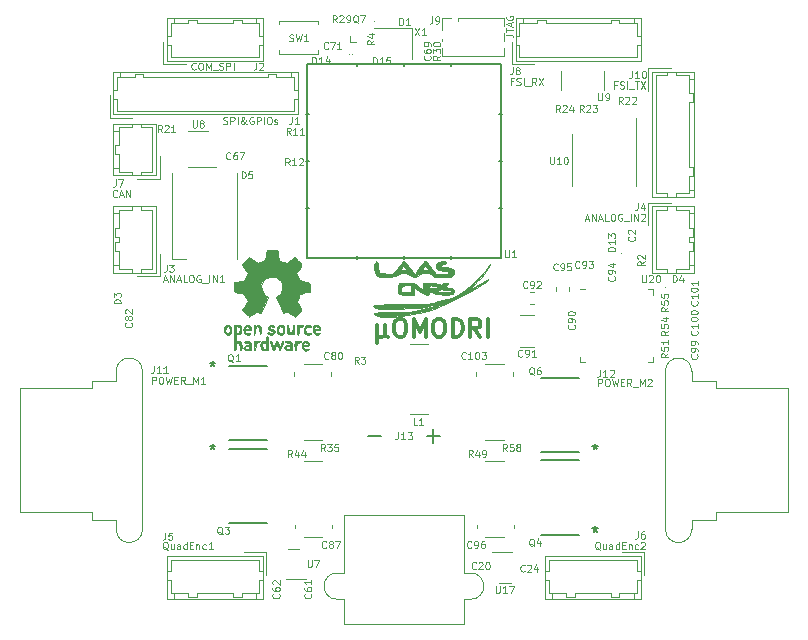
<source format=gto>
%TF.GenerationSoftware,KiCad,Pcbnew,(5.1.6)-1*%
%TF.CreationDate,2020-12-09T17:01:03+01:00*%
%TF.ProjectId,omodri_laas,6f6d6f64-7269-45f6-9c61-61732e6b6963,1.0*%
%TF.SameCoordinates,Original*%
%TF.FileFunction,Legend,Top*%
%TF.FilePolarity,Positive*%
%FSLAX46Y46*%
G04 Gerber Fmt 4.6, Leading zero omitted, Abs format (unit mm)*
G04 Created by KiCad (PCBNEW (5.1.6)-1) date 2020-12-09 17:01:03*
%MOMM*%
%LPD*%
G01*
G04 APERTURE LIST*
%ADD10C,0.120000*%
%ADD11C,0.300000*%
%ADD12C,0.152400*%
%ADD13C,0.100000*%
%ADD14C,0.010000*%
%ADD15C,0.150000*%
G04 APERTURE END LIST*
D10*
X141457142Y-81571428D02*
X141457142Y-80971428D01*
X141685714Y-80971428D01*
X141742857Y-81000000D01*
X141771428Y-81028571D01*
X141800000Y-81085714D01*
X141800000Y-81171428D01*
X141771428Y-81228571D01*
X141742857Y-81257142D01*
X141685714Y-81285714D01*
X141457142Y-81285714D01*
X142171428Y-80971428D02*
X142285714Y-80971428D01*
X142342857Y-81000000D01*
X142400000Y-81057142D01*
X142428571Y-81171428D01*
X142428571Y-81371428D01*
X142400000Y-81485714D01*
X142342857Y-81542857D01*
X142285714Y-81571428D01*
X142171428Y-81571428D01*
X142114285Y-81542857D01*
X142057142Y-81485714D01*
X142028571Y-81371428D01*
X142028571Y-81171428D01*
X142057142Y-81057142D01*
X142114285Y-81000000D01*
X142171428Y-80971428D01*
X142628571Y-80971428D02*
X142771428Y-81571428D01*
X142885714Y-81142857D01*
X143000000Y-81571428D01*
X143142857Y-80971428D01*
X143371428Y-81257142D02*
X143571428Y-81257142D01*
X143657142Y-81571428D02*
X143371428Y-81571428D01*
X143371428Y-80971428D01*
X143657142Y-80971428D01*
X144257142Y-81571428D02*
X144057142Y-81285714D01*
X143914285Y-81571428D02*
X143914285Y-80971428D01*
X144142857Y-80971428D01*
X144200000Y-81000000D01*
X144228571Y-81028571D01*
X144257142Y-81085714D01*
X144257142Y-81171428D01*
X144228571Y-81228571D01*
X144200000Y-81257142D01*
X144142857Y-81285714D01*
X143914285Y-81285714D01*
X144371428Y-81628571D02*
X144828571Y-81628571D01*
X144971428Y-81571428D02*
X144971428Y-80971428D01*
X145171428Y-81400000D01*
X145371428Y-80971428D01*
X145371428Y-81571428D01*
X145628571Y-81028571D02*
X145657142Y-81000000D01*
X145714285Y-80971428D01*
X145857142Y-80971428D01*
X145914285Y-81000000D01*
X145942857Y-81028571D01*
X145971428Y-81085714D01*
X145971428Y-81142857D01*
X145942857Y-81228571D01*
X145600000Y-81571428D01*
X145971428Y-81571428D01*
X103657142Y-81371428D02*
X103657142Y-80771428D01*
X103885714Y-80771428D01*
X103942857Y-80800000D01*
X103971428Y-80828571D01*
X104000000Y-80885714D01*
X104000000Y-80971428D01*
X103971428Y-81028571D01*
X103942857Y-81057142D01*
X103885714Y-81085714D01*
X103657142Y-81085714D01*
X104371428Y-80771428D02*
X104485714Y-80771428D01*
X104542857Y-80800000D01*
X104600000Y-80857142D01*
X104628571Y-80971428D01*
X104628571Y-81171428D01*
X104600000Y-81285714D01*
X104542857Y-81342857D01*
X104485714Y-81371428D01*
X104371428Y-81371428D01*
X104314285Y-81342857D01*
X104257142Y-81285714D01*
X104228571Y-81171428D01*
X104228571Y-80971428D01*
X104257142Y-80857142D01*
X104314285Y-80800000D01*
X104371428Y-80771428D01*
X104828571Y-80771428D02*
X104971428Y-81371428D01*
X105085714Y-80942857D01*
X105200000Y-81371428D01*
X105342857Y-80771428D01*
X105571428Y-81057142D02*
X105771428Y-81057142D01*
X105857142Y-81371428D02*
X105571428Y-81371428D01*
X105571428Y-80771428D01*
X105857142Y-80771428D01*
X106457142Y-81371428D02*
X106257142Y-81085714D01*
X106114285Y-81371428D02*
X106114285Y-80771428D01*
X106342857Y-80771428D01*
X106400000Y-80800000D01*
X106428571Y-80828571D01*
X106457142Y-80885714D01*
X106457142Y-80971428D01*
X106428571Y-81028571D01*
X106400000Y-81057142D01*
X106342857Y-81085714D01*
X106114285Y-81085714D01*
X106571428Y-81428571D02*
X107028571Y-81428571D01*
X107171428Y-81371428D02*
X107171428Y-80771428D01*
X107371428Y-81200000D01*
X107571428Y-80771428D01*
X107571428Y-81371428D01*
X108171428Y-81371428D02*
X107828571Y-81371428D01*
X108000000Y-81371428D02*
X108000000Y-80771428D01*
X107942857Y-80857142D01*
X107885714Y-80914285D01*
X107828571Y-80942857D01*
X141628571Y-95428571D02*
X141571428Y-95400000D01*
X141514285Y-95342857D01*
X141428571Y-95257142D01*
X141371428Y-95228571D01*
X141314285Y-95228571D01*
X141342857Y-95371428D02*
X141285714Y-95342857D01*
X141228571Y-95285714D01*
X141200000Y-95171428D01*
X141200000Y-94971428D01*
X141228571Y-94857142D01*
X141285714Y-94800000D01*
X141342857Y-94771428D01*
X141457142Y-94771428D01*
X141514285Y-94800000D01*
X141571428Y-94857142D01*
X141600000Y-94971428D01*
X141600000Y-95171428D01*
X141571428Y-95285714D01*
X141514285Y-95342857D01*
X141457142Y-95371428D01*
X141342857Y-95371428D01*
X142114285Y-94971428D02*
X142114285Y-95371428D01*
X141857142Y-94971428D02*
X141857142Y-95285714D01*
X141885714Y-95342857D01*
X141942857Y-95371428D01*
X142028571Y-95371428D01*
X142085714Y-95342857D01*
X142114285Y-95314285D01*
X142657142Y-95371428D02*
X142657142Y-95057142D01*
X142628571Y-95000000D01*
X142571428Y-94971428D01*
X142457142Y-94971428D01*
X142400000Y-95000000D01*
X142657142Y-95342857D02*
X142600000Y-95371428D01*
X142457142Y-95371428D01*
X142400000Y-95342857D01*
X142371428Y-95285714D01*
X142371428Y-95228571D01*
X142400000Y-95171428D01*
X142457142Y-95142857D01*
X142600000Y-95142857D01*
X142657142Y-95114285D01*
X143200000Y-95371428D02*
X143200000Y-94771428D01*
X143200000Y-95342857D02*
X143142857Y-95371428D01*
X143028571Y-95371428D01*
X142971428Y-95342857D01*
X142942857Y-95314285D01*
X142914285Y-95257142D01*
X142914285Y-95085714D01*
X142942857Y-95028571D01*
X142971428Y-95000000D01*
X143028571Y-94971428D01*
X143142857Y-94971428D01*
X143200000Y-95000000D01*
X143485714Y-95057142D02*
X143685714Y-95057142D01*
X143771428Y-95371428D02*
X143485714Y-95371428D01*
X143485714Y-94771428D01*
X143771428Y-94771428D01*
X144028571Y-94971428D02*
X144028571Y-95371428D01*
X144028571Y-95028571D02*
X144057142Y-95000000D01*
X144114285Y-94971428D01*
X144200000Y-94971428D01*
X144257142Y-95000000D01*
X144285714Y-95057142D01*
X144285714Y-95371428D01*
X144828571Y-95342857D02*
X144771428Y-95371428D01*
X144657142Y-95371428D01*
X144600000Y-95342857D01*
X144571428Y-95314285D01*
X144542857Y-95257142D01*
X144542857Y-95085714D01*
X144571428Y-95028571D01*
X144600000Y-95000000D01*
X144657142Y-94971428D01*
X144771428Y-94971428D01*
X144828571Y-95000000D01*
X145057142Y-94828571D02*
X145085714Y-94800000D01*
X145142857Y-94771428D01*
X145285714Y-94771428D01*
X145342857Y-94800000D01*
X145371428Y-94828571D01*
X145400000Y-94885714D01*
X145400000Y-94942857D01*
X145371428Y-95028571D01*
X145028571Y-95371428D01*
X145400000Y-95371428D01*
X105028571Y-95428571D02*
X104971428Y-95400000D01*
X104914285Y-95342857D01*
X104828571Y-95257142D01*
X104771428Y-95228571D01*
X104714285Y-95228571D01*
X104742857Y-95371428D02*
X104685714Y-95342857D01*
X104628571Y-95285714D01*
X104600000Y-95171428D01*
X104600000Y-94971428D01*
X104628571Y-94857142D01*
X104685714Y-94800000D01*
X104742857Y-94771428D01*
X104857142Y-94771428D01*
X104914285Y-94800000D01*
X104971428Y-94857142D01*
X105000000Y-94971428D01*
X105000000Y-95171428D01*
X104971428Y-95285714D01*
X104914285Y-95342857D01*
X104857142Y-95371428D01*
X104742857Y-95371428D01*
X105514285Y-94971428D02*
X105514285Y-95371428D01*
X105257142Y-94971428D02*
X105257142Y-95285714D01*
X105285714Y-95342857D01*
X105342857Y-95371428D01*
X105428571Y-95371428D01*
X105485714Y-95342857D01*
X105514285Y-95314285D01*
X106057142Y-95371428D02*
X106057142Y-95057142D01*
X106028571Y-95000000D01*
X105971428Y-94971428D01*
X105857142Y-94971428D01*
X105800000Y-95000000D01*
X106057142Y-95342857D02*
X106000000Y-95371428D01*
X105857142Y-95371428D01*
X105800000Y-95342857D01*
X105771428Y-95285714D01*
X105771428Y-95228571D01*
X105800000Y-95171428D01*
X105857142Y-95142857D01*
X106000000Y-95142857D01*
X106057142Y-95114285D01*
X106600000Y-95371428D02*
X106600000Y-94771428D01*
X106600000Y-95342857D02*
X106542857Y-95371428D01*
X106428571Y-95371428D01*
X106371428Y-95342857D01*
X106342857Y-95314285D01*
X106314285Y-95257142D01*
X106314285Y-95085714D01*
X106342857Y-95028571D01*
X106371428Y-95000000D01*
X106428571Y-94971428D01*
X106542857Y-94971428D01*
X106600000Y-95000000D01*
X106885714Y-95057142D02*
X107085714Y-95057142D01*
X107171428Y-95371428D02*
X106885714Y-95371428D01*
X106885714Y-94771428D01*
X107171428Y-94771428D01*
X107428571Y-94971428D02*
X107428571Y-95371428D01*
X107428571Y-95028571D02*
X107457142Y-95000000D01*
X107514285Y-94971428D01*
X107600000Y-94971428D01*
X107657142Y-95000000D01*
X107685714Y-95057142D01*
X107685714Y-95371428D01*
X108228571Y-95342857D02*
X108171428Y-95371428D01*
X108057142Y-95371428D01*
X108000000Y-95342857D01*
X107971428Y-95314285D01*
X107942857Y-95257142D01*
X107942857Y-95085714D01*
X107971428Y-95028571D01*
X108000000Y-95000000D01*
X108057142Y-94971428D01*
X108171428Y-94971428D01*
X108228571Y-95000000D01*
X108800000Y-95371428D02*
X108457142Y-95371428D01*
X108628571Y-95371428D02*
X108628571Y-94771428D01*
X108571428Y-94857142D01*
X108514285Y-94914285D01*
X108457142Y-94942857D01*
X133671428Y-51800000D02*
X134100000Y-51800000D01*
X134185714Y-51828571D01*
X134242857Y-51885714D01*
X134271428Y-51971428D01*
X134271428Y-52028571D01*
X133671428Y-51600000D02*
X133671428Y-51257142D01*
X134271428Y-51428571D02*
X133671428Y-51428571D01*
X134100000Y-51085714D02*
X134100000Y-50800000D01*
X134271428Y-51142857D02*
X133671428Y-50942857D01*
X134271428Y-50742857D01*
X133700000Y-50228571D02*
X133671428Y-50285714D01*
X133671428Y-50371428D01*
X133700000Y-50457142D01*
X133757142Y-50514285D01*
X133814285Y-50542857D01*
X133928571Y-50571428D01*
X134014285Y-50571428D01*
X134128571Y-50542857D01*
X134185714Y-50514285D01*
X134242857Y-50457142D01*
X134271428Y-50371428D01*
X134271428Y-50314285D01*
X134242857Y-50228571D01*
X134214285Y-50200000D01*
X134014285Y-50200000D01*
X134014285Y-50314285D01*
X143014285Y-56057142D02*
X142814285Y-56057142D01*
X142814285Y-56371428D02*
X142814285Y-55771428D01*
X143100000Y-55771428D01*
X143300000Y-56342857D02*
X143385714Y-56371428D01*
X143528571Y-56371428D01*
X143585714Y-56342857D01*
X143614285Y-56314285D01*
X143642857Y-56257142D01*
X143642857Y-56200000D01*
X143614285Y-56142857D01*
X143585714Y-56114285D01*
X143528571Y-56085714D01*
X143414285Y-56057142D01*
X143357142Y-56028571D01*
X143328571Y-56000000D01*
X143300000Y-55942857D01*
X143300000Y-55885714D01*
X143328571Y-55828571D01*
X143357142Y-55800000D01*
X143414285Y-55771428D01*
X143557142Y-55771428D01*
X143642857Y-55800000D01*
X143900000Y-56371428D02*
X143900000Y-55771428D01*
X144042857Y-56428571D02*
X144500000Y-56428571D01*
X144557142Y-55771428D02*
X144900000Y-55771428D01*
X144728571Y-56371428D02*
X144728571Y-55771428D01*
X145042857Y-55771428D02*
X145442857Y-56371428D01*
X145442857Y-55771428D02*
X145042857Y-56371428D01*
X134242857Y-55757142D02*
X134042857Y-55757142D01*
X134042857Y-56071428D02*
X134042857Y-55471428D01*
X134328571Y-55471428D01*
X134528571Y-56042857D02*
X134614285Y-56071428D01*
X134757142Y-56071428D01*
X134814285Y-56042857D01*
X134842857Y-56014285D01*
X134871428Y-55957142D01*
X134871428Y-55900000D01*
X134842857Y-55842857D01*
X134814285Y-55814285D01*
X134757142Y-55785714D01*
X134642857Y-55757142D01*
X134585714Y-55728571D01*
X134557142Y-55700000D01*
X134528571Y-55642857D01*
X134528571Y-55585714D01*
X134557142Y-55528571D01*
X134585714Y-55500000D01*
X134642857Y-55471428D01*
X134785714Y-55471428D01*
X134871428Y-55500000D01*
X135128571Y-56071428D02*
X135128571Y-55471428D01*
X135271428Y-56128571D02*
X135728571Y-56128571D01*
X136214285Y-56071428D02*
X136014285Y-55785714D01*
X135871428Y-56071428D02*
X135871428Y-55471428D01*
X136100000Y-55471428D01*
X136157142Y-55500000D01*
X136185714Y-55528571D01*
X136214285Y-55585714D01*
X136214285Y-55671428D01*
X136185714Y-55728571D01*
X136157142Y-55757142D01*
X136100000Y-55785714D01*
X135871428Y-55785714D01*
X136414285Y-55471428D02*
X136814285Y-56071428D01*
X136814285Y-55471428D02*
X136414285Y-56071428D01*
X109714285Y-59342857D02*
X109800000Y-59371428D01*
X109942857Y-59371428D01*
X110000000Y-59342857D01*
X110028571Y-59314285D01*
X110057142Y-59257142D01*
X110057142Y-59200000D01*
X110028571Y-59142857D01*
X110000000Y-59114285D01*
X109942857Y-59085714D01*
X109828571Y-59057142D01*
X109771428Y-59028571D01*
X109742857Y-59000000D01*
X109714285Y-58942857D01*
X109714285Y-58885714D01*
X109742857Y-58828571D01*
X109771428Y-58800000D01*
X109828571Y-58771428D01*
X109971428Y-58771428D01*
X110057142Y-58800000D01*
X110314285Y-59371428D02*
X110314285Y-58771428D01*
X110542857Y-58771428D01*
X110600000Y-58800000D01*
X110628571Y-58828571D01*
X110657142Y-58885714D01*
X110657142Y-58971428D01*
X110628571Y-59028571D01*
X110600000Y-59057142D01*
X110542857Y-59085714D01*
X110314285Y-59085714D01*
X110914285Y-59371428D02*
X110914285Y-58771428D01*
X111685714Y-59371428D02*
X111657142Y-59371428D01*
X111600000Y-59342857D01*
X111514285Y-59257142D01*
X111371428Y-59085714D01*
X111314285Y-59000000D01*
X111285714Y-58914285D01*
X111285714Y-58857142D01*
X111314285Y-58800000D01*
X111371428Y-58771428D01*
X111400000Y-58771428D01*
X111457142Y-58800000D01*
X111485714Y-58857142D01*
X111485714Y-58885714D01*
X111457142Y-58942857D01*
X111428571Y-58971428D01*
X111257142Y-59085714D01*
X111228571Y-59114285D01*
X111200000Y-59171428D01*
X111200000Y-59257142D01*
X111228571Y-59314285D01*
X111257142Y-59342857D01*
X111314285Y-59371428D01*
X111400000Y-59371428D01*
X111457142Y-59342857D01*
X111485714Y-59314285D01*
X111571428Y-59200000D01*
X111600000Y-59114285D01*
X111600000Y-59057142D01*
X112257142Y-58800000D02*
X112200000Y-58771428D01*
X112114285Y-58771428D01*
X112028571Y-58800000D01*
X111971428Y-58857142D01*
X111942857Y-58914285D01*
X111914285Y-59028571D01*
X111914285Y-59114285D01*
X111942857Y-59228571D01*
X111971428Y-59285714D01*
X112028571Y-59342857D01*
X112114285Y-59371428D01*
X112171428Y-59371428D01*
X112257142Y-59342857D01*
X112285714Y-59314285D01*
X112285714Y-59114285D01*
X112171428Y-59114285D01*
X112542857Y-59371428D02*
X112542857Y-58771428D01*
X112771428Y-58771428D01*
X112828571Y-58800000D01*
X112857142Y-58828571D01*
X112885714Y-58885714D01*
X112885714Y-58971428D01*
X112857142Y-59028571D01*
X112828571Y-59057142D01*
X112771428Y-59085714D01*
X112542857Y-59085714D01*
X113142857Y-59371428D02*
X113142857Y-58771428D01*
X113542857Y-58771428D02*
X113657142Y-58771428D01*
X113714285Y-58800000D01*
X113771428Y-58857142D01*
X113800000Y-58971428D01*
X113800000Y-59171428D01*
X113771428Y-59285714D01*
X113714285Y-59342857D01*
X113657142Y-59371428D01*
X113542857Y-59371428D01*
X113485714Y-59342857D01*
X113428571Y-59285714D01*
X113400000Y-59171428D01*
X113400000Y-58971428D01*
X113428571Y-58857142D01*
X113485714Y-58800000D01*
X113542857Y-58771428D01*
X114028571Y-59342857D02*
X114085714Y-59371428D01*
X114200000Y-59371428D01*
X114257142Y-59342857D01*
X114285714Y-59285714D01*
X114285714Y-59257142D01*
X114257142Y-59200000D01*
X114200000Y-59171428D01*
X114114285Y-59171428D01*
X114057142Y-59142857D01*
X114028571Y-59085714D01*
X114028571Y-59057142D01*
X114057142Y-59000000D01*
X114114285Y-58971428D01*
X114200000Y-58971428D01*
X114257142Y-59000000D01*
X107371428Y-54714285D02*
X107342857Y-54742857D01*
X107257142Y-54771428D01*
X107200000Y-54771428D01*
X107114285Y-54742857D01*
X107057142Y-54685714D01*
X107028571Y-54628571D01*
X107000000Y-54514285D01*
X107000000Y-54428571D01*
X107028571Y-54314285D01*
X107057142Y-54257142D01*
X107114285Y-54200000D01*
X107200000Y-54171428D01*
X107257142Y-54171428D01*
X107342857Y-54200000D01*
X107371428Y-54228571D01*
X107742857Y-54171428D02*
X107857142Y-54171428D01*
X107914285Y-54200000D01*
X107971428Y-54257142D01*
X108000000Y-54371428D01*
X108000000Y-54571428D01*
X107971428Y-54685714D01*
X107914285Y-54742857D01*
X107857142Y-54771428D01*
X107742857Y-54771428D01*
X107685714Y-54742857D01*
X107628571Y-54685714D01*
X107600000Y-54571428D01*
X107600000Y-54371428D01*
X107628571Y-54257142D01*
X107685714Y-54200000D01*
X107742857Y-54171428D01*
X108257142Y-54771428D02*
X108257142Y-54171428D01*
X108457142Y-54600000D01*
X108657142Y-54171428D01*
X108657142Y-54771428D01*
X108800000Y-54828571D02*
X109257142Y-54828571D01*
X109371428Y-54742857D02*
X109457142Y-54771428D01*
X109600000Y-54771428D01*
X109657142Y-54742857D01*
X109685714Y-54714285D01*
X109714285Y-54657142D01*
X109714285Y-54600000D01*
X109685714Y-54542857D01*
X109657142Y-54514285D01*
X109600000Y-54485714D01*
X109485714Y-54457142D01*
X109428571Y-54428571D01*
X109400000Y-54400000D01*
X109371428Y-54342857D01*
X109371428Y-54285714D01*
X109400000Y-54228571D01*
X109428571Y-54200000D01*
X109485714Y-54171428D01*
X109628571Y-54171428D01*
X109714285Y-54200000D01*
X109971428Y-54771428D02*
X109971428Y-54171428D01*
X110200000Y-54171428D01*
X110257142Y-54200000D01*
X110285714Y-54228571D01*
X110314285Y-54285714D01*
X110314285Y-54371428D01*
X110285714Y-54428571D01*
X110257142Y-54457142D01*
X110200000Y-54485714D01*
X109971428Y-54485714D01*
X110571428Y-54771428D02*
X110571428Y-54171428D01*
X100714285Y-65514285D02*
X100685714Y-65542857D01*
X100600000Y-65571428D01*
X100542857Y-65571428D01*
X100457142Y-65542857D01*
X100400000Y-65485714D01*
X100371428Y-65428571D01*
X100342857Y-65314285D01*
X100342857Y-65228571D01*
X100371428Y-65114285D01*
X100400000Y-65057142D01*
X100457142Y-65000000D01*
X100542857Y-64971428D01*
X100600000Y-64971428D01*
X100685714Y-65000000D01*
X100714285Y-65028571D01*
X100942857Y-65400000D02*
X101228571Y-65400000D01*
X100885714Y-65571428D02*
X101085714Y-64971428D01*
X101285714Y-65571428D01*
X101485714Y-65571428D02*
X101485714Y-64971428D01*
X101828571Y-65571428D01*
X101828571Y-64971428D01*
X140357142Y-67400000D02*
X140642857Y-67400000D01*
X140300000Y-67571428D02*
X140500000Y-66971428D01*
X140700000Y-67571428D01*
X140900000Y-67571428D02*
X140900000Y-66971428D01*
X141242857Y-67571428D01*
X141242857Y-66971428D01*
X141500000Y-67400000D02*
X141785714Y-67400000D01*
X141442857Y-67571428D02*
X141642857Y-66971428D01*
X141842857Y-67571428D01*
X142328571Y-67571428D02*
X142042857Y-67571428D01*
X142042857Y-66971428D01*
X142642857Y-66971428D02*
X142757142Y-66971428D01*
X142814285Y-67000000D01*
X142871428Y-67057142D01*
X142900000Y-67171428D01*
X142900000Y-67371428D01*
X142871428Y-67485714D01*
X142814285Y-67542857D01*
X142757142Y-67571428D01*
X142642857Y-67571428D01*
X142585714Y-67542857D01*
X142528571Y-67485714D01*
X142500000Y-67371428D01*
X142500000Y-67171428D01*
X142528571Y-67057142D01*
X142585714Y-67000000D01*
X142642857Y-66971428D01*
X143471428Y-67000000D02*
X143414285Y-66971428D01*
X143328571Y-66971428D01*
X143242857Y-67000000D01*
X143185714Y-67057142D01*
X143157142Y-67114285D01*
X143128571Y-67228571D01*
X143128571Y-67314285D01*
X143157142Y-67428571D01*
X143185714Y-67485714D01*
X143242857Y-67542857D01*
X143328571Y-67571428D01*
X143385714Y-67571428D01*
X143471428Y-67542857D01*
X143500000Y-67514285D01*
X143500000Y-67314285D01*
X143385714Y-67314285D01*
X143614285Y-67628571D02*
X144071428Y-67628571D01*
X144214285Y-67571428D02*
X144214285Y-66971428D01*
X144500000Y-67571428D02*
X144500000Y-66971428D01*
X144842857Y-67571428D01*
X144842857Y-66971428D01*
X145100000Y-67028571D02*
X145128571Y-67000000D01*
X145185714Y-66971428D01*
X145328571Y-66971428D01*
X145385714Y-67000000D01*
X145414285Y-67028571D01*
X145442857Y-67085714D01*
X145442857Y-67142857D01*
X145414285Y-67228571D01*
X145071428Y-67571428D01*
X145442857Y-67571428D01*
X104657142Y-72600000D02*
X104942857Y-72600000D01*
X104600000Y-72771428D02*
X104800000Y-72171428D01*
X105000000Y-72771428D01*
X105200000Y-72771428D02*
X105200000Y-72171428D01*
X105542857Y-72771428D01*
X105542857Y-72171428D01*
X105800000Y-72600000D02*
X106085714Y-72600000D01*
X105742857Y-72771428D02*
X105942857Y-72171428D01*
X106142857Y-72771428D01*
X106628571Y-72771428D02*
X106342857Y-72771428D01*
X106342857Y-72171428D01*
X106942857Y-72171428D02*
X107057142Y-72171428D01*
X107114285Y-72200000D01*
X107171428Y-72257142D01*
X107200000Y-72371428D01*
X107200000Y-72571428D01*
X107171428Y-72685714D01*
X107114285Y-72742857D01*
X107057142Y-72771428D01*
X106942857Y-72771428D01*
X106885714Y-72742857D01*
X106828571Y-72685714D01*
X106800000Y-72571428D01*
X106800000Y-72371428D01*
X106828571Y-72257142D01*
X106885714Y-72200000D01*
X106942857Y-72171428D01*
X107771428Y-72200000D02*
X107714285Y-72171428D01*
X107628571Y-72171428D01*
X107542857Y-72200000D01*
X107485714Y-72257142D01*
X107457142Y-72314285D01*
X107428571Y-72428571D01*
X107428571Y-72514285D01*
X107457142Y-72628571D01*
X107485714Y-72685714D01*
X107542857Y-72742857D01*
X107628571Y-72771428D01*
X107685714Y-72771428D01*
X107771428Y-72742857D01*
X107800000Y-72714285D01*
X107800000Y-72514285D01*
X107685714Y-72514285D01*
X107914285Y-72828571D02*
X108371428Y-72828571D01*
X108514285Y-72771428D02*
X108514285Y-72171428D01*
X108800000Y-72771428D02*
X108800000Y-72171428D01*
X109142857Y-72771428D01*
X109142857Y-72171428D01*
X109742857Y-72771428D02*
X109400000Y-72771428D01*
X109571428Y-72771428D02*
X109571428Y-72171428D01*
X109514285Y-72257142D01*
X109457142Y-72314285D01*
X109400000Y-72342857D01*
D11*
X122685714Y-76378571D02*
X122685714Y-77878571D01*
X123400000Y-77164285D02*
X123471428Y-77307142D01*
X123614285Y-77378571D01*
X122685714Y-77164285D02*
X122757142Y-77307142D01*
X122900000Y-77378571D01*
X123185714Y-77378571D01*
X123328571Y-77307142D01*
X123400000Y-77164285D01*
X123400000Y-76378571D01*
X124542857Y-75878571D02*
X124828571Y-75878571D01*
X124971428Y-75950000D01*
X125114285Y-76092857D01*
X125185714Y-76378571D01*
X125185714Y-76878571D01*
X125114285Y-77164285D01*
X124971428Y-77307142D01*
X124828571Y-77378571D01*
X124542857Y-77378571D01*
X124400000Y-77307142D01*
X124257142Y-77164285D01*
X124185714Y-76878571D01*
X124185714Y-76378571D01*
X124257142Y-76092857D01*
X124400000Y-75950000D01*
X124542857Y-75878571D01*
X125828571Y-77378571D02*
X125828571Y-75878571D01*
X126328571Y-76950000D01*
X126828571Y-75878571D01*
X126828571Y-77378571D01*
X127828571Y-75878571D02*
X128114285Y-75878571D01*
X128257142Y-75950000D01*
X128400000Y-76092857D01*
X128471428Y-76378571D01*
X128471428Y-76878571D01*
X128400000Y-77164285D01*
X128257142Y-77307142D01*
X128114285Y-77378571D01*
X127828571Y-77378571D01*
X127685714Y-77307142D01*
X127542857Y-77164285D01*
X127471428Y-76878571D01*
X127471428Y-76378571D01*
X127542857Y-76092857D01*
X127685714Y-75950000D01*
X127828571Y-75878571D01*
X129114285Y-77378571D02*
X129114285Y-75878571D01*
X129471428Y-75878571D01*
X129685714Y-75950000D01*
X129828571Y-76092857D01*
X129900000Y-76235714D01*
X129971428Y-76521428D01*
X129971428Y-76735714D01*
X129900000Y-77021428D01*
X129828571Y-77164285D01*
X129685714Y-77307142D01*
X129471428Y-77378571D01*
X129114285Y-77378571D01*
X131471428Y-77378571D02*
X130971428Y-76664285D01*
X130614285Y-77378571D02*
X130614285Y-75878571D01*
X131185714Y-75878571D01*
X131328571Y-75950000D01*
X131400000Y-76021428D01*
X131471428Y-76164285D01*
X131471428Y-76378571D01*
X131400000Y-76521428D01*
X131328571Y-76592857D01*
X131185714Y-76664285D01*
X130614285Y-76664285D01*
X132114285Y-77378571D02*
X132114285Y-75878571D01*
D12*
%TO.C,U1*%
X120999500Y-70551800D02*
X120999500Y-70805800D01*
X120999500Y-54448200D02*
X120999500Y-54194200D01*
X125000000Y-70551800D02*
X125000000Y-70805800D01*
X125000000Y-54448200D02*
X125000000Y-54194200D01*
X129000500Y-70551800D02*
X129000500Y-70805800D01*
X129000500Y-54448200D02*
X129000500Y-54194200D01*
X116948200Y-66499992D02*
X116694200Y-66499992D01*
X133051800Y-66499992D02*
X133305800Y-66499992D01*
X116948200Y-62500000D02*
X116694200Y-62500000D01*
X133051800Y-62500000D02*
X133305800Y-62500000D01*
X116948200Y-58500008D02*
X116694200Y-58500008D01*
X133051800Y-58500008D02*
X133305800Y-58500008D01*
X133178800Y-70678800D02*
X133178800Y-54321200D01*
X133178800Y-54321200D02*
X116821200Y-54321200D01*
X116821200Y-54321200D02*
X116821200Y-70678800D01*
X116821200Y-70678800D02*
X133178800Y-70678800D01*
D10*
%TO.C,J1*%
X114200000Y-55400000D02*
X115400000Y-55400000D01*
X114200000Y-55100000D02*
X114200000Y-55400000D01*
X113450000Y-55100000D02*
X114200000Y-55100000D01*
X113450000Y-55400000D02*
X113450000Y-55100000D01*
X102950000Y-55400000D02*
X113450000Y-55400000D01*
X102950000Y-55100000D02*
X102950000Y-55400000D01*
X102200000Y-55100000D02*
X102950000Y-55100000D01*
X102200000Y-55400000D02*
X102200000Y-55100000D01*
X101000000Y-55400000D02*
X102200000Y-55400000D01*
X115400000Y-55400000D02*
X115400000Y-54950000D01*
X115700000Y-55400000D02*
X115400000Y-55400000D01*
X115700000Y-56500000D02*
X115700000Y-55400000D01*
X116000000Y-56500000D02*
X115700000Y-56500000D01*
X101000000Y-55400000D02*
X101000000Y-54950000D01*
X100700000Y-55400000D02*
X101000000Y-55400000D01*
X100700000Y-56500000D02*
X100700000Y-55400000D01*
X100400000Y-56500000D02*
X100700000Y-56500000D01*
X115700000Y-57250000D02*
X116000000Y-57250000D01*
X115700000Y-58250000D02*
X115700000Y-57250000D01*
X100700000Y-58250000D02*
X115700000Y-58250000D01*
X100700000Y-57250000D02*
X100700000Y-58250000D01*
X100400000Y-57250000D02*
X100700000Y-57250000D01*
X100090000Y-58860000D02*
X102000000Y-58860000D01*
X100090000Y-56950000D02*
X100090000Y-58860000D01*
X116000000Y-54950000D02*
X100400000Y-54950000D01*
X116000000Y-58550000D02*
X116000000Y-54950000D01*
X100400000Y-58550000D02*
X116000000Y-58550000D01*
X100400000Y-54950000D02*
X100400000Y-58550000D01*
%TO.C,J13*%
X130060000Y-101710000D02*
X119940000Y-101710000D01*
X130060000Y-92490000D02*
X119940000Y-92490000D01*
X130060000Y-97390000D02*
X130060000Y-92490000D01*
X130060000Y-101710000D02*
X130060000Y-99610000D01*
X119940000Y-97390000D02*
X119940000Y-92490000D01*
X119940000Y-97390000D02*
X119350000Y-97390000D01*
X119940000Y-99610000D02*
X119350000Y-99610000D01*
X130650000Y-99610000D02*
X130060000Y-99610000D01*
X130650000Y-97390000D02*
X130060000Y-97390000D01*
X119940000Y-101710000D02*
X119940000Y-99610000D01*
X119350000Y-99610000D02*
G75*
G02*
X119350000Y-97390000I0J1110000D01*
G01*
X130650000Y-97390000D02*
G75*
G02*
X130650000Y-99610000I0J-1110000D01*
G01*
%TO.C,J12*%
X157510000Y-92260000D02*
X151410000Y-92260000D01*
X157510000Y-81740000D02*
X157510000Y-92260000D01*
X157510000Y-81740000D02*
X151410000Y-81740000D01*
X151410000Y-81140000D02*
X151410000Y-81740000D01*
X151410000Y-81140000D02*
X149360000Y-81140000D01*
X149360000Y-80300000D02*
X149360000Y-81140000D01*
X149360000Y-92860000D02*
X149360000Y-93700000D01*
X151410000Y-92860000D02*
X149360000Y-92860000D01*
X147140000Y-80300000D02*
X147140000Y-93700000D01*
X151410000Y-92260000D02*
X151410000Y-92860000D01*
X149360000Y-80300000D02*
G75*
G03*
X147140000Y-80300000I-1110000J0D01*
G01*
X147140000Y-93700000D02*
G75*
G03*
X149360000Y-93700000I1110000J0D01*
G01*
%TO.C,J11*%
X92490000Y-81740000D02*
X98590000Y-81740000D01*
X92490000Y-92260000D02*
X92490000Y-81740000D01*
X92490000Y-92260000D02*
X98590000Y-92260000D01*
X98590000Y-92860000D02*
X98590000Y-92260000D01*
X98590000Y-92860000D02*
X100640000Y-92860000D01*
X100640000Y-93700000D02*
X100640000Y-92860000D01*
X100640000Y-81140000D02*
X100640000Y-80300000D01*
X98590000Y-81140000D02*
X100640000Y-81140000D01*
X102860000Y-93700000D02*
X102860000Y-80300000D01*
X98590000Y-81740000D02*
X98590000Y-81140000D01*
X100640000Y-93700000D02*
G75*
G03*
X102860000Y-93700000I1110000J0D01*
G01*
X102860000Y-80300000D02*
G75*
G03*
X100640000Y-80300000I-1110000J0D01*
G01*
%TO.C,L1*%
X126250000Y-83962500D02*
X125500000Y-83962500D01*
X125500000Y-77962500D02*
X127000000Y-77962500D01*
X127000000Y-83962500D02*
X126250000Y-83962500D01*
D12*
%TO.C,Q1*%
X110200001Y-79850001D02*
X113399999Y-79850001D01*
X110200001Y-86149999D02*
X113399999Y-86149999D01*
%TO.C,Q3*%
X110200001Y-86850001D02*
X113399999Y-86850001D01*
X110200001Y-93149999D02*
X113399999Y-93149999D01*
%TO.C,Q4*%
X139799999Y-94149998D02*
X136600001Y-94149998D01*
X139799999Y-87850000D02*
X136600001Y-87850000D01*
%TO.C,Q6*%
X139799999Y-87149998D02*
X136600001Y-87149998D01*
X139799999Y-80850000D02*
X136600001Y-80850000D01*
D10*
%TO.C,U9*%
X138324999Y-54900000D02*
X138324999Y-56500000D01*
X141924999Y-54900000D02*
X141924999Y-56500000D01*
%TO.C,J2*%
X104950000Y-50400000D02*
X104950000Y-54000000D01*
X104950000Y-54000000D02*
X113050000Y-54000000D01*
X113050000Y-54000000D02*
X113050000Y-50400000D01*
X113050000Y-50400000D02*
X104950000Y-50400000D01*
X104640000Y-52400000D02*
X104640000Y-54310000D01*
X104640000Y-54310000D02*
X106550000Y-54310000D01*
X104950000Y-52700000D02*
X105250000Y-52700000D01*
X105250000Y-52700000D02*
X105250000Y-53700000D01*
X105250000Y-53700000D02*
X112750000Y-53700000D01*
X112750000Y-53700000D02*
X112750000Y-52700000D01*
X112750000Y-52700000D02*
X113050000Y-52700000D01*
X104950000Y-51950000D02*
X105250000Y-51950000D01*
X105250000Y-51950000D02*
X105250000Y-50850000D01*
X105250000Y-50850000D02*
X105550000Y-50850000D01*
X105550000Y-50850000D02*
X105550000Y-50400000D01*
X113050000Y-51950000D02*
X112750000Y-51950000D01*
X112750000Y-51950000D02*
X112750000Y-50850000D01*
X112750000Y-50850000D02*
X112450000Y-50850000D01*
X112450000Y-50850000D02*
X112450000Y-50400000D01*
X105550000Y-50850000D02*
X106750000Y-50850000D01*
X106750000Y-50850000D02*
X106750000Y-50550000D01*
X106750000Y-50550000D02*
X107500000Y-50550000D01*
X107500000Y-50550000D02*
X107500000Y-50850000D01*
X107500000Y-50850000D02*
X110500000Y-50850000D01*
X110500000Y-50850000D02*
X110500000Y-50550000D01*
X110500000Y-50550000D02*
X111250000Y-50550000D01*
X111250000Y-50550000D02*
X111250000Y-50850000D01*
X111250000Y-50850000D02*
X112450000Y-50850000D01*
%TO.C,J5*%
X113050000Y-99550000D02*
X113050000Y-95950000D01*
X113050000Y-95950000D02*
X104950000Y-95950000D01*
X104950000Y-95950000D02*
X104950000Y-99550000D01*
X104950000Y-99550000D02*
X113050000Y-99550000D01*
X113360000Y-97550000D02*
X113360000Y-95640000D01*
X113360000Y-95640000D02*
X111450000Y-95640000D01*
X113050000Y-97250000D02*
X112750000Y-97250000D01*
X112750000Y-97250000D02*
X112750000Y-96250000D01*
X112750000Y-96250000D02*
X105250000Y-96250000D01*
X105250000Y-96250000D02*
X105250000Y-97250000D01*
X105250000Y-97250000D02*
X104950000Y-97250000D01*
X113050000Y-98000000D02*
X112750000Y-98000000D01*
X112750000Y-98000000D02*
X112750000Y-99100000D01*
X112750000Y-99100000D02*
X112450000Y-99100000D01*
X112450000Y-99100000D02*
X112450000Y-99550000D01*
X104950000Y-98000000D02*
X105250000Y-98000000D01*
X105250000Y-98000000D02*
X105250000Y-99100000D01*
X105250000Y-99100000D02*
X105550000Y-99100000D01*
X105550000Y-99100000D02*
X105550000Y-99550000D01*
X112450000Y-99100000D02*
X111250000Y-99100000D01*
X111250000Y-99100000D02*
X111250000Y-99400000D01*
X111250000Y-99400000D02*
X110500000Y-99400000D01*
X110500000Y-99400000D02*
X110500000Y-99100000D01*
X110500000Y-99100000D02*
X107500000Y-99100000D01*
X107500000Y-99100000D02*
X107500000Y-99400000D01*
X107500000Y-99400000D02*
X106750000Y-99400000D01*
X106750000Y-99400000D02*
X106750000Y-99100000D01*
X106750000Y-99100000D02*
X105550000Y-99100000D01*
%TO.C,J6*%
X145050000Y-99550000D02*
X145050000Y-95950000D01*
X145050000Y-95950000D02*
X136950000Y-95950000D01*
X136950000Y-95950000D02*
X136950000Y-99550000D01*
X136950000Y-99550000D02*
X145050000Y-99550000D01*
X145360000Y-97550000D02*
X145360000Y-95640000D01*
X145360000Y-95640000D02*
X143450000Y-95640000D01*
X145050000Y-97250000D02*
X144750000Y-97250000D01*
X144750000Y-97250000D02*
X144750000Y-96250000D01*
X144750000Y-96250000D02*
X137250000Y-96250000D01*
X137250000Y-96250000D02*
X137250000Y-97250000D01*
X137250000Y-97250000D02*
X136950000Y-97250000D01*
X145050000Y-98000000D02*
X144750000Y-98000000D01*
X144750000Y-98000000D02*
X144750000Y-99100000D01*
X144750000Y-99100000D02*
X144450000Y-99100000D01*
X144450000Y-99100000D02*
X144450000Y-99550000D01*
X136950000Y-98000000D02*
X137250000Y-98000000D01*
X137250000Y-98000000D02*
X137250000Y-99100000D01*
X137250000Y-99100000D02*
X137550000Y-99100000D01*
X137550000Y-99100000D02*
X137550000Y-99550000D01*
X144450000Y-99100000D02*
X143250000Y-99100000D01*
X143250000Y-99100000D02*
X143250000Y-99400000D01*
X143250000Y-99400000D02*
X142500000Y-99400000D01*
X142500000Y-99400000D02*
X142500000Y-99100000D01*
X142500000Y-99100000D02*
X139500000Y-99100000D01*
X139500000Y-99100000D02*
X139500000Y-99400000D01*
X139500000Y-99400000D02*
X138750000Y-99400000D01*
X138750000Y-99400000D02*
X138750000Y-99100000D01*
X138750000Y-99100000D02*
X137550000Y-99100000D01*
%TO.C,U10*%
X139215000Y-62450000D02*
X139215000Y-64650000D01*
X139215000Y-62450000D02*
X139215000Y-60250000D01*
X144685000Y-62450000D02*
X144685000Y-64650000D01*
X144685000Y-62450000D02*
X144685000Y-58850000D01*
%TO.C,C91*%
X136027064Y-78260000D02*
X134822936Y-78260000D01*
X136027064Y-75540000D02*
X134822936Y-75540000D01*
%TO.C,C95*%
X137915000Y-73512779D02*
X137915000Y-73187221D01*
X138935000Y-73512779D02*
X138935000Y-73187221D01*
D13*
%TO.C,D3*%
X101730000Y-75205000D02*
G75*
G03*
X101730000Y-75205000I-50000J0D01*
G01*
%TO.C,D4*%
X147175000Y-73210000D02*
G75*
G03*
X147175000Y-73210000I-50000J0D01*
G01*
D10*
%TO.C,D5*%
X110905000Y-63490000D02*
X110905000Y-70790000D01*
X105405000Y-63490000D02*
X105405000Y-70790000D01*
X105405000Y-70790000D02*
X106555000Y-70790000D01*
%TO.C,R35*%
X115700000Y-80700000D02*
X115700000Y-80400000D01*
X116500000Y-79700000D02*
X118100000Y-79700000D01*
X118850000Y-80400000D02*
X118850000Y-80700000D01*
X118100000Y-86100000D02*
X116500000Y-86100000D01*
%TO.C,R44*%
X118900000Y-93300000D02*
X118900000Y-93600000D01*
X118100000Y-94300000D02*
X116500000Y-94300000D01*
X115750000Y-93600000D02*
X115750000Y-93300000D01*
X116500000Y-87900000D02*
X118100000Y-87900000D01*
%TO.C,R49*%
X134300000Y-93300000D02*
X134300000Y-93600000D01*
X133500000Y-94300000D02*
X131900000Y-94300000D01*
X131150000Y-93600000D02*
X131150000Y-93300000D01*
X131900000Y-87900000D02*
X133500000Y-87900000D01*
%TO.C,R58*%
X131100000Y-80700000D02*
X131100000Y-80400000D01*
X131900000Y-79700000D02*
X133500000Y-79700000D01*
X134250000Y-80400000D02*
X134250000Y-80700000D01*
X133500000Y-86100000D02*
X131900000Y-86100000D01*
%TO.C,SW1*%
X114450000Y-53140000D02*
X114450000Y-53440000D01*
X114450000Y-53440000D02*
X117750000Y-53440000D01*
X117750000Y-53440000D02*
X117750000Y-53140000D01*
X114450000Y-50940000D02*
X114450000Y-50640000D01*
X114450000Y-50640000D02*
X117750000Y-50640000D01*
X117750000Y-50640000D02*
X117750000Y-50940000D01*
%TO.C,U8*%
X108450000Y-59965000D02*
X106690000Y-59965000D01*
X106690000Y-63035000D02*
X109120000Y-63035000D01*
D13*
%TO.C,D1*%
X122490000Y-50700000D02*
G75*
G03*
X122490000Y-50700000I-50000J0D01*
G01*
D10*
%TO.C,Q7*%
X120455000Y-51890000D02*
X120455000Y-52390000D01*
X120455000Y-52390000D02*
X120955000Y-52390000D01*
%TO.C,U7*%
X115050000Y-97920000D02*
X116740000Y-97920000D01*
D13*
X115150000Y-95320000D02*
X116150000Y-95320000D01*
D10*
%TO.C,U17*%
X134140000Y-95645000D02*
X132450000Y-95645000D01*
D13*
X134040000Y-98245000D02*
X133040000Y-98245000D01*
D10*
%TO.C,J3*%
X100850000Y-68150000D02*
X100850000Y-66950000D01*
X100550000Y-68150000D02*
X100850000Y-68150000D01*
X100550000Y-68900000D02*
X100550000Y-68150000D01*
X100850000Y-68900000D02*
X100550000Y-68900000D01*
X100850000Y-69400000D02*
X100850000Y-68900000D01*
X100550000Y-69400000D02*
X100850000Y-69400000D01*
X100550000Y-70150000D02*
X100550000Y-69400000D01*
X100850000Y-70150000D02*
X100550000Y-70150000D01*
X100850000Y-71350000D02*
X100850000Y-70150000D01*
X100850000Y-66950000D02*
X100400000Y-66950000D01*
X100850000Y-66650000D02*
X100850000Y-66950000D01*
X101950000Y-66650000D02*
X100850000Y-66650000D01*
X101950000Y-66350000D02*
X101950000Y-66650000D01*
X100850000Y-71350000D02*
X100400000Y-71350000D01*
X100850000Y-71650000D02*
X100850000Y-71350000D01*
X101950000Y-71650000D02*
X100850000Y-71650000D01*
X101950000Y-71950000D02*
X101950000Y-71650000D01*
X102700000Y-66650000D02*
X102700000Y-66350000D01*
X103700000Y-66650000D02*
X102700000Y-66650000D01*
X103700000Y-71650000D02*
X103700000Y-66650000D01*
X102700000Y-71650000D02*
X103700000Y-71650000D01*
X102700000Y-71950000D02*
X102700000Y-71650000D01*
X104310000Y-72260000D02*
X104310000Y-70350000D01*
X102400000Y-72260000D02*
X104310000Y-72260000D01*
X100400000Y-66350000D02*
X100400000Y-71950000D01*
X104000000Y-66350000D02*
X100400000Y-66350000D01*
X104000000Y-71950000D02*
X104000000Y-66350000D01*
X100400000Y-71950000D02*
X104000000Y-71950000D01*
%TO.C,J4*%
X149150000Y-70150000D02*
X149150000Y-71350000D01*
X149450000Y-70150000D02*
X149150000Y-70150000D01*
X149450000Y-69400000D02*
X149450000Y-70150000D01*
X149150000Y-69400000D02*
X149450000Y-69400000D01*
X149150000Y-68900000D02*
X149150000Y-69400000D01*
X149450000Y-68900000D02*
X149150000Y-68900000D01*
X149450000Y-68150000D02*
X149450000Y-68900000D01*
X149150000Y-68150000D02*
X149450000Y-68150000D01*
X149150000Y-66950000D02*
X149150000Y-68150000D01*
X149150000Y-71350000D02*
X149600000Y-71350000D01*
X149150000Y-71650000D02*
X149150000Y-71350000D01*
X148050000Y-71650000D02*
X149150000Y-71650000D01*
X148050000Y-71950000D02*
X148050000Y-71650000D01*
X149150000Y-66950000D02*
X149600000Y-66950000D01*
X149150000Y-66650000D02*
X149150000Y-66950000D01*
X148050000Y-66650000D02*
X149150000Y-66650000D01*
X148050000Y-66350000D02*
X148050000Y-66650000D01*
X147300000Y-71650000D02*
X147300000Y-71950000D01*
X146300000Y-71650000D02*
X147300000Y-71650000D01*
X146300000Y-66650000D02*
X146300000Y-71650000D01*
X147300000Y-66650000D02*
X146300000Y-66650000D01*
X147300000Y-66350000D02*
X147300000Y-66650000D01*
X145690000Y-66040000D02*
X145690000Y-67950000D01*
X147600000Y-66040000D02*
X145690000Y-66040000D01*
X149600000Y-71950000D02*
X149600000Y-66350000D01*
X146000000Y-71950000D02*
X149600000Y-71950000D01*
X146000000Y-66350000D02*
X146000000Y-71950000D01*
X149600000Y-66350000D02*
X146000000Y-66350000D01*
%TO.C,J7*%
X100400000Y-63700000D02*
X104000000Y-63700000D01*
X104000000Y-63700000D02*
X104000000Y-59350000D01*
X104000000Y-59350000D02*
X100400000Y-59350000D01*
X100400000Y-59350000D02*
X100400000Y-63700000D01*
X102400000Y-64010000D02*
X104310000Y-64010000D01*
X104310000Y-64010000D02*
X104310000Y-62100000D01*
X102700000Y-63700000D02*
X102700000Y-63400000D01*
X102700000Y-63400000D02*
X103700000Y-63400000D01*
X103700000Y-63400000D02*
X103700000Y-59650000D01*
X103700000Y-59650000D02*
X102700000Y-59650000D01*
X102700000Y-59650000D02*
X102700000Y-59350000D01*
X101950000Y-63700000D02*
X101950000Y-63400000D01*
X101950000Y-63400000D02*
X100850000Y-63400000D01*
X100850000Y-63400000D02*
X100850000Y-63100000D01*
X100850000Y-63100000D02*
X100400000Y-63100000D01*
X101950000Y-59350000D02*
X101950000Y-59650000D01*
X101950000Y-59650000D02*
X100850000Y-59650000D01*
X100850000Y-59650000D02*
X100850000Y-59950000D01*
X100850000Y-59950000D02*
X100400000Y-59950000D01*
X100850000Y-63100000D02*
X100850000Y-61900000D01*
X100850000Y-61900000D02*
X100550000Y-61900000D01*
X100550000Y-61900000D02*
X100550000Y-61150000D01*
X100550000Y-61150000D02*
X100850000Y-61150000D01*
X100850000Y-61150000D02*
X100850000Y-59950000D01*
%TO.C,J8*%
X134450000Y-50400000D02*
X134450000Y-54000000D01*
X134450000Y-54000000D02*
X145050000Y-54000000D01*
X145050000Y-54000000D02*
X145050000Y-50400000D01*
X145050000Y-50400000D02*
X134450000Y-50400000D01*
X134140000Y-52400000D02*
X134140000Y-54310000D01*
X134140000Y-54310000D02*
X136050000Y-54310000D01*
X134450000Y-52700000D02*
X134750000Y-52700000D01*
X134750000Y-52700000D02*
X134750000Y-53700000D01*
X134750000Y-53700000D02*
X144750000Y-53700000D01*
X144750000Y-53700000D02*
X144750000Y-52700000D01*
X144750000Y-52700000D02*
X145050000Y-52700000D01*
X134450000Y-51950000D02*
X134750000Y-51950000D01*
X134750000Y-51950000D02*
X134750000Y-50850000D01*
X134750000Y-50850000D02*
X135050000Y-50850000D01*
X135050000Y-50850000D02*
X135050000Y-50400000D01*
X145050000Y-51950000D02*
X144750000Y-51950000D01*
X144750000Y-51950000D02*
X144750000Y-50850000D01*
X144750000Y-50850000D02*
X144450000Y-50850000D01*
X144450000Y-50850000D02*
X144450000Y-50400000D01*
X135050000Y-50850000D02*
X136250000Y-50850000D01*
X136250000Y-50850000D02*
X136250000Y-50550000D01*
X136250000Y-50550000D02*
X137000000Y-50550000D01*
X137000000Y-50550000D02*
X137000000Y-50850000D01*
X137000000Y-50850000D02*
X142500000Y-50850000D01*
X142500000Y-50850000D02*
X142500000Y-50550000D01*
X142500000Y-50550000D02*
X143250000Y-50550000D01*
X143250000Y-50550000D02*
X143250000Y-50850000D01*
X143250000Y-50850000D02*
X144450000Y-50850000D01*
%TO.C,J10*%
X149600000Y-54950000D02*
X146000000Y-54950000D01*
X146000000Y-54950000D02*
X146000000Y-65550000D01*
X146000000Y-65550000D02*
X149600000Y-65550000D01*
X149600000Y-65550000D02*
X149600000Y-54950000D01*
X147600000Y-54640000D02*
X145690000Y-54640000D01*
X145690000Y-54640000D02*
X145690000Y-56550000D01*
X147300000Y-54950000D02*
X147300000Y-55250000D01*
X147300000Y-55250000D02*
X146300000Y-55250000D01*
X146300000Y-55250000D02*
X146300000Y-65250000D01*
X146300000Y-65250000D02*
X147300000Y-65250000D01*
X147300000Y-65250000D02*
X147300000Y-65550000D01*
X148050000Y-54950000D02*
X148050000Y-55250000D01*
X148050000Y-55250000D02*
X149150000Y-55250000D01*
X149150000Y-55250000D02*
X149150000Y-55550000D01*
X149150000Y-55550000D02*
X149600000Y-55550000D01*
X148050000Y-65550000D02*
X148050000Y-65250000D01*
X148050000Y-65250000D02*
X149150000Y-65250000D01*
X149150000Y-65250000D02*
X149150000Y-64950000D01*
X149150000Y-64950000D02*
X149600000Y-64950000D01*
X149150000Y-55550000D02*
X149150000Y-56750000D01*
X149150000Y-56750000D02*
X149450000Y-56750000D01*
X149450000Y-56750000D02*
X149450000Y-57500000D01*
X149450000Y-57500000D02*
X149150000Y-57500000D01*
X149150000Y-57500000D02*
X149150000Y-63000000D01*
X149150000Y-63000000D02*
X149450000Y-63000000D01*
X149450000Y-63000000D02*
X149450000Y-63750000D01*
X149450000Y-63750000D02*
X149150000Y-63750000D01*
X149150000Y-63750000D02*
X149150000Y-64950000D01*
%TO.C,U20*%
X145635000Y-73340000D02*
X146110000Y-73340000D01*
X146110000Y-73340000D02*
X146110000Y-73815000D01*
X140365000Y-79560000D02*
X139890000Y-79560000D01*
X139890000Y-79560000D02*
X139890000Y-79085000D01*
X145635000Y-79560000D02*
X146110000Y-79560000D01*
X146110000Y-79560000D02*
X146110000Y-79085000D01*
X140365000Y-73340000D02*
X139890000Y-73340000D01*
%TO.C,X1*%
X125700000Y-53840000D02*
X125700000Y-51240000D01*
X125700000Y-51240000D02*
X122500000Y-51240000D01*
D14*
%TO.C,G1*%
G36*
X132271044Y-71350048D02*
G01*
X132158317Y-71537726D01*
X131976091Y-71795172D01*
X131746000Y-72094109D01*
X131489679Y-72406261D01*
X131228763Y-72703352D01*
X131024077Y-72918377D01*
X130782816Y-73163063D01*
X130654796Y-73304998D01*
X130631035Y-73358626D01*
X130702549Y-73338391D01*
X130789304Y-73295853D01*
X131014976Y-73167989D01*
X131310618Y-72985139D01*
X131576359Y-72810844D01*
X131824954Y-72651814D01*
X132015694Y-72547090D01*
X132109927Y-72517717D01*
X132112051Y-72519162D01*
X132078217Y-72592969D01*
X131912541Y-72728814D01*
X131635790Y-72915361D01*
X131268734Y-73141275D01*
X130832142Y-73395221D01*
X130346782Y-73665866D01*
X129833423Y-73941874D01*
X129312834Y-74211911D01*
X128805785Y-74464641D01*
X128333043Y-74688730D01*
X127915378Y-74872844D01*
X127573559Y-75005648D01*
X127527000Y-75021475D01*
X126659845Y-75272016D01*
X125749800Y-75468896D01*
X124838732Y-75606609D01*
X123968509Y-75679644D01*
X123180998Y-75682494D01*
X122764500Y-75648086D01*
X122555144Y-75587103D01*
X122489334Y-75467026D01*
X122489333Y-75466432D01*
X122502894Y-75411304D01*
X122559453Y-75371551D01*
X122682826Y-75344494D01*
X122896830Y-75327456D01*
X123225281Y-75317759D01*
X123691994Y-75312723D01*
X123865167Y-75311707D01*
X124650041Y-75295152D01*
X125327638Y-75249206D01*
X125958653Y-75165928D01*
X126603778Y-75037378D01*
X127297975Y-74862583D01*
X127661285Y-74757915D01*
X127879766Y-74682166D01*
X127949910Y-74640298D01*
X127868208Y-74637276D01*
X127631153Y-74678060D01*
X127391277Y-74730602D01*
X126838969Y-74832709D01*
X126157762Y-74917247D01*
X125387495Y-74980847D01*
X124568007Y-75020137D01*
X123829758Y-75031929D01*
X123303162Y-75029000D01*
X122922865Y-75017538D01*
X122665894Y-74993646D01*
X122509278Y-74953426D01*
X122430045Y-74892978D01*
X122405224Y-74808406D01*
X122404761Y-74790108D01*
X122418225Y-74747900D01*
X122471010Y-74715105D01*
X122581803Y-74690546D01*
X122769292Y-74673046D01*
X123052165Y-74661428D01*
X123449109Y-74654515D01*
X123978811Y-74651130D01*
X124627261Y-74650106D01*
X125353249Y-74647805D01*
X125935775Y-74640647D01*
X126400675Y-74627276D01*
X126773783Y-74606336D01*
X127080936Y-74576472D01*
X127242242Y-74552222D01*
X128105556Y-74552222D01*
X128117178Y-74602557D01*
X128162000Y-74608667D01*
X128231690Y-74577689D01*
X128218445Y-74552222D01*
X128117965Y-74542089D01*
X128105556Y-74552222D01*
X127242242Y-74552222D01*
X127347967Y-74536328D01*
X127545057Y-74496999D01*
X127606480Y-74481667D01*
X128331334Y-74481667D01*
X128373667Y-74524000D01*
X128416000Y-74481667D01*
X128373667Y-74439334D01*
X128331334Y-74481667D01*
X127606480Y-74481667D01*
X128343031Y-74297815D01*
X129038907Y-74074171D01*
X129605331Y-73835392D01*
X129813969Y-73723575D01*
X130119821Y-73511061D01*
X130493183Y-73201832D01*
X130896515Y-72831980D01*
X131292275Y-72437598D01*
X131642923Y-72054779D01*
X131910916Y-71719616D01*
X131937043Y-71682420D01*
X132102461Y-71455230D01*
X132230341Y-71303590D01*
X132292635Y-71260413D01*
X132271044Y-71350048D01*
G37*
X132271044Y-71350048D02*
X132158317Y-71537726D01*
X131976091Y-71795172D01*
X131746000Y-72094109D01*
X131489679Y-72406261D01*
X131228763Y-72703352D01*
X131024077Y-72918377D01*
X130782816Y-73163063D01*
X130654796Y-73304998D01*
X130631035Y-73358626D01*
X130702549Y-73338391D01*
X130789304Y-73295853D01*
X131014976Y-73167989D01*
X131310618Y-72985139D01*
X131576359Y-72810844D01*
X131824954Y-72651814D01*
X132015694Y-72547090D01*
X132109927Y-72517717D01*
X132112051Y-72519162D01*
X132078217Y-72592969D01*
X131912541Y-72728814D01*
X131635790Y-72915361D01*
X131268734Y-73141275D01*
X130832142Y-73395221D01*
X130346782Y-73665866D01*
X129833423Y-73941874D01*
X129312834Y-74211911D01*
X128805785Y-74464641D01*
X128333043Y-74688730D01*
X127915378Y-74872844D01*
X127573559Y-75005648D01*
X127527000Y-75021475D01*
X126659845Y-75272016D01*
X125749800Y-75468896D01*
X124838732Y-75606609D01*
X123968509Y-75679644D01*
X123180998Y-75682494D01*
X122764500Y-75648086D01*
X122555144Y-75587103D01*
X122489334Y-75467026D01*
X122489333Y-75466432D01*
X122502894Y-75411304D01*
X122559453Y-75371551D01*
X122682826Y-75344494D01*
X122896830Y-75327456D01*
X123225281Y-75317759D01*
X123691994Y-75312723D01*
X123865167Y-75311707D01*
X124650041Y-75295152D01*
X125327638Y-75249206D01*
X125958653Y-75165928D01*
X126603778Y-75037378D01*
X127297975Y-74862583D01*
X127661285Y-74757915D01*
X127879766Y-74682166D01*
X127949910Y-74640298D01*
X127868208Y-74637276D01*
X127631153Y-74678060D01*
X127391277Y-74730602D01*
X126838969Y-74832709D01*
X126157762Y-74917247D01*
X125387495Y-74980847D01*
X124568007Y-75020137D01*
X123829758Y-75031929D01*
X123303162Y-75029000D01*
X122922865Y-75017538D01*
X122665894Y-74993646D01*
X122509278Y-74953426D01*
X122430045Y-74892978D01*
X122405224Y-74808406D01*
X122404761Y-74790108D01*
X122418225Y-74747900D01*
X122471010Y-74715105D01*
X122581803Y-74690546D01*
X122769292Y-74673046D01*
X123052165Y-74661428D01*
X123449109Y-74654515D01*
X123978811Y-74651130D01*
X124627261Y-74650106D01*
X125353249Y-74647805D01*
X125935775Y-74640647D01*
X126400675Y-74627276D01*
X126773783Y-74606336D01*
X127080936Y-74576472D01*
X127242242Y-74552222D01*
X128105556Y-74552222D01*
X128117178Y-74602557D01*
X128162000Y-74608667D01*
X128231690Y-74577689D01*
X128218445Y-74552222D01*
X128117965Y-74542089D01*
X128105556Y-74552222D01*
X127242242Y-74552222D01*
X127347967Y-74536328D01*
X127545057Y-74496999D01*
X127606480Y-74481667D01*
X128331334Y-74481667D01*
X128373667Y-74524000D01*
X128416000Y-74481667D01*
X128373667Y-74439334D01*
X128331334Y-74481667D01*
X127606480Y-74481667D01*
X128343031Y-74297815D01*
X129038907Y-74074171D01*
X129605331Y-73835392D01*
X129813969Y-73723575D01*
X130119821Y-73511061D01*
X130493183Y-73201832D01*
X130896515Y-72831980D01*
X131292275Y-72437598D01*
X131642923Y-72054779D01*
X131910916Y-71719616D01*
X131937043Y-71682420D01*
X132102461Y-71455230D01*
X132230341Y-71303590D01*
X132292635Y-71260413D01*
X132271044Y-71350048D01*
G36*
X128700997Y-72853760D02*
G01*
X128754667Y-72918062D01*
X128685042Y-73012094D01*
X128564167Y-73078275D01*
X128373667Y-73151093D01*
X128585334Y-73200010D01*
X128845484Y-73249664D01*
X129007802Y-73272631D01*
X129191110Y-73358262D01*
X129253901Y-73525828D01*
X129176584Y-73721292D01*
X129172347Y-73726479D01*
X129018911Y-73802201D01*
X128748245Y-73839988D01*
X128407790Y-73841367D01*
X128044987Y-73807864D01*
X127707277Y-73741004D01*
X127505834Y-73672868D01*
X127287183Y-73582434D01*
X127181920Y-73561064D01*
X127148642Y-73609169D01*
X127146000Y-73676432D01*
X127085839Y-73809147D01*
X126925677Y-73840380D01*
X126695991Y-73776577D01*
X126427262Y-73624181D01*
X126299813Y-73523779D01*
X127887138Y-73523779D01*
X127925713Y-73605598D01*
X127930962Y-73609057D01*
X128097369Y-73644816D01*
X128147758Y-73634111D01*
X128298277Y-73608466D01*
X128540235Y-73593914D01*
X128634592Y-73592667D01*
X128859398Y-73575558D01*
X128992797Y-73532355D01*
X129008667Y-73508000D01*
X128933054Y-73457228D01*
X128742007Y-73427007D01*
X128632664Y-73423334D01*
X128393925Y-73406508D01*
X128234303Y-73364132D01*
X128206398Y-73342007D01*
X128113241Y-73326987D01*
X127991529Y-73401619D01*
X127887138Y-73523779D01*
X126299813Y-73523779D01*
X126254192Y-73487840D01*
X125876000Y-73154942D01*
X125876000Y-73825694D01*
X125239051Y-73838026D01*
X124885582Y-73835854D01*
X124671976Y-73809625D01*
X124569904Y-73754905D01*
X124556376Y-73731198D01*
X124533729Y-73576439D01*
X124532275Y-73343641D01*
X124775334Y-73343641D01*
X124788266Y-73489299D01*
X124856772Y-73564175D01*
X125025414Y-73597694D01*
X125177500Y-73609195D01*
X125420274Y-73619214D01*
X125541801Y-73589180D01*
X125589782Y-73490417D01*
X125606451Y-73351340D01*
X125613881Y-73147840D01*
X125596141Y-73031555D01*
X125593044Y-73027488D01*
X125492776Y-73015090D01*
X125284823Y-73029711D01*
X125164093Y-73045595D01*
X124926075Y-73091032D01*
X124811994Y-73155758D01*
X124777123Y-73274067D01*
X124775334Y-73343641D01*
X124532275Y-73343641D01*
X124532207Y-73332847D01*
X124537159Y-73242520D01*
X124563667Y-72873000D01*
X125228672Y-72860039D01*
X125567053Y-72857274D01*
X125788884Y-72874947D01*
X125946855Y-72927794D01*
X126093652Y-73030549D01*
X126212600Y-73135206D01*
X126404649Y-73300007D01*
X126544685Y-73404283D01*
X126584762Y-73423334D01*
X126620528Y-73349027D01*
X126637729Y-73167256D01*
X126637988Y-73139719D01*
X127146000Y-73139719D01*
X127170018Y-73236019D01*
X127270552Y-73274700D01*
X127490323Y-73270061D01*
X127527000Y-73267252D01*
X127754277Y-73234044D01*
X127890562Y-73184922D01*
X127908000Y-73160808D01*
X127834552Y-73106767D01*
X127660925Y-73084667D01*
X127431956Y-73067455D01*
X127279925Y-73033275D01*
X127169677Y-73040663D01*
X127146000Y-73139719D01*
X126637988Y-73139719D01*
X126638000Y-73138520D01*
X126638000Y-72853707D01*
X127263959Y-72839193D01*
X127657749Y-72844819D01*
X127904888Y-72885464D01*
X128007201Y-72941963D01*
X128121182Y-73016289D01*
X128227555Y-72948886D01*
X128231247Y-72944957D01*
X128370887Y-72864645D01*
X128550464Y-72833065D01*
X128700997Y-72853760D01*
G37*
X128700997Y-72853760D02*
X128754667Y-72918062D01*
X128685042Y-73012094D01*
X128564167Y-73078275D01*
X128373667Y-73151093D01*
X128585334Y-73200010D01*
X128845484Y-73249664D01*
X129007802Y-73272631D01*
X129191110Y-73358262D01*
X129253901Y-73525828D01*
X129176584Y-73721292D01*
X129172347Y-73726479D01*
X129018911Y-73802201D01*
X128748245Y-73839988D01*
X128407790Y-73841367D01*
X128044987Y-73807864D01*
X127707277Y-73741004D01*
X127505834Y-73672868D01*
X127287183Y-73582434D01*
X127181920Y-73561064D01*
X127148642Y-73609169D01*
X127146000Y-73676432D01*
X127085839Y-73809147D01*
X126925677Y-73840380D01*
X126695991Y-73776577D01*
X126427262Y-73624181D01*
X126299813Y-73523779D01*
X127887138Y-73523779D01*
X127925713Y-73605598D01*
X127930962Y-73609057D01*
X128097369Y-73644816D01*
X128147758Y-73634111D01*
X128298277Y-73608466D01*
X128540235Y-73593914D01*
X128634592Y-73592667D01*
X128859398Y-73575558D01*
X128992797Y-73532355D01*
X129008667Y-73508000D01*
X128933054Y-73457228D01*
X128742007Y-73427007D01*
X128632664Y-73423334D01*
X128393925Y-73406508D01*
X128234303Y-73364132D01*
X128206398Y-73342007D01*
X128113241Y-73326987D01*
X127991529Y-73401619D01*
X127887138Y-73523779D01*
X126299813Y-73523779D01*
X126254192Y-73487840D01*
X125876000Y-73154942D01*
X125876000Y-73825694D01*
X125239051Y-73838026D01*
X124885582Y-73835854D01*
X124671976Y-73809625D01*
X124569904Y-73754905D01*
X124556376Y-73731198D01*
X124533729Y-73576439D01*
X124532275Y-73343641D01*
X124775334Y-73343641D01*
X124788266Y-73489299D01*
X124856772Y-73564175D01*
X125025414Y-73597694D01*
X125177500Y-73609195D01*
X125420274Y-73619214D01*
X125541801Y-73589180D01*
X125589782Y-73490417D01*
X125606451Y-73351340D01*
X125613881Y-73147840D01*
X125596141Y-73031555D01*
X125593044Y-73027488D01*
X125492776Y-73015090D01*
X125284823Y-73029711D01*
X125164093Y-73045595D01*
X124926075Y-73091032D01*
X124811994Y-73155758D01*
X124777123Y-73274067D01*
X124775334Y-73343641D01*
X124532275Y-73343641D01*
X124532207Y-73332847D01*
X124537159Y-73242520D01*
X124563667Y-72873000D01*
X125228672Y-72860039D01*
X125567053Y-72857274D01*
X125788884Y-72874947D01*
X125946855Y-72927794D01*
X126093652Y-73030549D01*
X126212600Y-73135206D01*
X126404649Y-73300007D01*
X126544685Y-73404283D01*
X126584762Y-73423334D01*
X126620528Y-73349027D01*
X126637729Y-73167256D01*
X126637988Y-73139719D01*
X127146000Y-73139719D01*
X127170018Y-73236019D01*
X127270552Y-73274700D01*
X127490323Y-73270061D01*
X127527000Y-73267252D01*
X127754277Y-73234044D01*
X127890562Y-73184922D01*
X127908000Y-73160808D01*
X127834552Y-73106767D01*
X127660925Y-73084667D01*
X127431956Y-73067455D01*
X127279925Y-73033275D01*
X127169677Y-73040663D01*
X127146000Y-73139719D01*
X126637988Y-73139719D01*
X126638000Y-73138520D01*
X126638000Y-72853707D01*
X127263959Y-72839193D01*
X127657749Y-72844819D01*
X127904888Y-72885464D01*
X128007201Y-72941963D01*
X128121182Y-73016289D01*
X128227555Y-72948886D01*
X128231247Y-72944957D01*
X128370887Y-72864645D01*
X128550464Y-72833065D01*
X128700997Y-72853760D01*
G36*
X128444948Y-71008065D02*
G01*
X128560831Y-71105017D01*
X128562020Y-71108455D01*
X128512813Y-71191691D01*
X128349511Y-71260193D01*
X128335818Y-71263348D01*
X128132747Y-71327446D01*
X128095668Y-71391157D01*
X128221270Y-71450827D01*
X128506245Y-71502803D01*
X128558591Y-71509248D01*
X128925968Y-71572975D01*
X129148561Y-71667748D01*
X129249976Y-71806792D01*
X129262667Y-71903653D01*
X129225816Y-72087402D01*
X129100393Y-72211733D01*
X128864091Y-72285797D01*
X128494604Y-72318745D01*
X128241337Y-72322667D01*
X127872618Y-72318335D01*
X127635899Y-72300460D01*
X127493961Y-72261721D01*
X127409585Y-72194799D01*
X127380351Y-72153334D01*
X127280226Y-72050562D01*
X127113490Y-71998968D01*
X126831057Y-71984046D01*
X126807334Y-71984000D01*
X126515607Y-71997026D01*
X126342793Y-72045773D01*
X126239806Y-72144747D01*
X126234316Y-72153334D01*
X126062022Y-72289965D01*
X125830202Y-72322098D01*
X125612571Y-72249734D01*
X125517685Y-72153334D01*
X125357031Y-72036121D01*
X125100404Y-71978847D01*
X124810422Y-71982100D01*
X124549702Y-72046464D01*
X124403773Y-72142903D01*
X124301617Y-72222833D01*
X124145509Y-72273334D01*
X123897414Y-72301719D01*
X123519299Y-72315300D01*
X123505775Y-72315551D01*
X123143267Y-72319205D01*
X122910941Y-72308447D01*
X122769747Y-72274786D01*
X122680636Y-72209729D01*
X122615765Y-72122016D01*
X122538706Y-71925235D01*
X122501662Y-71666956D01*
X122502680Y-71397857D01*
X122539804Y-71168613D01*
X122611077Y-71029903D01*
X122658667Y-71010334D01*
X122738597Y-71060279D01*
X122792670Y-71227780D01*
X122828000Y-71518334D01*
X122870334Y-72026334D01*
X124099708Y-72111000D01*
X124381950Y-71678308D01*
X124738165Y-71678308D01*
X124794623Y-71723331D01*
X124946928Y-71730000D01*
X125119543Y-71717628D01*
X125156448Y-71658158D01*
X125114000Y-71560667D01*
X125018842Y-71427164D01*
X124962054Y-71391334D01*
X124874732Y-71454708D01*
X124794982Y-71560667D01*
X124738165Y-71678308D01*
X124381950Y-71678308D01*
X124458687Y-71560667D01*
X124644803Y-71298884D01*
X124812165Y-71104630D01*
X124929641Y-71013182D01*
X124944393Y-71010334D01*
X125050189Y-71074653D01*
X125220458Y-71245782D01*
X125423764Y-71490975D01*
X125489565Y-71578238D01*
X125908011Y-72146142D01*
X126221765Y-71678444D01*
X126593797Y-71678444D01*
X126660128Y-71723608D01*
X126805072Y-71730000D01*
X126977268Y-71719059D01*
X127011079Y-71663484D01*
X126957018Y-71560667D01*
X126851732Y-71428826D01*
X126789946Y-71391334D01*
X126706561Y-71456804D01*
X126638000Y-71560667D01*
X126593797Y-71678444D01*
X126221765Y-71678444D01*
X126270326Y-71606057D01*
X126455551Y-71339775D01*
X126613623Y-71130109D01*
X126714551Y-71016511D01*
X126723696Y-71009697D01*
X126828601Y-70996699D01*
X126962340Y-71086860D01*
X127141430Y-71295929D01*
X127378873Y-71634380D01*
X127696784Y-72111000D01*
X128310392Y-72086124D01*
X128658957Y-72061244D01*
X128857251Y-72018712D01*
X128923793Y-71954412D01*
X128924000Y-71949717D01*
X128841495Y-71869927D01*
X128593046Y-71812084D01*
X128421750Y-71792643D01*
X128082162Y-71754152D01*
X127878035Y-71701127D01*
X127775592Y-71613373D01*
X127741054Y-71470695D01*
X127738667Y-71384241D01*
X127779778Y-71177904D01*
X127933242Y-71059901D01*
X127965951Y-71046729D01*
X128229060Y-70986814D01*
X128444948Y-71008065D01*
G37*
X128444948Y-71008065D02*
X128560831Y-71105017D01*
X128562020Y-71108455D01*
X128512813Y-71191691D01*
X128349511Y-71260193D01*
X128335818Y-71263348D01*
X128132747Y-71327446D01*
X128095668Y-71391157D01*
X128221270Y-71450827D01*
X128506245Y-71502803D01*
X128558591Y-71509248D01*
X128925968Y-71572975D01*
X129148561Y-71667748D01*
X129249976Y-71806792D01*
X129262667Y-71903653D01*
X129225816Y-72087402D01*
X129100393Y-72211733D01*
X128864091Y-72285797D01*
X128494604Y-72318745D01*
X128241337Y-72322667D01*
X127872618Y-72318335D01*
X127635899Y-72300460D01*
X127493961Y-72261721D01*
X127409585Y-72194799D01*
X127380351Y-72153334D01*
X127280226Y-72050562D01*
X127113490Y-71998968D01*
X126831057Y-71984046D01*
X126807334Y-71984000D01*
X126515607Y-71997026D01*
X126342793Y-72045773D01*
X126239806Y-72144747D01*
X126234316Y-72153334D01*
X126062022Y-72289965D01*
X125830202Y-72322098D01*
X125612571Y-72249734D01*
X125517685Y-72153334D01*
X125357031Y-72036121D01*
X125100404Y-71978847D01*
X124810422Y-71982100D01*
X124549702Y-72046464D01*
X124403773Y-72142903D01*
X124301617Y-72222833D01*
X124145509Y-72273334D01*
X123897414Y-72301719D01*
X123519299Y-72315300D01*
X123505775Y-72315551D01*
X123143267Y-72319205D01*
X122910941Y-72308447D01*
X122769747Y-72274786D01*
X122680636Y-72209729D01*
X122615765Y-72122016D01*
X122538706Y-71925235D01*
X122501662Y-71666956D01*
X122502680Y-71397857D01*
X122539804Y-71168613D01*
X122611077Y-71029903D01*
X122658667Y-71010334D01*
X122738597Y-71060279D01*
X122792670Y-71227780D01*
X122828000Y-71518334D01*
X122870334Y-72026334D01*
X124099708Y-72111000D01*
X124381950Y-71678308D01*
X124738165Y-71678308D01*
X124794623Y-71723331D01*
X124946928Y-71730000D01*
X125119543Y-71717628D01*
X125156448Y-71658158D01*
X125114000Y-71560667D01*
X125018842Y-71427164D01*
X124962054Y-71391334D01*
X124874732Y-71454708D01*
X124794982Y-71560667D01*
X124738165Y-71678308D01*
X124381950Y-71678308D01*
X124458687Y-71560667D01*
X124644803Y-71298884D01*
X124812165Y-71104630D01*
X124929641Y-71013182D01*
X124944393Y-71010334D01*
X125050189Y-71074653D01*
X125220458Y-71245782D01*
X125423764Y-71490975D01*
X125489565Y-71578238D01*
X125908011Y-72146142D01*
X126221765Y-71678444D01*
X126593797Y-71678444D01*
X126660128Y-71723608D01*
X126805072Y-71730000D01*
X126977268Y-71719059D01*
X127011079Y-71663484D01*
X126957018Y-71560667D01*
X126851732Y-71428826D01*
X126789946Y-71391334D01*
X126706561Y-71456804D01*
X126638000Y-71560667D01*
X126593797Y-71678444D01*
X126221765Y-71678444D01*
X126270326Y-71606057D01*
X126455551Y-71339775D01*
X126613623Y-71130109D01*
X126714551Y-71016511D01*
X126723696Y-71009697D01*
X126828601Y-70996699D01*
X126962340Y-71086860D01*
X127141430Y-71295929D01*
X127378873Y-71634380D01*
X127696784Y-72111000D01*
X128310392Y-72086124D01*
X128658957Y-72061244D01*
X128857251Y-72018712D01*
X128923793Y-71954412D01*
X128924000Y-71949717D01*
X128841495Y-71869927D01*
X128593046Y-71812084D01*
X128421750Y-71792643D01*
X128082162Y-71754152D01*
X127878035Y-71701127D01*
X127775592Y-71613373D01*
X127741054Y-71470695D01*
X127738667Y-71384241D01*
X127779778Y-71177904D01*
X127933242Y-71059901D01*
X127965951Y-71046729D01*
X128229060Y-70986814D01*
X128444948Y-71008065D01*
%TO.C,G2*%
G36*
X111899119Y-77744928D02*
G01*
X112002495Y-77848549D01*
X112057161Y-78031354D01*
X112069339Y-78231999D01*
X112066029Y-78397314D01*
X112049819Y-78484709D01*
X112011287Y-78518009D01*
X111954810Y-78521607D01*
X111811817Y-78531157D01*
X111738477Y-78545633D01*
X111610441Y-78548908D01*
X111522144Y-78526299D01*
X111423558Y-78446842D01*
X111403383Y-78345848D01*
X111523747Y-78345848D01*
X111535265Y-78374587D01*
X111605293Y-78409219D01*
X111726501Y-78415366D01*
X111730529Y-78414993D01*
X111852471Y-78383243D01*
X111903419Y-78306695D01*
X111907448Y-78284870D01*
X111902843Y-78203076D01*
X111838390Y-78173085D01*
X111773701Y-78170341D01*
X111640649Y-78197123D01*
X111548831Y-78262906D01*
X111523747Y-78345848D01*
X111403383Y-78345848D01*
X111402160Y-78339727D01*
X111446428Y-78227231D01*
X111544835Y-78131633D01*
X111685858Y-78075211D01*
X111758943Y-78068537D01*
X111873038Y-78056673D01*
X111909433Y-78012133D01*
X111906713Y-77979459D01*
X111852567Y-77910177D01*
X111716856Y-77882278D01*
X111712099Y-77882041D01*
X111580122Y-77875218D01*
X111494791Y-77869711D01*
X111490461Y-77869315D01*
X111454801Y-77846388D01*
X111489514Y-77803692D01*
X111569534Y-77756892D01*
X111669797Y-77721651D01*
X111741823Y-77712225D01*
X111899119Y-77744928D01*
G37*
X111899119Y-77744928D02*
X112002495Y-77848549D01*
X112057161Y-78031354D01*
X112069339Y-78231999D01*
X112066029Y-78397314D01*
X112049819Y-78484709D01*
X112011287Y-78518009D01*
X111954810Y-78521607D01*
X111811817Y-78531157D01*
X111738477Y-78545633D01*
X111610441Y-78548908D01*
X111522144Y-78526299D01*
X111423558Y-78446842D01*
X111403383Y-78345848D01*
X111523747Y-78345848D01*
X111535265Y-78374587D01*
X111605293Y-78409219D01*
X111726501Y-78415366D01*
X111730529Y-78414993D01*
X111852471Y-78383243D01*
X111903419Y-78306695D01*
X111907448Y-78284870D01*
X111902843Y-78203076D01*
X111838390Y-78173085D01*
X111773701Y-78170341D01*
X111640649Y-78197123D01*
X111548831Y-78262906D01*
X111523747Y-78345848D01*
X111403383Y-78345848D01*
X111402160Y-78339727D01*
X111446428Y-78227231D01*
X111544835Y-78131633D01*
X111685858Y-78075211D01*
X111758943Y-78068537D01*
X111873038Y-78056673D01*
X111909433Y-78012133D01*
X111906713Y-77979459D01*
X111852567Y-77910177D01*
X111716856Y-77882278D01*
X111712099Y-77882041D01*
X111580122Y-77875218D01*
X111494791Y-77869711D01*
X111490461Y-77869315D01*
X111454801Y-77846388D01*
X111489514Y-77803692D01*
X111569534Y-77756892D01*
X111669797Y-77721651D01*
X111741823Y-77712225D01*
X111899119Y-77744928D01*
G36*
X113451779Y-77371558D02*
G01*
X113474108Y-77429066D01*
X113487292Y-77544291D01*
X113493402Y-77733088D01*
X113494589Y-77940713D01*
X113493840Y-78191521D01*
X113489330Y-78357665D01*
X113477665Y-78456286D01*
X113455453Y-78504521D01*
X113419300Y-78519511D01*
X113380060Y-78519196D01*
X113252630Y-78527438D01*
X113189179Y-78543848D01*
X113085181Y-78545778D01*
X113020926Y-78521176D01*
X112915693Y-78409410D01*
X112858714Y-78246652D01*
X112855693Y-78183471D01*
X112995001Y-78183471D01*
X113033188Y-78317502D01*
X113116754Y-78402004D01*
X113202396Y-78415600D01*
X113270782Y-78393805D01*
X113304748Y-78335582D01*
X113315826Y-78213556D01*
X113316433Y-78144890D01*
X113312261Y-77993804D01*
X113291159Y-77918430D01*
X113240245Y-77892753D01*
X113190404Y-77890381D01*
X113078977Y-77924484D01*
X113015869Y-78028310D01*
X112995001Y-78183471D01*
X112855693Y-78183471D01*
X112850036Y-78065216D01*
X112889702Y-77897418D01*
X112977760Y-77775573D01*
X113019841Y-77749847D01*
X113146850Y-77718506D01*
X113243852Y-77753669D01*
X113303789Y-77782728D01*
X113332509Y-77757839D01*
X113341360Y-77659521D01*
X113341884Y-77585402D01*
X113351840Y-77434270D01*
X113385705Y-77365334D01*
X113418237Y-77355912D01*
X113451779Y-77371558D01*
G37*
X113451779Y-77371558D02*
X113474108Y-77429066D01*
X113487292Y-77544291D01*
X113493402Y-77733088D01*
X113494589Y-77940713D01*
X113493840Y-78191521D01*
X113489330Y-78357665D01*
X113477665Y-78456286D01*
X113455453Y-78504521D01*
X113419300Y-78519511D01*
X113380060Y-78519196D01*
X113252630Y-78527438D01*
X113189179Y-78543848D01*
X113085181Y-78545778D01*
X113020926Y-78521176D01*
X112915693Y-78409410D01*
X112858714Y-78246652D01*
X112855693Y-78183471D01*
X112995001Y-78183471D01*
X113033188Y-78317502D01*
X113116754Y-78402004D01*
X113202396Y-78415600D01*
X113270782Y-78393805D01*
X113304748Y-78335582D01*
X113315826Y-78213556D01*
X113316433Y-78144890D01*
X113312261Y-77993804D01*
X113291159Y-77918430D01*
X113240245Y-77892753D01*
X113190404Y-77890381D01*
X113078977Y-77924484D01*
X113015869Y-78028310D01*
X112995001Y-78183471D01*
X112855693Y-78183471D01*
X112850036Y-78065216D01*
X112889702Y-77897418D01*
X112977760Y-77775573D01*
X113019841Y-77749847D01*
X113146850Y-77718506D01*
X113243852Y-77753669D01*
X113303789Y-77782728D01*
X113332509Y-77757839D01*
X113341360Y-77659521D01*
X113341884Y-77585402D01*
X113351840Y-77434270D01*
X113385705Y-77365334D01*
X113418237Y-77355912D01*
X113451779Y-77371558D01*
G36*
X115392593Y-77781046D02*
G01*
X115485304Y-77930391D01*
X115527457Y-78166465D01*
X115530662Y-78274888D01*
X115526016Y-78424676D01*
X115504197Y-78498270D01*
X115453382Y-78521138D01*
X115416132Y-78521607D01*
X115273140Y-78531157D01*
X115199800Y-78545633D01*
X115071764Y-78548908D01*
X114983467Y-78526299D01*
X114893295Y-78451573D01*
X114872710Y-78345848D01*
X114985069Y-78345848D01*
X114996588Y-78374587D01*
X115066615Y-78409219D01*
X115187823Y-78415366D01*
X115191851Y-78414993D01*
X115313794Y-78383243D01*
X115364742Y-78306695D01*
X115368771Y-78284870D01*
X115364166Y-78203076D01*
X115299712Y-78173085D01*
X115235024Y-78170341D01*
X115101971Y-78197123D01*
X115010153Y-78262906D01*
X114985069Y-78345848D01*
X114872710Y-78345848D01*
X114868938Y-78326478D01*
X114907336Y-78181686D01*
X115024789Y-78096523D01*
X115224689Y-78068538D01*
X115225637Y-78068537D01*
X115337288Y-78055805D01*
X115371254Y-78008485D01*
X115368524Y-77979459D01*
X115322866Y-77915473D01*
X115203949Y-77881549D01*
X115135733Y-77874729D01*
X114987971Y-77850641D01*
X114925630Y-77811742D01*
X114954364Y-77767061D01*
X115047094Y-77733127D01*
X115247223Y-77716076D01*
X115392593Y-77781046D01*
G37*
X115392593Y-77781046D02*
X115485304Y-77930391D01*
X115527457Y-78166465D01*
X115530662Y-78274888D01*
X115526016Y-78424676D01*
X115504197Y-78498270D01*
X115453382Y-78521138D01*
X115416132Y-78521607D01*
X115273140Y-78531157D01*
X115199800Y-78545633D01*
X115071764Y-78548908D01*
X114983467Y-78526299D01*
X114893295Y-78451573D01*
X114872710Y-78345848D01*
X114985069Y-78345848D01*
X114996588Y-78374587D01*
X115066615Y-78409219D01*
X115187823Y-78415366D01*
X115191851Y-78414993D01*
X115313794Y-78383243D01*
X115364742Y-78306695D01*
X115368771Y-78284870D01*
X115364166Y-78203076D01*
X115299712Y-78173085D01*
X115235024Y-78170341D01*
X115101971Y-78197123D01*
X115010153Y-78262906D01*
X114985069Y-78345848D01*
X114872710Y-78345848D01*
X114868938Y-78326478D01*
X114907336Y-78181686D01*
X115024789Y-78096523D01*
X115224689Y-78068538D01*
X115225637Y-78068537D01*
X115337288Y-78055805D01*
X115371254Y-78008485D01*
X115368524Y-77979459D01*
X115322866Y-77915473D01*
X115203949Y-77881549D01*
X115135733Y-77874729D01*
X114987971Y-77850641D01*
X114925630Y-77811742D01*
X114954364Y-77767061D01*
X115047094Y-77733127D01*
X115247223Y-77716076D01*
X115392593Y-77781046D01*
G36*
X116865391Y-77800421D02*
G01*
X116943243Y-77936930D01*
X116955912Y-78034369D01*
X116948753Y-78114959D01*
X116909842Y-78155157D01*
X116813025Y-78168934D01*
X116701403Y-78170341D01*
X116536236Y-78180024D01*
X116457862Y-78211530D01*
X116446894Y-78240461D01*
X116490482Y-78347092D01*
X116607187Y-78404761D01*
X116775921Y-78403100D01*
X116777198Y-78402862D01*
X116908815Y-78396114D01*
X116956433Y-78428920D01*
X116913539Y-78484369D01*
X116825344Y-78527913D01*
X116709670Y-78566062D01*
X116628230Y-78566593D01*
X116548698Y-78542230D01*
X116434034Y-78452452D01*
X116362534Y-78301309D01*
X116338791Y-78121647D01*
X116362616Y-77975611D01*
X116469240Y-77975611D01*
X116471942Y-78033898D01*
X116570392Y-78064755D01*
X116650501Y-78068537D01*
X116795692Y-78055806D01*
X116844269Y-78018004D01*
X116842595Y-78008547D01*
X116767176Y-77910723D01*
X116652216Y-77871640D01*
X116564453Y-77894278D01*
X116469240Y-77975611D01*
X116362616Y-77975611D01*
X116367396Y-77946316D01*
X116446894Y-77814028D01*
X116590900Y-77727579D01*
X116739171Y-77726840D01*
X116865391Y-77800421D01*
G37*
X116865391Y-77800421D02*
X116943243Y-77936930D01*
X116955912Y-78034369D01*
X116948753Y-78114959D01*
X116909842Y-78155157D01*
X116813025Y-78168934D01*
X116701403Y-78170341D01*
X116536236Y-78180024D01*
X116457862Y-78211530D01*
X116446894Y-78240461D01*
X116490482Y-78347092D01*
X116607187Y-78404761D01*
X116775921Y-78403100D01*
X116777198Y-78402862D01*
X116908815Y-78396114D01*
X116956433Y-78428920D01*
X116913539Y-78484369D01*
X116825344Y-78527913D01*
X116709670Y-78566062D01*
X116628230Y-78566593D01*
X116548698Y-78542230D01*
X116434034Y-78452452D01*
X116362534Y-78301309D01*
X116338791Y-78121647D01*
X116362616Y-77975611D01*
X116469240Y-77975611D01*
X116471942Y-78033898D01*
X116570392Y-78064755D01*
X116650501Y-78068537D01*
X116795692Y-78055806D01*
X116844269Y-78018004D01*
X116842595Y-78008547D01*
X116767176Y-77910723D01*
X116652216Y-77871640D01*
X116564453Y-77894278D01*
X116469240Y-77975611D01*
X116362616Y-77975611D01*
X116367396Y-77946316D01*
X116446894Y-77814028D01*
X116590900Y-77727579D01*
X116739171Y-77726840D01*
X116865391Y-77800421D01*
G36*
X111117926Y-76413821D02*
G01*
X111166552Y-76467477D01*
X111205212Y-76570582D01*
X111238836Y-76762626D01*
X111224469Y-76953712D01*
X111167283Y-77105696D01*
X111126182Y-77153528D01*
X111015932Y-77191507D01*
X110898471Y-77185366D01*
X110745892Y-77154850D01*
X110745892Y-77490672D01*
X110748835Y-77668135D01*
X110760648Y-77760601D01*
X110785804Y-77784784D01*
X110819443Y-77765452D01*
X110945438Y-77718439D01*
X111079637Y-77751385D01*
X111183360Y-77853887D01*
X111189258Y-77864930D01*
X111231022Y-77993880D01*
X111252471Y-78154125D01*
X111253979Y-78315471D01*
X111235918Y-78447729D01*
X111198661Y-78520705D01*
X111181098Y-78526654D01*
X111134039Y-78494659D01*
X111105190Y-78388602D01*
X111092019Y-78239237D01*
X111059739Y-78020846D01*
X110990719Y-77896781D01*
X110884329Y-77866182D01*
X110829163Y-77880683D01*
X110779991Y-77924878D01*
X110754057Y-78024143D01*
X110745935Y-78200564D01*
X110745892Y-78219645D01*
X110740082Y-78397508D01*
X110719475Y-78493228D01*
X110679304Y-78525969D01*
X110669539Y-78526654D01*
X110643692Y-78514425D01*
X110624286Y-78469624D01*
X110610447Y-78380075D01*
X110601299Y-78233603D01*
X110595968Y-78018036D01*
X110593578Y-77721196D01*
X110593187Y-77464411D01*
X110593187Y-76789300D01*
X110745892Y-76789300D01*
X110756921Y-76947419D01*
X110801009Y-77025610D01*
X110894657Y-77044392D01*
X110947594Y-77040113D01*
X111033625Y-77015096D01*
X111075810Y-76946381D01*
X111093189Y-76823473D01*
X111087956Y-76662165D01*
X111034423Y-76567701D01*
X111022531Y-76558211D01*
X110906332Y-76517599D01*
X110812168Y-76565667D01*
X110755495Y-76689502D01*
X110745892Y-76789300D01*
X110593187Y-76789300D01*
X110593187Y-76402168D01*
X110869308Y-76395803D01*
X111029105Y-76395269D01*
X111117926Y-76413821D01*
G37*
X111117926Y-76413821D02*
X111166552Y-76467477D01*
X111205212Y-76570582D01*
X111238836Y-76762626D01*
X111224469Y-76953712D01*
X111167283Y-77105696D01*
X111126182Y-77153528D01*
X111015932Y-77191507D01*
X110898471Y-77185366D01*
X110745892Y-77154850D01*
X110745892Y-77490672D01*
X110748835Y-77668135D01*
X110760648Y-77760601D01*
X110785804Y-77784784D01*
X110819443Y-77765452D01*
X110945438Y-77718439D01*
X111079637Y-77751385D01*
X111183360Y-77853887D01*
X111189258Y-77864930D01*
X111231022Y-77993880D01*
X111252471Y-78154125D01*
X111253979Y-78315471D01*
X111235918Y-78447729D01*
X111198661Y-78520705D01*
X111181098Y-78526654D01*
X111134039Y-78494659D01*
X111105190Y-78388602D01*
X111092019Y-78239237D01*
X111059739Y-78020846D01*
X110990719Y-77896781D01*
X110884329Y-77866182D01*
X110829163Y-77880683D01*
X110779991Y-77924878D01*
X110754057Y-78024143D01*
X110745935Y-78200564D01*
X110745892Y-78219645D01*
X110740082Y-78397508D01*
X110719475Y-78493228D01*
X110679304Y-78525969D01*
X110669539Y-78526654D01*
X110643692Y-78514425D01*
X110624286Y-78469624D01*
X110610447Y-78380075D01*
X110601299Y-78233603D01*
X110595968Y-78018036D01*
X110593578Y-77721196D01*
X110593187Y-77464411D01*
X110593187Y-76789300D01*
X110745892Y-76789300D01*
X110756921Y-76947419D01*
X110801009Y-77025610D01*
X110894657Y-77044392D01*
X110947594Y-77040113D01*
X111033625Y-77015096D01*
X111075810Y-76946381D01*
X111093189Y-76823473D01*
X111087956Y-76662165D01*
X111034423Y-76567701D01*
X111022531Y-76558211D01*
X110906332Y-76517599D01*
X110812168Y-76565667D01*
X110755495Y-76689502D01*
X110745892Y-76789300D01*
X110593187Y-76789300D01*
X110593187Y-76402168D01*
X110869308Y-76395803D01*
X111029105Y-76395269D01*
X111117926Y-76413821D01*
G36*
X112416984Y-77742999D02*
G01*
X112425652Y-77769359D01*
X112448378Y-77797868D01*
X112499202Y-77765452D01*
X112587637Y-77727897D01*
X112693435Y-77722882D01*
X112775730Y-77747232D01*
X112796693Y-77788577D01*
X112744307Y-77830090D01*
X112631116Y-77862880D01*
X112618536Y-77864930D01*
X112527087Y-77882937D01*
X112475680Y-77918613D01*
X112450836Y-77997324D01*
X112439075Y-78144433D01*
X112435948Y-78208517D01*
X112420358Y-78394586D01*
X112392885Y-78495243D01*
X112349015Y-78526612D01*
X112346870Y-78526654D01*
X112308676Y-78505506D01*
X112285766Y-78430464D01*
X112274979Y-78284127D01*
X112272946Y-78119439D01*
X112276542Y-77910501D01*
X112289591Y-77785109D01*
X112315480Y-77725188D01*
X112349299Y-77712225D01*
X112416984Y-77742999D01*
G37*
X112416984Y-77742999D02*
X112425652Y-77769359D01*
X112448378Y-77797868D01*
X112499202Y-77765452D01*
X112587637Y-77727897D01*
X112693435Y-77722882D01*
X112775730Y-77747232D01*
X112796693Y-77788577D01*
X112744307Y-77830090D01*
X112631116Y-77862880D01*
X112618536Y-77864930D01*
X112527087Y-77882937D01*
X112475680Y-77918613D01*
X112450836Y-77997324D01*
X112439075Y-78144433D01*
X112435948Y-78208517D01*
X112420358Y-78394586D01*
X112392885Y-78495243D01*
X112349015Y-78526612D01*
X112346870Y-78526654D01*
X112308676Y-78505506D01*
X112285766Y-78430464D01*
X112274979Y-78284127D01*
X112272946Y-78119439D01*
X112276542Y-77910501D01*
X112289591Y-77785109D01*
X112315480Y-77725188D01*
X112349299Y-77712225D01*
X112416984Y-77742999D01*
G36*
X114767528Y-77736693D02*
G01*
X114761935Y-77819207D01*
X114721590Y-77973430D01*
X114675421Y-78119439D01*
X114608367Y-78305002D01*
X114545479Y-78446267D01*
X114497292Y-78520620D01*
X114485668Y-78526654D01*
X114441277Y-78482112D01*
X114384522Y-78366858D01*
X114341164Y-78246694D01*
X114290508Y-78096142D01*
X114250190Y-77994513D01*
X114232666Y-77966734D01*
X114207836Y-78010959D01*
X114164390Y-78125467D01*
X114124167Y-78246694D01*
X114053404Y-78422634D01*
X113981108Y-78516976D01*
X113914671Y-78522229D01*
X113885591Y-78488477D01*
X113860506Y-78422156D01*
X113818385Y-78289641D01*
X113779910Y-78159503D01*
X113729597Y-77988478D01*
X113686699Y-77850062D01*
X113666427Y-77790465D01*
X113673079Y-77723809D01*
X113716240Y-77712225D01*
X113785327Y-77761550D01*
X113844113Y-77903430D01*
X113850793Y-77928557D01*
X113905748Y-78133607D01*
X113947540Y-78242593D01*
X113984467Y-78258964D01*
X114024828Y-78186172D01*
X114076922Y-78027667D01*
X114078288Y-78023159D01*
X114134635Y-77865350D01*
X114189264Y-77758903D01*
X114228427Y-77727376D01*
X114273300Y-77781419D01*
X114335147Y-77904228D01*
X114392199Y-78046925D01*
X114500830Y-78348497D01*
X114560659Y-78119439D01*
X114613855Y-77919695D01*
X114650860Y-77798884D01*
X114680410Y-77737233D01*
X114711240Y-77714969D01*
X114740555Y-77712225D01*
X114767528Y-77736693D01*
G37*
X114767528Y-77736693D02*
X114761935Y-77819207D01*
X114721590Y-77973430D01*
X114675421Y-78119439D01*
X114608367Y-78305002D01*
X114545479Y-78446267D01*
X114497292Y-78520620D01*
X114485668Y-78526654D01*
X114441277Y-78482112D01*
X114384522Y-78366858D01*
X114341164Y-78246694D01*
X114290508Y-78096142D01*
X114250190Y-77994513D01*
X114232666Y-77966734D01*
X114207836Y-78010959D01*
X114164390Y-78125467D01*
X114124167Y-78246694D01*
X114053404Y-78422634D01*
X113981108Y-78516976D01*
X113914671Y-78522229D01*
X113885591Y-78488477D01*
X113860506Y-78422156D01*
X113818385Y-78289641D01*
X113779910Y-78159503D01*
X113729597Y-77988478D01*
X113686699Y-77850062D01*
X113666427Y-77790465D01*
X113673079Y-77723809D01*
X113716240Y-77712225D01*
X113785327Y-77761550D01*
X113844113Y-77903430D01*
X113850793Y-77928557D01*
X113905748Y-78133607D01*
X113947540Y-78242593D01*
X113984467Y-78258964D01*
X114024828Y-78186172D01*
X114076922Y-78027667D01*
X114078288Y-78023159D01*
X114134635Y-77865350D01*
X114189264Y-77758903D01*
X114228427Y-77727376D01*
X114273300Y-77781419D01*
X114335147Y-77904228D01*
X114392199Y-78046925D01*
X114500830Y-78348497D01*
X114560659Y-78119439D01*
X114613855Y-77919695D01*
X114650860Y-77798884D01*
X114680410Y-77737233D01*
X114711240Y-77714969D01*
X114740555Y-77712225D01*
X114767528Y-77736693D01*
G36*
X115878270Y-77745070D02*
G01*
X115886974Y-77773307D01*
X115901998Y-77808720D01*
X115948056Y-77773307D01*
X116043613Y-77724977D01*
X116162674Y-77714862D01*
X116253927Y-77745167D01*
X116266564Y-77759609D01*
X116259643Y-77821510D01*
X116173803Y-77868588D01*
X116040956Y-77887735D01*
X115970427Y-77896067D01*
X115930182Y-77933120D01*
X115909653Y-78022491D01*
X115898271Y-78187773D01*
X115897271Y-78208517D01*
X115881681Y-78394586D01*
X115854208Y-78495243D01*
X115810338Y-78526612D01*
X115808193Y-78526654D01*
X115769999Y-78505506D01*
X115747088Y-78430464D01*
X115736302Y-78284127D01*
X115734269Y-78119439D01*
X115737865Y-77910501D01*
X115750913Y-77785109D01*
X115776803Y-77725188D01*
X115810621Y-77712225D01*
X115878270Y-77745070D01*
G37*
X115878270Y-77745070D02*
X115886974Y-77773307D01*
X115901998Y-77808720D01*
X115948056Y-77773307D01*
X116043613Y-77724977D01*
X116162674Y-77714862D01*
X116253927Y-77745167D01*
X116266564Y-77759609D01*
X116259643Y-77821510D01*
X116173803Y-77868588D01*
X116040956Y-77887735D01*
X115970427Y-77896067D01*
X115930182Y-77933120D01*
X115909653Y-78022491D01*
X115898271Y-78187773D01*
X115897271Y-78208517D01*
X115881681Y-78394586D01*
X115854208Y-78495243D01*
X115810338Y-78526612D01*
X115808193Y-78526654D01*
X115769999Y-78505506D01*
X115747088Y-78430464D01*
X115736302Y-78284127D01*
X115734269Y-78119439D01*
X115737865Y-77910501D01*
X115750913Y-77785109D01*
X115776803Y-77725188D01*
X115810621Y-77712225D01*
X115878270Y-77745070D01*
G36*
X110230469Y-76426403D02*
G01*
X110339840Y-76540945D01*
X110387172Y-76734901D01*
X110389579Y-76804837D01*
X110353761Y-77003159D01*
X110259233Y-77140688D01*
X110125385Y-77207464D01*
X109971608Y-77193529D01*
X109823710Y-77095454D01*
X109754261Y-77000852D01*
X109733178Y-76882519D01*
X109739443Y-76789300D01*
X109880561Y-76789300D01*
X109888766Y-76923212D01*
X109909043Y-77008602D01*
X109914496Y-77016567D01*
X110005038Y-77048711D01*
X110128065Y-77038192D01*
X110226103Y-76990005D01*
X110226694Y-76989419D01*
X110281327Y-76871658D01*
X110274600Y-76723354D01*
X110210645Y-76591905D01*
X110190207Y-76570766D01*
X110072230Y-76510783D01*
X109970207Y-76540699D01*
X109901000Y-76648612D01*
X109880561Y-76789300D01*
X109739443Y-76789300D01*
X109741102Y-76764620D01*
X109783361Y-76561610D01*
X109862144Y-76442619D01*
X109989994Y-76392728D01*
X110057061Y-76388778D01*
X110230469Y-76426403D01*
G37*
X110230469Y-76426403D02*
X110339840Y-76540945D01*
X110387172Y-76734901D01*
X110389579Y-76804837D01*
X110353761Y-77003159D01*
X110259233Y-77140688D01*
X110125385Y-77207464D01*
X109971608Y-77193529D01*
X109823710Y-77095454D01*
X109754261Y-77000852D01*
X109733178Y-76882519D01*
X109739443Y-76789300D01*
X109880561Y-76789300D01*
X109888766Y-76923212D01*
X109909043Y-77008602D01*
X109914496Y-77016567D01*
X110005038Y-77048711D01*
X110128065Y-77038192D01*
X110226103Y-76990005D01*
X110226694Y-76989419D01*
X110281327Y-76871658D01*
X110274600Y-76723354D01*
X110210645Y-76591905D01*
X110190207Y-76570766D01*
X110072230Y-76510783D01*
X109970207Y-76540699D01*
X109901000Y-76648612D01*
X109880561Y-76789300D01*
X109739443Y-76789300D01*
X109741102Y-76764620D01*
X109783361Y-76561610D01*
X109862144Y-76442619D01*
X109989994Y-76392728D01*
X110057061Y-76388778D01*
X110230469Y-76426403D01*
G36*
X111951025Y-76465988D02*
G01*
X112044410Y-76596198D01*
X112069339Y-76730965D01*
X112060334Y-76797525D01*
X112016849Y-76832193D01*
X111914178Y-76845199D01*
X111789379Y-76846894D01*
X111607498Y-76857603D01*
X111523597Y-76891028D01*
X111535993Y-76949115D01*
X111633260Y-77027495D01*
X111751260Y-77079515D01*
X111856539Y-77055407D01*
X111859229Y-77053981D01*
X111952007Y-77033373D01*
X112006892Y-77065258D01*
X111998778Y-77124253D01*
X111961331Y-77157216D01*
X111814353Y-77203498D01*
X111651097Y-77190253D01*
X111517611Y-77123999D01*
X111486854Y-77090077D01*
X111420934Y-76927219D01*
X111411462Y-76738179D01*
X111433133Y-76656187D01*
X111542060Y-76656187D01*
X111564670Y-76716102D01*
X111683487Y-76743257D01*
X111745214Y-76745090D01*
X111866782Y-76734079D01*
X111909174Y-76693854D01*
X111907640Y-76661468D01*
X111845320Y-76545723D01*
X111738941Y-76508029D01*
X111620086Y-76559012D01*
X111615403Y-76563151D01*
X111542060Y-76656187D01*
X111433133Y-76656187D01*
X111456791Y-76566681D01*
X111509419Y-76490581D01*
X111657097Y-76401832D01*
X111813110Y-76397417D01*
X111951025Y-76465988D01*
G37*
X111951025Y-76465988D02*
X112044410Y-76596198D01*
X112069339Y-76730965D01*
X112060334Y-76797525D01*
X112016849Y-76832193D01*
X111914178Y-76845199D01*
X111789379Y-76846894D01*
X111607498Y-76857603D01*
X111523597Y-76891028D01*
X111535993Y-76949115D01*
X111633260Y-77027495D01*
X111751260Y-77079515D01*
X111856539Y-77055407D01*
X111859229Y-77053981D01*
X111952007Y-77033373D01*
X112006892Y-77065258D01*
X111998778Y-77124253D01*
X111961331Y-77157216D01*
X111814353Y-77203498D01*
X111651097Y-77190253D01*
X111517611Y-77123999D01*
X111486854Y-77090077D01*
X111420934Y-76927219D01*
X111411462Y-76738179D01*
X111433133Y-76656187D01*
X111542060Y-76656187D01*
X111564670Y-76716102D01*
X111683487Y-76743257D01*
X111745214Y-76745090D01*
X111866782Y-76734079D01*
X111909174Y-76693854D01*
X111907640Y-76661468D01*
X111845320Y-76545723D01*
X111738941Y-76508029D01*
X111620086Y-76559012D01*
X111615403Y-76563151D01*
X111542060Y-76656187D01*
X111433133Y-76656187D01*
X111456791Y-76566681D01*
X111509419Y-76490581D01*
X111657097Y-76401832D01*
X111813110Y-76397417D01*
X111951025Y-76465988D01*
G36*
X112752041Y-76407150D02*
G01*
X112829319Y-76473370D01*
X112870141Y-76604089D01*
X112883559Y-76815960D01*
X112883768Y-76857074D01*
X112875502Y-77061612D01*
X112854603Y-77172950D01*
X112826913Y-77189171D01*
X112798277Y-77108363D01*
X112774538Y-76928610D01*
X112771816Y-76893751D01*
X112737392Y-76668255D01*
X112675028Y-76533792D01*
X112587480Y-76493171D01*
X112477506Y-76549202D01*
X112454738Y-76570570D01*
X112395963Y-76694992D01*
X112374811Y-76911866D01*
X112374750Y-76926883D01*
X112366278Y-77079061D01*
X112344449Y-77179423D01*
X112323848Y-77203207D01*
X112298640Y-77155582D01*
X112280926Y-77025560D01*
X112273116Y-76832421D01*
X112272946Y-76795992D01*
X112278899Y-76594330D01*
X112295152Y-76452617D01*
X112319294Y-76390135D01*
X112323848Y-76388778D01*
X112371588Y-76428719D01*
X112374750Y-76449860D01*
X112389774Y-76485273D01*
X112435832Y-76449860D01*
X112531015Y-76402824D01*
X112629259Y-76388778D01*
X112752041Y-76407150D01*
G37*
X112752041Y-76407150D02*
X112829319Y-76473370D01*
X112870141Y-76604089D01*
X112883559Y-76815960D01*
X112883768Y-76857074D01*
X112875502Y-77061612D01*
X112854603Y-77172950D01*
X112826913Y-77189171D01*
X112798277Y-77108363D01*
X112774538Y-76928610D01*
X112771816Y-76893751D01*
X112737392Y-76668255D01*
X112675028Y-76533792D01*
X112587480Y-76493171D01*
X112477506Y-76549202D01*
X112454738Y-76570570D01*
X112395963Y-76694992D01*
X112374811Y-76911866D01*
X112374750Y-76926883D01*
X112366278Y-77079061D01*
X112344449Y-77179423D01*
X112323848Y-77203207D01*
X112298640Y-77155582D01*
X112280926Y-77025560D01*
X112273116Y-76832421D01*
X112272946Y-76795992D01*
X112278899Y-76594330D01*
X112295152Y-76452617D01*
X112319294Y-76390135D01*
X112323848Y-76388778D01*
X112371588Y-76428719D01*
X112374750Y-76449860D01*
X112389774Y-76485273D01*
X112435832Y-76449860D01*
X112531015Y-76402824D01*
X112629259Y-76388778D01*
X112752041Y-76407150D01*
G36*
X113910934Y-76406860D02*
G01*
X114017023Y-76452016D01*
X114041065Y-76517383D01*
X114032490Y-76535930D01*
X113967632Y-76565934D01*
X113902061Y-76541621D01*
X113754443Y-76493640D01*
X113648120Y-76521783D01*
X113612829Y-76572071D01*
X113620767Y-76663106D01*
X113714309Y-76723700D01*
X113864719Y-76744311D01*
X114000194Y-76784765D01*
X114077316Y-76883468D01*
X114081640Y-77009084D01*
X114029245Y-77101196D01*
X113901487Y-77176705D01*
X113729836Y-77201447D01*
X113559978Y-77173020D01*
X113478818Y-77130122D01*
X113423052Y-77063802D01*
X113453446Y-77026762D01*
X113556628Y-77026911D01*
X113627322Y-77042309D01*
X113766059Y-77065088D01*
X113866533Y-77061993D01*
X113934785Y-77012465D01*
X113933573Y-76936174D01*
X113870927Y-76872384D01*
X113824867Y-76858222D01*
X113641060Y-76823862D01*
X113534584Y-76783038D01*
X113481069Y-76724617D01*
X113469711Y-76695993D01*
X113464418Y-76547451D01*
X113544061Y-76440823D01*
X113695349Y-76391284D01*
X113738164Y-76389557D01*
X113910934Y-76406860D01*
G37*
X113910934Y-76406860D02*
X114017023Y-76452016D01*
X114041065Y-76517383D01*
X114032490Y-76535930D01*
X113967632Y-76565934D01*
X113902061Y-76541621D01*
X113754443Y-76493640D01*
X113648120Y-76521783D01*
X113612829Y-76572071D01*
X113620767Y-76663106D01*
X113714309Y-76723700D01*
X113864719Y-76744311D01*
X114000194Y-76784765D01*
X114077316Y-76883468D01*
X114081640Y-77009084D01*
X114029245Y-77101196D01*
X113901487Y-77176705D01*
X113729836Y-77201447D01*
X113559978Y-77173020D01*
X113478818Y-77130122D01*
X113423052Y-77063802D01*
X113453446Y-77026762D01*
X113556628Y-77026911D01*
X113627322Y-77042309D01*
X113766059Y-77065088D01*
X113866533Y-77061993D01*
X113934785Y-77012465D01*
X113933573Y-76936174D01*
X113870927Y-76872384D01*
X113824867Y-76858222D01*
X113641060Y-76823862D01*
X113534584Y-76783038D01*
X113481069Y-76724617D01*
X113469711Y-76695993D01*
X113464418Y-76547451D01*
X113544061Y-76440823D01*
X113695349Y-76391284D01*
X113738164Y-76389557D01*
X113910934Y-76406860D01*
G36*
X114723701Y-76431425D02*
G01*
X114825585Y-76556507D01*
X114867891Y-76759736D01*
X114868938Y-76804837D01*
X114832955Y-77006229D01*
X114736766Y-77144399D01*
X114598008Y-77208643D01*
X114434317Y-77188261D01*
X114331473Y-77130957D01*
X114267770Y-77055488D01*
X114238022Y-76931399D01*
X114232666Y-76795992D01*
X114238888Y-76742718D01*
X114359920Y-76742718D01*
X114376607Y-76919882D01*
X114434329Y-77016618D01*
X114544576Y-77049923D01*
X114568003Y-77050501D01*
X114684229Y-77028016D01*
X114740505Y-76943885D01*
X114746232Y-76923247D01*
X114759277Y-76757135D01*
X114722346Y-76612477D01*
X114645369Y-76525637D01*
X114636632Y-76521829D01*
X114509036Y-76518626D01*
X114407347Y-76594097D01*
X114360487Y-76725154D01*
X114359920Y-76742718D01*
X114238888Y-76742718D01*
X114257349Y-76584654D01*
X114336638Y-76454133D01*
X114478392Y-76394809D01*
X114565367Y-76388778D01*
X114723701Y-76431425D01*
G37*
X114723701Y-76431425D02*
X114825585Y-76556507D01*
X114867891Y-76759736D01*
X114868938Y-76804837D01*
X114832955Y-77006229D01*
X114736766Y-77144399D01*
X114598008Y-77208643D01*
X114434317Y-77188261D01*
X114331473Y-77130957D01*
X114267770Y-77055488D01*
X114238022Y-76931399D01*
X114232666Y-76795992D01*
X114238888Y-76742718D01*
X114359920Y-76742718D01*
X114376607Y-76919882D01*
X114434329Y-77016618D01*
X114544576Y-77049923D01*
X114568003Y-77050501D01*
X114684229Y-77028016D01*
X114740505Y-76943885D01*
X114746232Y-76923247D01*
X114759277Y-76757135D01*
X114722346Y-76612477D01*
X114645369Y-76525637D01*
X114636632Y-76521829D01*
X114509036Y-76518626D01*
X114407347Y-76594097D01*
X114360487Y-76725154D01*
X114359920Y-76742718D01*
X114238888Y-76742718D01*
X114257349Y-76584654D01*
X114336638Y-76454133D01*
X114478392Y-76394809D01*
X114565367Y-76388778D01*
X114723701Y-76431425D01*
G36*
X115698897Y-76410212D02*
G01*
X115721853Y-76486173D01*
X115732457Y-76634153D01*
X115734269Y-76787309D01*
X115734269Y-77185841D01*
X115480493Y-77191622D01*
X115274414Y-77176739D01*
X115151918Y-77122543D01*
X115149632Y-77120316D01*
X115105372Y-77031115D01*
X115078050Y-76888877D01*
X115067795Y-76723593D01*
X115074735Y-76565257D01*
X115099003Y-76443860D01*
X115140725Y-76389395D01*
X115146469Y-76388778D01*
X115191084Y-76417727D01*
X115219122Y-76515323D01*
X115235098Y-76697691D01*
X115235547Y-76706914D01*
X115245835Y-76880281D01*
X115263968Y-76975420D01*
X115302331Y-77015804D01*
X115373310Y-77024909D01*
X115403407Y-77025050D01*
X115486825Y-77020822D01*
X115533841Y-76992487D01*
X115556842Y-76916571D01*
X115568213Y-76769601D01*
X115571267Y-76706914D01*
X115586857Y-76520845D01*
X115614330Y-76420188D01*
X115658200Y-76388819D01*
X115660345Y-76388778D01*
X115698897Y-76410212D01*
G37*
X115698897Y-76410212D02*
X115721853Y-76486173D01*
X115732457Y-76634153D01*
X115734269Y-76787309D01*
X115734269Y-77185841D01*
X115480493Y-77191622D01*
X115274414Y-77176739D01*
X115151918Y-77122543D01*
X115149632Y-77120316D01*
X115105372Y-77031115D01*
X115078050Y-76888877D01*
X115067795Y-76723593D01*
X115074735Y-76565257D01*
X115099003Y-76443860D01*
X115140725Y-76389395D01*
X115146469Y-76388778D01*
X115191084Y-76417727D01*
X115219122Y-76515323D01*
X115235098Y-76697691D01*
X115235547Y-76706914D01*
X115245835Y-76880281D01*
X115263968Y-76975420D01*
X115302331Y-77015804D01*
X115373310Y-77024909D01*
X115403407Y-77025050D01*
X115486825Y-77020822D01*
X115533841Y-76992487D01*
X115556842Y-76916571D01*
X115568213Y-76769601D01*
X115571267Y-76706914D01*
X115586857Y-76520845D01*
X115614330Y-76420188D01*
X115658200Y-76388819D01*
X115660345Y-76388778D01*
X115698897Y-76410212D01*
G36*
X116081877Y-76421623D02*
G01*
X116090581Y-76449860D01*
X116105606Y-76485273D01*
X116151664Y-76449860D01*
X116234465Y-76405869D01*
X116342742Y-76388959D01*
X116439178Y-76398845D01*
X116486456Y-76435241D01*
X116485120Y-76452405D01*
X116423875Y-76502555D01*
X116335760Y-76521065D01*
X116207808Y-76539159D01*
X116133414Y-76595063D01*
X116098900Y-76709965D01*
X116090581Y-76900800D01*
X116084614Y-77077148D01*
X116063482Y-77171401D01*
X116022343Y-77202745D01*
X116014229Y-77203207D01*
X115975053Y-77184027D01*
X115951542Y-77114436D01*
X115940307Y-76976358D01*
X115937876Y-76795992D01*
X115941472Y-76587054D01*
X115954520Y-76461662D01*
X115980410Y-76401741D01*
X116014229Y-76388778D01*
X116081877Y-76421623D01*
G37*
X116081877Y-76421623D02*
X116090581Y-76449860D01*
X116105606Y-76485273D01*
X116151664Y-76449860D01*
X116234465Y-76405869D01*
X116342742Y-76388959D01*
X116439178Y-76398845D01*
X116486456Y-76435241D01*
X116485120Y-76452405D01*
X116423875Y-76502555D01*
X116335760Y-76521065D01*
X116207808Y-76539159D01*
X116133414Y-76595063D01*
X116098900Y-76709965D01*
X116090581Y-76900800D01*
X116084614Y-77077148D01*
X116063482Y-77171401D01*
X116022343Y-77202745D01*
X116014229Y-77203207D01*
X115975053Y-77184027D01*
X115951542Y-77114436D01*
X115940307Y-76976358D01*
X115937876Y-76795992D01*
X115941472Y-76587054D01*
X115954520Y-76461662D01*
X115980410Y-76401741D01*
X116014229Y-76388778D01*
X116081877Y-76421623D01*
G36*
X117037916Y-76415235D02*
G01*
X117104856Y-76460599D01*
X117133146Y-76535907D01*
X117087048Y-76573779D01*
X116991540Y-76558936D01*
X116964834Y-76546258D01*
X116843997Y-76530210D01*
X116733875Y-76592266D01*
X116662752Y-76710256D01*
X116650501Y-76792646D01*
X116688683Y-76948449D01*
X116799680Y-77034288D01*
X116940623Y-77049213D01*
X117083044Y-77043887D01*
X117140611Y-77058261D01*
X117129543Y-77099831D01*
X117108617Y-77126854D01*
X117011874Y-77180041D01*
X116867328Y-77201662D01*
X116725212Y-77187588D01*
X116666411Y-77163215D01*
X116569528Y-77047076D01*
X116525369Y-76878343D01*
X116535457Y-76692415D01*
X116601317Y-76524690D01*
X116636905Y-76477856D01*
X116749230Y-76412415D01*
X116898481Y-76390966D01*
X117037916Y-76415235D01*
G37*
X117037916Y-76415235D02*
X117104856Y-76460599D01*
X117133146Y-76535907D01*
X117087048Y-76573779D01*
X116991540Y-76558936D01*
X116964834Y-76546258D01*
X116843997Y-76530210D01*
X116733875Y-76592266D01*
X116662752Y-76710256D01*
X116650501Y-76792646D01*
X116688683Y-76948449D01*
X116799680Y-77034288D01*
X116940623Y-77049213D01*
X117083044Y-77043887D01*
X117140611Y-77058261D01*
X117129543Y-77099831D01*
X117108617Y-77126854D01*
X117011874Y-77180041D01*
X116867328Y-77201662D01*
X116725212Y-77187588D01*
X116666411Y-77163215D01*
X116569528Y-77047076D01*
X116525369Y-76878343D01*
X116535457Y-76692415D01*
X116601317Y-76524690D01*
X116636905Y-76477856D01*
X116749230Y-76412415D01*
X116898481Y-76390966D01*
X117037916Y-76415235D01*
G36*
X117746784Y-76429181D02*
G01*
X117860695Y-76532927D01*
X117919875Y-76683372D01*
X117923046Y-76730965D01*
X117912967Y-76799976D01*
X117865558Y-76834410D01*
X117755062Y-76846000D01*
X117668537Y-76846894D01*
X117507280Y-76855437D01*
X117428975Y-76884519D01*
X117414028Y-76921456D01*
X117457231Y-77012337D01*
X117559595Y-77066625D01*
X117680249Y-77066653D01*
X117716350Y-77052154D01*
X117807651Y-77033024D01*
X117860577Y-77066971D01*
X117849883Y-77127120D01*
X117815039Y-77157216D01*
X117663558Y-77200778D01*
X117493358Y-77177784D01*
X117363126Y-77101403D01*
X117285803Y-76961297D01*
X117262297Y-76777495D01*
X117282473Y-76661468D01*
X117423021Y-76661468D01*
X117434933Y-76718948D01*
X117515398Y-76742611D01*
X117588452Y-76745090D01*
X117726266Y-76726807D01*
X117770341Y-76674970D01*
X117734395Y-76586847D01*
X117689721Y-76537942D01*
X117585140Y-76505154D01*
X117484025Y-76551220D01*
X117423536Y-76658932D01*
X117423021Y-76661468D01*
X117282473Y-76661468D01*
X117294254Y-76593721D01*
X117340562Y-76501907D01*
X117460329Y-76403294D01*
X117604533Y-76382511D01*
X117746784Y-76429181D01*
G37*
X117746784Y-76429181D02*
X117860695Y-76532927D01*
X117919875Y-76683372D01*
X117923046Y-76730965D01*
X117912967Y-76799976D01*
X117865558Y-76834410D01*
X117755062Y-76846000D01*
X117668537Y-76846894D01*
X117507280Y-76855437D01*
X117428975Y-76884519D01*
X117414028Y-76921456D01*
X117457231Y-77012337D01*
X117559595Y-77066625D01*
X117680249Y-77066653D01*
X117716350Y-77052154D01*
X117807651Y-77033024D01*
X117860577Y-77066971D01*
X117849883Y-77127120D01*
X117815039Y-77157216D01*
X117663558Y-77200778D01*
X117493358Y-77177784D01*
X117363126Y-77101403D01*
X117285803Y-76961297D01*
X117262297Y-76777495D01*
X117282473Y-76661468D01*
X117423021Y-76661468D01*
X117434933Y-76718948D01*
X117515398Y-76742611D01*
X117588452Y-76745090D01*
X117726266Y-76726807D01*
X117770341Y-76674970D01*
X117734395Y-76586847D01*
X117689721Y-76537942D01*
X117585140Y-76505154D01*
X117484025Y-76551220D01*
X117423536Y-76658932D01*
X117423021Y-76661468D01*
X117282473Y-76661468D01*
X117294254Y-76593721D01*
X117340562Y-76501907D01*
X117460329Y-76403294D01*
X117604533Y-76382511D01*
X117746784Y-76429181D01*
G36*
X114075199Y-70032415D02*
G01*
X114220792Y-70052234D01*
X114280663Y-70086602D01*
X114281874Y-70089680D01*
X114299579Y-70168756D01*
X114327035Y-70317712D01*
X114358603Y-70505796D01*
X114361716Y-70525236D01*
X114420995Y-70897166D01*
X114702202Y-71021529D01*
X114862680Y-71088153D01*
X114990202Y-71133287D01*
X115046143Y-71145892D01*
X115113943Y-71117060D01*
X115238358Y-71040478D01*
X115395742Y-70931021D01*
X115441614Y-70897166D01*
X115774352Y-70648440D01*
X116066756Y-70943927D01*
X116210379Y-71091899D01*
X116293071Y-71201052D01*
X116315997Y-71298190D01*
X116280325Y-71410118D01*
X116187219Y-71563643D01*
X116099386Y-71694099D01*
X115902166Y-71985772D01*
X116042908Y-72299393D01*
X116183650Y-72613013D01*
X116480703Y-72672687D01*
X116714232Y-72718527D01*
X116866566Y-72754725D01*
X116954859Y-72797945D01*
X116996262Y-72864854D01*
X117007926Y-72972115D01*
X117007003Y-73136395D01*
X117006814Y-73183874D01*
X117006814Y-73581961D01*
X116714128Y-73639696D01*
X116479441Y-73688095D01*
X116323041Y-73731747D01*
X116223159Y-73784672D01*
X116158023Y-73860892D01*
X116105863Y-73974426D01*
X116077888Y-74049455D01*
X116016059Y-74207899D01*
X115962356Y-74327161D01*
X115936259Y-74371014D01*
X115943019Y-74431402D01*
X116001615Y-74543061D01*
X116076552Y-74650974D01*
X116219584Y-74843110D01*
X116300515Y-74979982D01*
X116319749Y-75086679D01*
X116277694Y-75188292D01*
X116174756Y-75309909D01*
X116088654Y-75398144D01*
X115952292Y-75530725D01*
X115840927Y-75628947D01*
X115775192Y-75674834D01*
X115769549Y-75676153D01*
X115708694Y-75648772D01*
X115589980Y-75576639D01*
X115437961Y-75474766D01*
X115422481Y-75463948D01*
X115264903Y-75355482D01*
X115162603Y-75297868D01*
X115087595Y-75283385D01*
X115011893Y-75304311D01*
X114948949Y-75333295D01*
X114777935Y-75414846D01*
X114489348Y-74724170D01*
X114200762Y-74033494D01*
X114383206Y-73883108D01*
X114579897Y-73678374D01*
X114686828Y-73452803D01*
X114716233Y-73207915D01*
X114672140Y-72917309D01*
X114550036Y-72668171D01*
X114365179Y-72472905D01*
X114132830Y-72343916D01*
X113868248Y-72293609D01*
X113627154Y-72322575D01*
X113350578Y-72441808D01*
X113141066Y-72623177D01*
X113002437Y-72849254D01*
X112938510Y-73102605D01*
X112953102Y-73365802D01*
X113050034Y-73621412D01*
X113233123Y-73852006D01*
X113282581Y-73895378D01*
X113464512Y-74045341D01*
X113293753Y-74466258D01*
X113198307Y-74698970D01*
X113099938Y-74934664D01*
X113017108Y-75129184D01*
X113003546Y-75160371D01*
X112935094Y-75311802D01*
X112887390Y-75385465D01*
X112840476Y-75396901D01*
X112774396Y-75361655D01*
X112758469Y-75351253D01*
X112661803Y-75295159D01*
X112579759Y-75278583D01*
X112486208Y-75307584D01*
X112355021Y-75388218D01*
X112235297Y-75472545D01*
X112088960Y-75574430D01*
X111976376Y-75647425D01*
X111921452Y-75676047D01*
X111921073Y-75676061D01*
X111871790Y-75644379D01*
X111767423Y-75560313D01*
X111628003Y-75440194D01*
X111586339Y-75403154D01*
X111281495Y-75130339D01*
X111525695Y-74763097D01*
X111769895Y-74395854D01*
X111619039Y-74073481D01*
X111468182Y-73751108D01*
X111170664Y-73691338D01*
X110937012Y-73645472D01*
X110784561Y-73609267D01*
X110696168Y-73566075D01*
X110654688Y-73499252D01*
X110642979Y-73392150D01*
X110643894Y-73228124D01*
X110644088Y-73180055D01*
X110644088Y-72781967D01*
X110936774Y-72724947D01*
X111125960Y-72688117D01*
X111296609Y-72654943D01*
X111374523Y-72639824D01*
X111469593Y-72603157D01*
X111546967Y-72520151D01*
X111627696Y-72366833D01*
X111641757Y-72335472D01*
X111707544Y-72178310D01*
X111751897Y-72056262D01*
X111763928Y-72006167D01*
X111736073Y-71942156D01*
X111662206Y-71819988D01*
X111556880Y-71663338D01*
X111528867Y-71623704D01*
X111293806Y-71294296D01*
X111905486Y-70657294D01*
X112627274Y-71157740D01*
X112844599Y-71071768D01*
X113045635Y-70986854D01*
X113175219Y-70907196D01*
X113254326Y-70806131D01*
X113303934Y-70656998D01*
X113344490Y-70436395D01*
X113411128Y-70026052D01*
X113836220Y-70026052D01*
X114075199Y-70032415D01*
G37*
X114075199Y-70032415D02*
X114220792Y-70052234D01*
X114280663Y-70086602D01*
X114281874Y-70089680D01*
X114299579Y-70168756D01*
X114327035Y-70317712D01*
X114358603Y-70505796D01*
X114361716Y-70525236D01*
X114420995Y-70897166D01*
X114702202Y-71021529D01*
X114862680Y-71088153D01*
X114990202Y-71133287D01*
X115046143Y-71145892D01*
X115113943Y-71117060D01*
X115238358Y-71040478D01*
X115395742Y-70931021D01*
X115441614Y-70897166D01*
X115774352Y-70648440D01*
X116066756Y-70943927D01*
X116210379Y-71091899D01*
X116293071Y-71201052D01*
X116315997Y-71298190D01*
X116280325Y-71410118D01*
X116187219Y-71563643D01*
X116099386Y-71694099D01*
X115902166Y-71985772D01*
X116042908Y-72299393D01*
X116183650Y-72613013D01*
X116480703Y-72672687D01*
X116714232Y-72718527D01*
X116866566Y-72754725D01*
X116954859Y-72797945D01*
X116996262Y-72864854D01*
X117007926Y-72972115D01*
X117007003Y-73136395D01*
X117006814Y-73183874D01*
X117006814Y-73581961D01*
X116714128Y-73639696D01*
X116479441Y-73688095D01*
X116323041Y-73731747D01*
X116223159Y-73784672D01*
X116158023Y-73860892D01*
X116105863Y-73974426D01*
X116077888Y-74049455D01*
X116016059Y-74207899D01*
X115962356Y-74327161D01*
X115936259Y-74371014D01*
X115943019Y-74431402D01*
X116001615Y-74543061D01*
X116076552Y-74650974D01*
X116219584Y-74843110D01*
X116300515Y-74979982D01*
X116319749Y-75086679D01*
X116277694Y-75188292D01*
X116174756Y-75309909D01*
X116088654Y-75398144D01*
X115952292Y-75530725D01*
X115840927Y-75628947D01*
X115775192Y-75674834D01*
X115769549Y-75676153D01*
X115708694Y-75648772D01*
X115589980Y-75576639D01*
X115437961Y-75474766D01*
X115422481Y-75463948D01*
X115264903Y-75355482D01*
X115162603Y-75297868D01*
X115087595Y-75283385D01*
X115011893Y-75304311D01*
X114948949Y-75333295D01*
X114777935Y-75414846D01*
X114489348Y-74724170D01*
X114200762Y-74033494D01*
X114383206Y-73883108D01*
X114579897Y-73678374D01*
X114686828Y-73452803D01*
X114716233Y-73207915D01*
X114672140Y-72917309D01*
X114550036Y-72668171D01*
X114365179Y-72472905D01*
X114132830Y-72343916D01*
X113868248Y-72293609D01*
X113627154Y-72322575D01*
X113350578Y-72441808D01*
X113141066Y-72623177D01*
X113002437Y-72849254D01*
X112938510Y-73102605D01*
X112953102Y-73365802D01*
X113050034Y-73621412D01*
X113233123Y-73852006D01*
X113282581Y-73895378D01*
X113464512Y-74045341D01*
X113293753Y-74466258D01*
X113198307Y-74698970D01*
X113099938Y-74934664D01*
X113017108Y-75129184D01*
X113003546Y-75160371D01*
X112935094Y-75311802D01*
X112887390Y-75385465D01*
X112840476Y-75396901D01*
X112774396Y-75361655D01*
X112758469Y-75351253D01*
X112661803Y-75295159D01*
X112579759Y-75278583D01*
X112486208Y-75307584D01*
X112355021Y-75388218D01*
X112235297Y-75472545D01*
X112088960Y-75574430D01*
X111976376Y-75647425D01*
X111921452Y-75676047D01*
X111921073Y-75676061D01*
X111871790Y-75644379D01*
X111767423Y-75560313D01*
X111628003Y-75440194D01*
X111586339Y-75403154D01*
X111281495Y-75130339D01*
X111525695Y-74763097D01*
X111769895Y-74395854D01*
X111619039Y-74073481D01*
X111468182Y-73751108D01*
X111170664Y-73691338D01*
X110937012Y-73645472D01*
X110784561Y-73609267D01*
X110696168Y-73566075D01*
X110654688Y-73499252D01*
X110642979Y-73392150D01*
X110643894Y-73228124D01*
X110644088Y-73180055D01*
X110644088Y-72781967D01*
X110936774Y-72724947D01*
X111125960Y-72688117D01*
X111296609Y-72654943D01*
X111374523Y-72639824D01*
X111469593Y-72603157D01*
X111546967Y-72520151D01*
X111627696Y-72366833D01*
X111641757Y-72335472D01*
X111707544Y-72178310D01*
X111751897Y-72056262D01*
X111763928Y-72006167D01*
X111736073Y-71942156D01*
X111662206Y-71819988D01*
X111556880Y-71663338D01*
X111528867Y-71623704D01*
X111293806Y-71294296D01*
X111905486Y-70657294D01*
X112627274Y-71157740D01*
X112844599Y-71071768D01*
X113045635Y-70986854D01*
X113175219Y-70907196D01*
X113254326Y-70806131D01*
X113303934Y-70656998D01*
X113344490Y-70436395D01*
X113411128Y-70026052D01*
X113836220Y-70026052D01*
X114075199Y-70032415D01*
D13*
%TO.C,D13*%
X143460000Y-70330000D02*
G75*
G03*
X143460000Y-70330000I-50000J0D01*
G01*
%TO.C,D14*%
X120650000Y-53470000D02*
G75*
G03*
X120650000Y-53470000I-50000J0D01*
G01*
%TO.C,D15*%
X120425000Y-53470000D02*
G75*
G03*
X120425000Y-53470000I-50000J0D01*
G01*
D10*
%TO.C,J9*%
X128255000Y-53600000D02*
X128255000Y-52957530D01*
X128255000Y-52342470D02*
X128255000Y-52140000D01*
X128255000Y-53600000D02*
X133455000Y-53600000D01*
X133455000Y-51072470D02*
X133455000Y-50430000D01*
X133455000Y-53600000D02*
X133455000Y-52957530D01*
X133455000Y-52342470D02*
X133455000Y-51687530D01*
X129585000Y-50430000D02*
X133455000Y-50430000D01*
X129585000Y-50620000D02*
X129585000Y-50430000D01*
X128190000Y-50430000D02*
X128950000Y-50430000D01*
X128190000Y-51380000D02*
X128190000Y-50430000D01*
%TO.C,C92*%
X136000279Y-73615000D02*
X135674721Y-73615000D01*
X136000279Y-74635000D02*
X135674721Y-74635000D01*
%TO.C,U1*%
X133542857Y-70071428D02*
X133542857Y-70557142D01*
X133571428Y-70614285D01*
X133600000Y-70642857D01*
X133657142Y-70671428D01*
X133771428Y-70671428D01*
X133828571Y-70642857D01*
X133857142Y-70614285D01*
X133885714Y-70557142D01*
X133885714Y-70071428D01*
X134485714Y-70671428D02*
X134142857Y-70671428D01*
X134314285Y-70671428D02*
X134314285Y-70071428D01*
X134257142Y-70157142D01*
X134200000Y-70214285D01*
X134142857Y-70242857D01*
%TO.C,J1*%
X115500000Y-58771428D02*
X115500000Y-59200000D01*
X115471428Y-59285714D01*
X115414285Y-59342857D01*
X115328571Y-59371428D01*
X115271428Y-59371428D01*
X116100000Y-59371428D02*
X115757142Y-59371428D01*
X115928571Y-59371428D02*
X115928571Y-58771428D01*
X115871428Y-58857142D01*
X115814285Y-58914285D01*
X115757142Y-58942857D01*
%TO.C,C71*%
X118564285Y-52964285D02*
X118535714Y-52992857D01*
X118450000Y-53021428D01*
X118392857Y-53021428D01*
X118307142Y-52992857D01*
X118250000Y-52935714D01*
X118221428Y-52878571D01*
X118192857Y-52764285D01*
X118192857Y-52678571D01*
X118221428Y-52564285D01*
X118250000Y-52507142D01*
X118307142Y-52450000D01*
X118392857Y-52421428D01*
X118450000Y-52421428D01*
X118535714Y-52450000D01*
X118564285Y-52478571D01*
X118764285Y-52421428D02*
X119164285Y-52421428D01*
X118907142Y-53021428D01*
X119707142Y-53021428D02*
X119364285Y-53021428D01*
X119535714Y-53021428D02*
X119535714Y-52421428D01*
X119478571Y-52507142D01*
X119421428Y-52564285D01*
X119364285Y-52592857D01*
%TO.C,J13*%
X124514285Y-85471428D02*
X124514285Y-85900000D01*
X124485714Y-85985714D01*
X124428571Y-86042857D01*
X124342857Y-86071428D01*
X124285714Y-86071428D01*
X125114285Y-86071428D02*
X124771428Y-86071428D01*
X124942857Y-86071428D02*
X124942857Y-85471428D01*
X124885714Y-85557142D01*
X124828571Y-85614285D01*
X124771428Y-85642857D01*
X125314285Y-85471428D02*
X125685714Y-85471428D01*
X125485714Y-85700000D01*
X125571428Y-85700000D01*
X125628571Y-85728571D01*
X125657142Y-85757142D01*
X125685714Y-85814285D01*
X125685714Y-85957142D01*
X125657142Y-86014285D01*
X125628571Y-86042857D01*
X125571428Y-86071428D01*
X125400000Y-86071428D01*
X125342857Y-86042857D01*
X125314285Y-86014285D01*
D15*
X126928571Y-85807142D02*
X128071428Y-85807142D01*
X127500000Y-86378571D02*
X127500000Y-85235714D01*
X121928571Y-85807142D02*
X123071428Y-85807142D01*
%TO.C,J12*%
D10*
X141614285Y-80171428D02*
X141614285Y-80600000D01*
X141585714Y-80685714D01*
X141528571Y-80742857D01*
X141442857Y-80771428D01*
X141385714Y-80771428D01*
X142214285Y-80771428D02*
X141871428Y-80771428D01*
X142042857Y-80771428D02*
X142042857Y-80171428D01*
X141985714Y-80257142D01*
X141928571Y-80314285D01*
X141871428Y-80342857D01*
X142442857Y-80228571D02*
X142471428Y-80200000D01*
X142528571Y-80171428D01*
X142671428Y-80171428D01*
X142728571Y-80200000D01*
X142757142Y-80228571D01*
X142785714Y-80285714D01*
X142785714Y-80342857D01*
X142757142Y-80428571D01*
X142414285Y-80771428D01*
X142785714Y-80771428D01*
%TO.C,J11*%
X103814285Y-79871428D02*
X103814285Y-80300000D01*
X103785714Y-80385714D01*
X103728571Y-80442857D01*
X103642857Y-80471428D01*
X103585714Y-80471428D01*
X104414285Y-80471428D02*
X104071428Y-80471428D01*
X104242857Y-80471428D02*
X104242857Y-79871428D01*
X104185714Y-79957142D01*
X104128571Y-80014285D01*
X104071428Y-80042857D01*
X104985714Y-80471428D02*
X104642857Y-80471428D01*
X104814285Y-80471428D02*
X104814285Y-79871428D01*
X104757142Y-79957142D01*
X104700000Y-80014285D01*
X104642857Y-80042857D01*
%TO.C,L1*%
X126100000Y-84871428D02*
X125814285Y-84871428D01*
X125814285Y-84271428D01*
X126614285Y-84871428D02*
X126271428Y-84871428D01*
X126442857Y-84871428D02*
X126442857Y-84271428D01*
X126385714Y-84357142D01*
X126328571Y-84414285D01*
X126271428Y-84442857D01*
%TO.C,Q1*%
X110542857Y-79528571D02*
X110485714Y-79500000D01*
X110428571Y-79442857D01*
X110342857Y-79357142D01*
X110285714Y-79328571D01*
X110228571Y-79328571D01*
X110257142Y-79471428D02*
X110200000Y-79442857D01*
X110142857Y-79385714D01*
X110114285Y-79271428D01*
X110114285Y-79071428D01*
X110142857Y-78957142D01*
X110200000Y-78900000D01*
X110257142Y-78871428D01*
X110371428Y-78871428D01*
X110428571Y-78900000D01*
X110485714Y-78957142D01*
X110514285Y-79071428D01*
X110514285Y-79271428D01*
X110485714Y-79385714D01*
X110428571Y-79442857D01*
X110371428Y-79471428D01*
X110257142Y-79471428D01*
X111085714Y-79471428D02*
X110742857Y-79471428D01*
X110914285Y-79471428D02*
X110914285Y-78871428D01*
X110857142Y-78957142D01*
X110800000Y-79014285D01*
X110742857Y-79042857D01*
D15*
X108800000Y-79452380D02*
X108800000Y-79690476D01*
X108561904Y-79595238D02*
X108800000Y-79690476D01*
X109038095Y-79595238D01*
X108657142Y-79880952D02*
X108800000Y-79690476D01*
X108942857Y-79880952D01*
X108800000Y-79452380D02*
X108800000Y-79690476D01*
X108561904Y-79595238D02*
X108800000Y-79690476D01*
X109038095Y-79595238D01*
X108657142Y-79880952D02*
X108800000Y-79690476D01*
X108942857Y-79880952D01*
%TO.C,Q3*%
D10*
X109642857Y-94128571D02*
X109585714Y-94100000D01*
X109528571Y-94042857D01*
X109442857Y-93957142D01*
X109385714Y-93928571D01*
X109328571Y-93928571D01*
X109357142Y-94071428D02*
X109300000Y-94042857D01*
X109242857Y-93985714D01*
X109214285Y-93871428D01*
X109214285Y-93671428D01*
X109242857Y-93557142D01*
X109300000Y-93500000D01*
X109357142Y-93471428D01*
X109471428Y-93471428D01*
X109528571Y-93500000D01*
X109585714Y-93557142D01*
X109614285Y-93671428D01*
X109614285Y-93871428D01*
X109585714Y-93985714D01*
X109528571Y-94042857D01*
X109471428Y-94071428D01*
X109357142Y-94071428D01*
X109814285Y-93471428D02*
X110185714Y-93471428D01*
X109985714Y-93700000D01*
X110071428Y-93700000D01*
X110128571Y-93728571D01*
X110157142Y-93757142D01*
X110185714Y-93814285D01*
X110185714Y-93957142D01*
X110157142Y-94014285D01*
X110128571Y-94042857D01*
X110071428Y-94071428D01*
X109900000Y-94071428D01*
X109842857Y-94042857D01*
X109814285Y-94014285D01*
D15*
X108800000Y-86452380D02*
X108800000Y-86690476D01*
X108561904Y-86595238D02*
X108800000Y-86690476D01*
X109038095Y-86595238D01*
X108657142Y-86880952D02*
X108800000Y-86690476D01*
X108942857Y-86880952D01*
X108800000Y-86452380D02*
X108800000Y-86690476D01*
X108561904Y-86595238D02*
X108800000Y-86690476D01*
X109038095Y-86595238D01*
X108657142Y-86880952D02*
X108800000Y-86690476D01*
X108942857Y-86880952D01*
%TO.C,Q4*%
D10*
X136042857Y-95128571D02*
X135985714Y-95100000D01*
X135928571Y-95042857D01*
X135842857Y-94957142D01*
X135785714Y-94928571D01*
X135728571Y-94928571D01*
X135757142Y-95071428D02*
X135700000Y-95042857D01*
X135642857Y-94985714D01*
X135614285Y-94871428D01*
X135614285Y-94671428D01*
X135642857Y-94557142D01*
X135700000Y-94500000D01*
X135757142Y-94471428D01*
X135871428Y-94471428D01*
X135928571Y-94500000D01*
X135985714Y-94557142D01*
X136014285Y-94671428D01*
X136014285Y-94871428D01*
X135985714Y-94985714D01*
X135928571Y-95042857D01*
X135871428Y-95071428D01*
X135757142Y-95071428D01*
X136528571Y-94671428D02*
X136528571Y-95071428D01*
X136385714Y-94442857D02*
X136242857Y-94871428D01*
X136614285Y-94871428D01*
D15*
X141200000Y-93452379D02*
X141200000Y-93690475D01*
X140961904Y-93595237D02*
X141200000Y-93690475D01*
X141438095Y-93595237D01*
X141057142Y-93880951D02*
X141200000Y-93690475D01*
X141342857Y-93880951D01*
X141200000Y-93452379D02*
X141200000Y-93690475D01*
X140961904Y-93595237D02*
X141200000Y-93690475D01*
X141438095Y-93595237D01*
X141057142Y-93880951D02*
X141200000Y-93690475D01*
X141342857Y-93880951D01*
%TO.C,Q6*%
D10*
X136042857Y-80628571D02*
X135985714Y-80600000D01*
X135928571Y-80542857D01*
X135842857Y-80457142D01*
X135785714Y-80428571D01*
X135728571Y-80428571D01*
X135757142Y-80571428D02*
X135700000Y-80542857D01*
X135642857Y-80485714D01*
X135614285Y-80371428D01*
X135614285Y-80171428D01*
X135642857Y-80057142D01*
X135700000Y-80000000D01*
X135757142Y-79971428D01*
X135871428Y-79971428D01*
X135928571Y-80000000D01*
X135985714Y-80057142D01*
X136014285Y-80171428D01*
X136014285Y-80371428D01*
X135985714Y-80485714D01*
X135928571Y-80542857D01*
X135871428Y-80571428D01*
X135757142Y-80571428D01*
X136528571Y-79971428D02*
X136414285Y-79971428D01*
X136357142Y-80000000D01*
X136328571Y-80028571D01*
X136271428Y-80114285D01*
X136242857Y-80228571D01*
X136242857Y-80457142D01*
X136271428Y-80514285D01*
X136300000Y-80542857D01*
X136357142Y-80571428D01*
X136471428Y-80571428D01*
X136528571Y-80542857D01*
X136557142Y-80514285D01*
X136585714Y-80457142D01*
X136585714Y-80314285D01*
X136557142Y-80257142D01*
X136528571Y-80228571D01*
X136471428Y-80200000D01*
X136357142Y-80200000D01*
X136300000Y-80228571D01*
X136271428Y-80257142D01*
X136242857Y-80314285D01*
D15*
X141200000Y-86452379D02*
X141200000Y-86690475D01*
X140961904Y-86595237D02*
X141200000Y-86690475D01*
X141438095Y-86595237D01*
X141057142Y-86880951D02*
X141200000Y-86690475D01*
X141342857Y-86880951D01*
X141200000Y-86452379D02*
X141200000Y-86690475D01*
X140961904Y-86595237D02*
X141200000Y-86690475D01*
X141438095Y-86595237D01*
X141057142Y-86880951D02*
X141200000Y-86690475D01*
X141342857Y-86880951D01*
%TO.C,U9*%
D10*
X141442857Y-56771428D02*
X141442857Y-57257142D01*
X141471428Y-57314285D01*
X141500000Y-57342857D01*
X141557142Y-57371428D01*
X141671428Y-57371428D01*
X141728571Y-57342857D01*
X141757142Y-57314285D01*
X141785714Y-57257142D01*
X141785714Y-56771428D01*
X142100000Y-57371428D02*
X142214285Y-57371428D01*
X142271428Y-57342857D01*
X142300000Y-57314285D01*
X142357142Y-57228571D01*
X142385714Y-57114285D01*
X142385714Y-56885714D01*
X142357142Y-56828571D01*
X142328571Y-56800000D01*
X142271428Y-56771428D01*
X142157142Y-56771428D01*
X142100000Y-56800000D01*
X142071428Y-56828571D01*
X142042857Y-56885714D01*
X142042857Y-57028571D01*
X142071428Y-57085714D01*
X142100000Y-57114285D01*
X142157142Y-57142857D01*
X142271428Y-57142857D01*
X142328571Y-57114285D01*
X142357142Y-57085714D01*
X142385714Y-57028571D01*
%TO.C,J2*%
X112500000Y-54171428D02*
X112500000Y-54600000D01*
X112471428Y-54685714D01*
X112414285Y-54742857D01*
X112328571Y-54771428D01*
X112271428Y-54771428D01*
X112757142Y-54228571D02*
X112785714Y-54200000D01*
X112842857Y-54171428D01*
X112985714Y-54171428D01*
X113042857Y-54200000D01*
X113071428Y-54228571D01*
X113100000Y-54285714D01*
X113100000Y-54342857D01*
X113071428Y-54428571D01*
X112728571Y-54771428D01*
X113100000Y-54771428D01*
%TO.C,J5*%
X104800000Y-93971428D02*
X104800000Y-94400000D01*
X104771428Y-94485714D01*
X104714285Y-94542857D01*
X104628571Y-94571428D01*
X104571428Y-94571428D01*
X105371428Y-93971428D02*
X105085714Y-93971428D01*
X105057142Y-94257142D01*
X105085714Y-94228571D01*
X105142857Y-94200000D01*
X105285714Y-94200000D01*
X105342857Y-94228571D01*
X105371428Y-94257142D01*
X105400000Y-94314285D01*
X105400000Y-94457142D01*
X105371428Y-94514285D01*
X105342857Y-94542857D01*
X105285714Y-94571428D01*
X105142857Y-94571428D01*
X105085714Y-94542857D01*
X105057142Y-94514285D01*
%TO.C,J6*%
X144800000Y-93871428D02*
X144800000Y-94300000D01*
X144771428Y-94385714D01*
X144714285Y-94442857D01*
X144628571Y-94471428D01*
X144571428Y-94471428D01*
X145342857Y-93871428D02*
X145228571Y-93871428D01*
X145171428Y-93900000D01*
X145142857Y-93928571D01*
X145085714Y-94014285D01*
X145057142Y-94128571D01*
X145057142Y-94357142D01*
X145085714Y-94414285D01*
X145114285Y-94442857D01*
X145171428Y-94471428D01*
X145285714Y-94471428D01*
X145342857Y-94442857D01*
X145371428Y-94414285D01*
X145400000Y-94357142D01*
X145400000Y-94214285D01*
X145371428Y-94157142D01*
X145342857Y-94128571D01*
X145285714Y-94100000D01*
X145171428Y-94100000D01*
X145114285Y-94128571D01*
X145085714Y-94157142D01*
X145057142Y-94214285D01*
%TO.C,U10*%
X137357142Y-62171428D02*
X137357142Y-62657142D01*
X137385714Y-62714285D01*
X137414285Y-62742857D01*
X137471428Y-62771428D01*
X137585714Y-62771428D01*
X137642857Y-62742857D01*
X137671428Y-62714285D01*
X137700000Y-62657142D01*
X137700000Y-62171428D01*
X138300000Y-62771428D02*
X137957142Y-62771428D01*
X138128571Y-62771428D02*
X138128571Y-62171428D01*
X138071428Y-62257142D01*
X138014285Y-62314285D01*
X137957142Y-62342857D01*
X138671428Y-62171428D02*
X138728571Y-62171428D01*
X138785714Y-62200000D01*
X138814285Y-62228571D01*
X138842857Y-62285714D01*
X138871428Y-62400000D01*
X138871428Y-62542857D01*
X138842857Y-62657142D01*
X138814285Y-62714285D01*
X138785714Y-62742857D01*
X138728571Y-62771428D01*
X138671428Y-62771428D01*
X138614285Y-62742857D01*
X138585714Y-62714285D01*
X138557142Y-62657142D01*
X138528571Y-62542857D01*
X138528571Y-62400000D01*
X138557142Y-62285714D01*
X138585714Y-62228571D01*
X138614285Y-62200000D01*
X138671428Y-62171428D01*
%TO.C,R54*%
X147371428Y-76885714D02*
X147085714Y-77085714D01*
X147371428Y-77228571D02*
X146771428Y-77228571D01*
X146771428Y-77000000D01*
X146800000Y-76942857D01*
X146828571Y-76914285D01*
X146885714Y-76885714D01*
X146971428Y-76885714D01*
X147028571Y-76914285D01*
X147057142Y-76942857D01*
X147085714Y-77000000D01*
X147085714Y-77228571D01*
X146771428Y-76342857D02*
X146771428Y-76628571D01*
X147057142Y-76657142D01*
X147028571Y-76628571D01*
X147000000Y-76571428D01*
X147000000Y-76428571D01*
X147028571Y-76371428D01*
X147057142Y-76342857D01*
X147114285Y-76314285D01*
X147257142Y-76314285D01*
X147314285Y-76342857D01*
X147342857Y-76371428D01*
X147371428Y-76428571D01*
X147371428Y-76571428D01*
X147342857Y-76628571D01*
X147314285Y-76657142D01*
X146971428Y-75800000D02*
X147371428Y-75800000D01*
X146742857Y-75942857D02*
X147171428Y-76085714D01*
X147171428Y-75714285D01*
%TO.C,R55*%
X147371428Y-74885714D02*
X147085714Y-75085714D01*
X147371428Y-75228571D02*
X146771428Y-75228571D01*
X146771428Y-75000000D01*
X146800000Y-74942857D01*
X146828571Y-74914285D01*
X146885714Y-74885714D01*
X146971428Y-74885714D01*
X147028571Y-74914285D01*
X147057142Y-74942857D01*
X147085714Y-75000000D01*
X147085714Y-75228571D01*
X146771428Y-74342857D02*
X146771428Y-74628571D01*
X147057142Y-74657142D01*
X147028571Y-74628571D01*
X147000000Y-74571428D01*
X147000000Y-74428571D01*
X147028571Y-74371428D01*
X147057142Y-74342857D01*
X147114285Y-74314285D01*
X147257142Y-74314285D01*
X147314285Y-74342857D01*
X147342857Y-74371428D01*
X147371428Y-74428571D01*
X147371428Y-74571428D01*
X147342857Y-74628571D01*
X147314285Y-74657142D01*
X146771428Y-73771428D02*
X146771428Y-74057142D01*
X147057142Y-74085714D01*
X147028571Y-74057142D01*
X147000000Y-74000000D01*
X147000000Y-73857142D01*
X147028571Y-73800000D01*
X147057142Y-73771428D01*
X147114285Y-73742857D01*
X147257142Y-73742857D01*
X147314285Y-73771428D01*
X147342857Y-73800000D01*
X147371428Y-73857142D01*
X147371428Y-74000000D01*
X147342857Y-74057142D01*
X147314285Y-74085714D01*
%TO.C,R51*%
X147371428Y-78785714D02*
X147085714Y-78985714D01*
X147371428Y-79128571D02*
X146771428Y-79128571D01*
X146771428Y-78900000D01*
X146800000Y-78842857D01*
X146828571Y-78814285D01*
X146885714Y-78785714D01*
X146971428Y-78785714D01*
X147028571Y-78814285D01*
X147057142Y-78842857D01*
X147085714Y-78900000D01*
X147085714Y-79128571D01*
X146771428Y-78242857D02*
X146771428Y-78528571D01*
X147057142Y-78557142D01*
X147028571Y-78528571D01*
X147000000Y-78471428D01*
X147000000Y-78328571D01*
X147028571Y-78271428D01*
X147057142Y-78242857D01*
X147114285Y-78214285D01*
X147257142Y-78214285D01*
X147314285Y-78242857D01*
X147342857Y-78271428D01*
X147371428Y-78328571D01*
X147371428Y-78471428D01*
X147342857Y-78528571D01*
X147314285Y-78557142D01*
X147371428Y-77642857D02*
X147371428Y-77985714D01*
X147371428Y-77814285D02*
X146771428Y-77814285D01*
X146857142Y-77871428D01*
X146914285Y-77928571D01*
X146942857Y-77985714D01*
%TO.C,C101*%
X149814285Y-74371428D02*
X149842857Y-74400000D01*
X149871428Y-74485714D01*
X149871428Y-74542857D01*
X149842857Y-74628571D01*
X149785714Y-74685714D01*
X149728571Y-74714285D01*
X149614285Y-74742857D01*
X149528571Y-74742857D01*
X149414285Y-74714285D01*
X149357142Y-74685714D01*
X149300000Y-74628571D01*
X149271428Y-74542857D01*
X149271428Y-74485714D01*
X149300000Y-74400000D01*
X149328571Y-74371428D01*
X149871428Y-73800000D02*
X149871428Y-74142857D01*
X149871428Y-73971428D02*
X149271428Y-73971428D01*
X149357142Y-74028571D01*
X149414285Y-74085714D01*
X149442857Y-74142857D01*
X149271428Y-73428571D02*
X149271428Y-73371428D01*
X149300000Y-73314285D01*
X149328571Y-73285714D01*
X149385714Y-73257142D01*
X149500000Y-73228571D01*
X149642857Y-73228571D01*
X149757142Y-73257142D01*
X149814285Y-73285714D01*
X149842857Y-73314285D01*
X149871428Y-73371428D01*
X149871428Y-73428571D01*
X149842857Y-73485714D01*
X149814285Y-73514285D01*
X149757142Y-73542857D01*
X149642857Y-73571428D01*
X149500000Y-73571428D01*
X149385714Y-73542857D01*
X149328571Y-73514285D01*
X149300000Y-73485714D01*
X149271428Y-73428571D01*
X149871428Y-72657142D02*
X149871428Y-73000000D01*
X149871428Y-72828571D02*
X149271428Y-72828571D01*
X149357142Y-72885714D01*
X149414285Y-72942857D01*
X149442857Y-73000000D01*
%TO.C,C99*%
X149814285Y-78885714D02*
X149842857Y-78914285D01*
X149871428Y-79000000D01*
X149871428Y-79057142D01*
X149842857Y-79142857D01*
X149785714Y-79200000D01*
X149728571Y-79228571D01*
X149614285Y-79257142D01*
X149528571Y-79257142D01*
X149414285Y-79228571D01*
X149357142Y-79200000D01*
X149300000Y-79142857D01*
X149271428Y-79057142D01*
X149271428Y-79000000D01*
X149300000Y-78914285D01*
X149328571Y-78885714D01*
X149871428Y-78600000D02*
X149871428Y-78485714D01*
X149842857Y-78428571D01*
X149814285Y-78400000D01*
X149728571Y-78342857D01*
X149614285Y-78314285D01*
X149385714Y-78314285D01*
X149328571Y-78342857D01*
X149300000Y-78371428D01*
X149271428Y-78428571D01*
X149271428Y-78542857D01*
X149300000Y-78600000D01*
X149328571Y-78628571D01*
X149385714Y-78657142D01*
X149528571Y-78657142D01*
X149585714Y-78628571D01*
X149614285Y-78600000D01*
X149642857Y-78542857D01*
X149642857Y-78428571D01*
X149614285Y-78371428D01*
X149585714Y-78342857D01*
X149528571Y-78314285D01*
X149871428Y-78028571D02*
X149871428Y-77914285D01*
X149842857Y-77857142D01*
X149814285Y-77828571D01*
X149728571Y-77771428D01*
X149614285Y-77742857D01*
X149385714Y-77742857D01*
X149328571Y-77771428D01*
X149300000Y-77800000D01*
X149271428Y-77857142D01*
X149271428Y-77971428D01*
X149300000Y-78028571D01*
X149328571Y-78057142D01*
X149385714Y-78085714D01*
X149528571Y-78085714D01*
X149585714Y-78057142D01*
X149614285Y-78028571D01*
X149642857Y-77971428D01*
X149642857Y-77857142D01*
X149614285Y-77800000D01*
X149585714Y-77771428D01*
X149528571Y-77742857D01*
%TO.C,C100*%
X149814285Y-76866428D02*
X149842857Y-76895000D01*
X149871428Y-76980714D01*
X149871428Y-77037857D01*
X149842857Y-77123571D01*
X149785714Y-77180714D01*
X149728571Y-77209285D01*
X149614285Y-77237857D01*
X149528571Y-77237857D01*
X149414285Y-77209285D01*
X149357142Y-77180714D01*
X149300000Y-77123571D01*
X149271428Y-77037857D01*
X149271428Y-76980714D01*
X149300000Y-76895000D01*
X149328571Y-76866428D01*
X149871428Y-76295000D02*
X149871428Y-76637857D01*
X149871428Y-76466428D02*
X149271428Y-76466428D01*
X149357142Y-76523571D01*
X149414285Y-76580714D01*
X149442857Y-76637857D01*
X149271428Y-75923571D02*
X149271428Y-75866428D01*
X149300000Y-75809285D01*
X149328571Y-75780714D01*
X149385714Y-75752142D01*
X149500000Y-75723571D01*
X149642857Y-75723571D01*
X149757142Y-75752142D01*
X149814285Y-75780714D01*
X149842857Y-75809285D01*
X149871428Y-75866428D01*
X149871428Y-75923571D01*
X149842857Y-75980714D01*
X149814285Y-76009285D01*
X149757142Y-76037857D01*
X149642857Y-76066428D01*
X149500000Y-76066428D01*
X149385714Y-76037857D01*
X149328571Y-76009285D01*
X149300000Y-75980714D01*
X149271428Y-75923571D01*
X149271428Y-75352142D02*
X149271428Y-75295000D01*
X149300000Y-75237857D01*
X149328571Y-75209285D01*
X149385714Y-75180714D01*
X149500000Y-75152142D01*
X149642857Y-75152142D01*
X149757142Y-75180714D01*
X149814285Y-75209285D01*
X149842857Y-75237857D01*
X149871428Y-75295000D01*
X149871428Y-75352142D01*
X149842857Y-75409285D01*
X149814285Y-75437857D01*
X149757142Y-75466428D01*
X149642857Y-75495000D01*
X149500000Y-75495000D01*
X149385714Y-75466428D01*
X149328571Y-75437857D01*
X149300000Y-75409285D01*
X149271428Y-75352142D01*
%TO.C,C94*%
X142814285Y-72285714D02*
X142842857Y-72314285D01*
X142871428Y-72400000D01*
X142871428Y-72457142D01*
X142842857Y-72542857D01*
X142785714Y-72600000D01*
X142728571Y-72628571D01*
X142614285Y-72657142D01*
X142528571Y-72657142D01*
X142414285Y-72628571D01*
X142357142Y-72600000D01*
X142300000Y-72542857D01*
X142271428Y-72457142D01*
X142271428Y-72400000D01*
X142300000Y-72314285D01*
X142328571Y-72285714D01*
X142871428Y-72000000D02*
X142871428Y-71885714D01*
X142842857Y-71828571D01*
X142814285Y-71800000D01*
X142728571Y-71742857D01*
X142614285Y-71714285D01*
X142385714Y-71714285D01*
X142328571Y-71742857D01*
X142300000Y-71771428D01*
X142271428Y-71828571D01*
X142271428Y-71942857D01*
X142300000Y-72000000D01*
X142328571Y-72028571D01*
X142385714Y-72057142D01*
X142528571Y-72057142D01*
X142585714Y-72028571D01*
X142614285Y-72000000D01*
X142642857Y-71942857D01*
X142642857Y-71828571D01*
X142614285Y-71771428D01*
X142585714Y-71742857D01*
X142528571Y-71714285D01*
X142471428Y-71200000D02*
X142871428Y-71200000D01*
X142242857Y-71342857D02*
X142671428Y-71485714D01*
X142671428Y-71114285D01*
%TO.C,C2*%
X144514285Y-68900000D02*
X144542857Y-68928571D01*
X144571428Y-69014285D01*
X144571428Y-69071428D01*
X144542857Y-69157142D01*
X144485714Y-69214285D01*
X144428571Y-69242857D01*
X144314285Y-69271428D01*
X144228571Y-69271428D01*
X144114285Y-69242857D01*
X144057142Y-69214285D01*
X144000000Y-69157142D01*
X143971428Y-69071428D01*
X143971428Y-69014285D01*
X144000000Y-68928571D01*
X144028571Y-68900000D01*
X144028571Y-68671428D02*
X144000000Y-68642857D01*
X143971428Y-68585714D01*
X143971428Y-68442857D01*
X144000000Y-68385714D01*
X144028571Y-68357142D01*
X144085714Y-68328571D01*
X144142857Y-68328571D01*
X144228571Y-68357142D01*
X144571428Y-68700000D01*
X144571428Y-68328571D01*
%TO.C,C61*%
X117114285Y-99155714D02*
X117142857Y-99184285D01*
X117171428Y-99270000D01*
X117171428Y-99327142D01*
X117142857Y-99412857D01*
X117085714Y-99470000D01*
X117028571Y-99498571D01*
X116914285Y-99527142D01*
X116828571Y-99527142D01*
X116714285Y-99498571D01*
X116657142Y-99470000D01*
X116600000Y-99412857D01*
X116571428Y-99327142D01*
X116571428Y-99270000D01*
X116600000Y-99184285D01*
X116628571Y-99155714D01*
X116571428Y-98641428D02*
X116571428Y-98755714D01*
X116600000Y-98812857D01*
X116628571Y-98841428D01*
X116714285Y-98898571D01*
X116828571Y-98927142D01*
X117057142Y-98927142D01*
X117114285Y-98898571D01*
X117142857Y-98870000D01*
X117171428Y-98812857D01*
X117171428Y-98698571D01*
X117142857Y-98641428D01*
X117114285Y-98612857D01*
X117057142Y-98584285D01*
X116914285Y-98584285D01*
X116857142Y-98612857D01*
X116828571Y-98641428D01*
X116800000Y-98698571D01*
X116800000Y-98812857D01*
X116828571Y-98870000D01*
X116857142Y-98898571D01*
X116914285Y-98927142D01*
X117171428Y-98012857D02*
X117171428Y-98355714D01*
X117171428Y-98184285D02*
X116571428Y-98184285D01*
X116657142Y-98241428D01*
X116714285Y-98298571D01*
X116742857Y-98355714D01*
%TO.C,C62*%
X114414285Y-99155714D02*
X114442857Y-99184285D01*
X114471428Y-99270000D01*
X114471428Y-99327142D01*
X114442857Y-99412857D01*
X114385714Y-99470000D01*
X114328571Y-99498571D01*
X114214285Y-99527142D01*
X114128571Y-99527142D01*
X114014285Y-99498571D01*
X113957142Y-99470000D01*
X113900000Y-99412857D01*
X113871428Y-99327142D01*
X113871428Y-99270000D01*
X113900000Y-99184285D01*
X113928571Y-99155714D01*
X113871428Y-98641428D02*
X113871428Y-98755714D01*
X113900000Y-98812857D01*
X113928571Y-98841428D01*
X114014285Y-98898571D01*
X114128571Y-98927142D01*
X114357142Y-98927142D01*
X114414285Y-98898571D01*
X114442857Y-98870000D01*
X114471428Y-98812857D01*
X114471428Y-98698571D01*
X114442857Y-98641428D01*
X114414285Y-98612857D01*
X114357142Y-98584285D01*
X114214285Y-98584285D01*
X114157142Y-98612857D01*
X114128571Y-98641428D01*
X114100000Y-98698571D01*
X114100000Y-98812857D01*
X114128571Y-98870000D01*
X114157142Y-98898571D01*
X114214285Y-98927142D01*
X113928571Y-98355714D02*
X113900000Y-98327142D01*
X113871428Y-98270000D01*
X113871428Y-98127142D01*
X113900000Y-98070000D01*
X113928571Y-98041428D01*
X113985714Y-98012857D01*
X114042857Y-98012857D01*
X114128571Y-98041428D01*
X114471428Y-98384285D01*
X114471428Y-98012857D01*
%TO.C,C67*%
X110314285Y-62314285D02*
X110285714Y-62342857D01*
X110200000Y-62371428D01*
X110142857Y-62371428D01*
X110057142Y-62342857D01*
X110000000Y-62285714D01*
X109971428Y-62228571D01*
X109942857Y-62114285D01*
X109942857Y-62028571D01*
X109971428Y-61914285D01*
X110000000Y-61857142D01*
X110057142Y-61800000D01*
X110142857Y-61771428D01*
X110200000Y-61771428D01*
X110285714Y-61800000D01*
X110314285Y-61828571D01*
X110828571Y-61771428D02*
X110714285Y-61771428D01*
X110657142Y-61800000D01*
X110628571Y-61828571D01*
X110571428Y-61914285D01*
X110542857Y-62028571D01*
X110542857Y-62257142D01*
X110571428Y-62314285D01*
X110600000Y-62342857D01*
X110657142Y-62371428D01*
X110771428Y-62371428D01*
X110828571Y-62342857D01*
X110857142Y-62314285D01*
X110885714Y-62257142D01*
X110885714Y-62114285D01*
X110857142Y-62057142D01*
X110828571Y-62028571D01*
X110771428Y-62000000D01*
X110657142Y-62000000D01*
X110600000Y-62028571D01*
X110571428Y-62057142D01*
X110542857Y-62114285D01*
X111085714Y-61771428D02*
X111485714Y-61771428D01*
X111228571Y-62371428D01*
%TO.C,C69*%
X127214285Y-53585714D02*
X127242857Y-53614285D01*
X127271428Y-53700000D01*
X127271428Y-53757142D01*
X127242857Y-53842857D01*
X127185714Y-53900000D01*
X127128571Y-53928571D01*
X127014285Y-53957142D01*
X126928571Y-53957142D01*
X126814285Y-53928571D01*
X126757142Y-53900000D01*
X126700000Y-53842857D01*
X126671428Y-53757142D01*
X126671428Y-53700000D01*
X126700000Y-53614285D01*
X126728571Y-53585714D01*
X126671428Y-53071428D02*
X126671428Y-53185714D01*
X126700000Y-53242857D01*
X126728571Y-53271428D01*
X126814285Y-53328571D01*
X126928571Y-53357142D01*
X127157142Y-53357142D01*
X127214285Y-53328571D01*
X127242857Y-53300000D01*
X127271428Y-53242857D01*
X127271428Y-53128571D01*
X127242857Y-53071428D01*
X127214285Y-53042857D01*
X127157142Y-53014285D01*
X127014285Y-53014285D01*
X126957142Y-53042857D01*
X126928571Y-53071428D01*
X126900000Y-53128571D01*
X126900000Y-53242857D01*
X126928571Y-53300000D01*
X126957142Y-53328571D01*
X127014285Y-53357142D01*
X127271428Y-52728571D02*
X127271428Y-52614285D01*
X127242857Y-52557142D01*
X127214285Y-52528571D01*
X127128571Y-52471428D01*
X127014285Y-52442857D01*
X126785714Y-52442857D01*
X126728571Y-52471428D01*
X126700000Y-52500000D01*
X126671428Y-52557142D01*
X126671428Y-52671428D01*
X126700000Y-52728571D01*
X126728571Y-52757142D01*
X126785714Y-52785714D01*
X126928571Y-52785714D01*
X126985714Y-52757142D01*
X127014285Y-52728571D01*
X127042857Y-52671428D01*
X127042857Y-52557142D01*
X127014285Y-52500000D01*
X126985714Y-52471428D01*
X126928571Y-52442857D01*
%TO.C,C80*%
X118614285Y-79214285D02*
X118585714Y-79242857D01*
X118500000Y-79271428D01*
X118442857Y-79271428D01*
X118357142Y-79242857D01*
X118300000Y-79185714D01*
X118271428Y-79128571D01*
X118242857Y-79014285D01*
X118242857Y-78928571D01*
X118271428Y-78814285D01*
X118300000Y-78757142D01*
X118357142Y-78700000D01*
X118442857Y-78671428D01*
X118500000Y-78671428D01*
X118585714Y-78700000D01*
X118614285Y-78728571D01*
X118957142Y-78928571D02*
X118900000Y-78900000D01*
X118871428Y-78871428D01*
X118842857Y-78814285D01*
X118842857Y-78785714D01*
X118871428Y-78728571D01*
X118900000Y-78700000D01*
X118957142Y-78671428D01*
X119071428Y-78671428D01*
X119128571Y-78700000D01*
X119157142Y-78728571D01*
X119185714Y-78785714D01*
X119185714Y-78814285D01*
X119157142Y-78871428D01*
X119128571Y-78900000D01*
X119071428Y-78928571D01*
X118957142Y-78928571D01*
X118900000Y-78957142D01*
X118871428Y-78985714D01*
X118842857Y-79042857D01*
X118842857Y-79157142D01*
X118871428Y-79214285D01*
X118900000Y-79242857D01*
X118957142Y-79271428D01*
X119071428Y-79271428D01*
X119128571Y-79242857D01*
X119157142Y-79214285D01*
X119185714Y-79157142D01*
X119185714Y-79042857D01*
X119157142Y-78985714D01*
X119128571Y-78957142D01*
X119071428Y-78928571D01*
X119557142Y-78671428D02*
X119614285Y-78671428D01*
X119671428Y-78700000D01*
X119700000Y-78728571D01*
X119728571Y-78785714D01*
X119757142Y-78900000D01*
X119757142Y-79042857D01*
X119728571Y-79157142D01*
X119700000Y-79214285D01*
X119671428Y-79242857D01*
X119614285Y-79271428D01*
X119557142Y-79271428D01*
X119500000Y-79242857D01*
X119471428Y-79214285D01*
X119442857Y-79157142D01*
X119414285Y-79042857D01*
X119414285Y-78900000D01*
X119442857Y-78785714D01*
X119471428Y-78728571D01*
X119500000Y-78700000D01*
X119557142Y-78671428D01*
%TO.C,C82*%
X101914285Y-76205714D02*
X101942857Y-76234285D01*
X101971428Y-76320000D01*
X101971428Y-76377142D01*
X101942857Y-76462857D01*
X101885714Y-76520000D01*
X101828571Y-76548571D01*
X101714285Y-76577142D01*
X101628571Y-76577142D01*
X101514285Y-76548571D01*
X101457142Y-76520000D01*
X101400000Y-76462857D01*
X101371428Y-76377142D01*
X101371428Y-76320000D01*
X101400000Y-76234285D01*
X101428571Y-76205714D01*
X101628571Y-75862857D02*
X101600000Y-75920000D01*
X101571428Y-75948571D01*
X101514285Y-75977142D01*
X101485714Y-75977142D01*
X101428571Y-75948571D01*
X101400000Y-75920000D01*
X101371428Y-75862857D01*
X101371428Y-75748571D01*
X101400000Y-75691428D01*
X101428571Y-75662857D01*
X101485714Y-75634285D01*
X101514285Y-75634285D01*
X101571428Y-75662857D01*
X101600000Y-75691428D01*
X101628571Y-75748571D01*
X101628571Y-75862857D01*
X101657142Y-75920000D01*
X101685714Y-75948571D01*
X101742857Y-75977142D01*
X101857142Y-75977142D01*
X101914285Y-75948571D01*
X101942857Y-75920000D01*
X101971428Y-75862857D01*
X101971428Y-75748571D01*
X101942857Y-75691428D01*
X101914285Y-75662857D01*
X101857142Y-75634285D01*
X101742857Y-75634285D01*
X101685714Y-75662857D01*
X101657142Y-75691428D01*
X101628571Y-75748571D01*
X101428571Y-75405714D02*
X101400000Y-75377142D01*
X101371428Y-75320000D01*
X101371428Y-75177142D01*
X101400000Y-75120000D01*
X101428571Y-75091428D01*
X101485714Y-75062857D01*
X101542857Y-75062857D01*
X101628571Y-75091428D01*
X101971428Y-75434285D01*
X101971428Y-75062857D01*
%TO.C,C87*%
X118414285Y-95214285D02*
X118385714Y-95242857D01*
X118300000Y-95271428D01*
X118242857Y-95271428D01*
X118157142Y-95242857D01*
X118100000Y-95185714D01*
X118071428Y-95128571D01*
X118042857Y-95014285D01*
X118042857Y-94928571D01*
X118071428Y-94814285D01*
X118100000Y-94757142D01*
X118157142Y-94700000D01*
X118242857Y-94671428D01*
X118300000Y-94671428D01*
X118385714Y-94700000D01*
X118414285Y-94728571D01*
X118757142Y-94928571D02*
X118700000Y-94900000D01*
X118671428Y-94871428D01*
X118642857Y-94814285D01*
X118642857Y-94785714D01*
X118671428Y-94728571D01*
X118700000Y-94700000D01*
X118757142Y-94671428D01*
X118871428Y-94671428D01*
X118928571Y-94700000D01*
X118957142Y-94728571D01*
X118985714Y-94785714D01*
X118985714Y-94814285D01*
X118957142Y-94871428D01*
X118928571Y-94900000D01*
X118871428Y-94928571D01*
X118757142Y-94928571D01*
X118700000Y-94957142D01*
X118671428Y-94985714D01*
X118642857Y-95042857D01*
X118642857Y-95157142D01*
X118671428Y-95214285D01*
X118700000Y-95242857D01*
X118757142Y-95271428D01*
X118871428Y-95271428D01*
X118928571Y-95242857D01*
X118957142Y-95214285D01*
X118985714Y-95157142D01*
X118985714Y-95042857D01*
X118957142Y-94985714D01*
X118928571Y-94957142D01*
X118871428Y-94928571D01*
X119185714Y-94671428D02*
X119585714Y-94671428D01*
X119328571Y-95271428D01*
%TO.C,C90*%
X139414285Y-76385714D02*
X139442857Y-76414285D01*
X139471428Y-76500000D01*
X139471428Y-76557142D01*
X139442857Y-76642857D01*
X139385714Y-76700000D01*
X139328571Y-76728571D01*
X139214285Y-76757142D01*
X139128571Y-76757142D01*
X139014285Y-76728571D01*
X138957142Y-76700000D01*
X138900000Y-76642857D01*
X138871428Y-76557142D01*
X138871428Y-76500000D01*
X138900000Y-76414285D01*
X138928571Y-76385714D01*
X139471428Y-76100000D02*
X139471428Y-75985714D01*
X139442857Y-75928571D01*
X139414285Y-75900000D01*
X139328571Y-75842857D01*
X139214285Y-75814285D01*
X138985714Y-75814285D01*
X138928571Y-75842857D01*
X138900000Y-75871428D01*
X138871428Y-75928571D01*
X138871428Y-76042857D01*
X138900000Y-76100000D01*
X138928571Y-76128571D01*
X138985714Y-76157142D01*
X139128571Y-76157142D01*
X139185714Y-76128571D01*
X139214285Y-76100000D01*
X139242857Y-76042857D01*
X139242857Y-75928571D01*
X139214285Y-75871428D01*
X139185714Y-75842857D01*
X139128571Y-75814285D01*
X138871428Y-75442857D02*
X138871428Y-75385714D01*
X138900000Y-75328571D01*
X138928571Y-75300000D01*
X138985714Y-75271428D01*
X139100000Y-75242857D01*
X139242857Y-75242857D01*
X139357142Y-75271428D01*
X139414285Y-75300000D01*
X139442857Y-75328571D01*
X139471428Y-75385714D01*
X139471428Y-75442857D01*
X139442857Y-75500000D01*
X139414285Y-75528571D01*
X139357142Y-75557142D01*
X139242857Y-75585714D01*
X139100000Y-75585714D01*
X138985714Y-75557142D01*
X138928571Y-75528571D01*
X138900000Y-75500000D01*
X138871428Y-75442857D01*
%TO.C,C91*%
X135014285Y-79014285D02*
X134985714Y-79042857D01*
X134900000Y-79071428D01*
X134842857Y-79071428D01*
X134757142Y-79042857D01*
X134700000Y-78985714D01*
X134671428Y-78928571D01*
X134642857Y-78814285D01*
X134642857Y-78728571D01*
X134671428Y-78614285D01*
X134700000Y-78557142D01*
X134757142Y-78500000D01*
X134842857Y-78471428D01*
X134900000Y-78471428D01*
X134985714Y-78500000D01*
X135014285Y-78528571D01*
X135300000Y-79071428D02*
X135414285Y-79071428D01*
X135471428Y-79042857D01*
X135500000Y-79014285D01*
X135557142Y-78928571D01*
X135585714Y-78814285D01*
X135585714Y-78585714D01*
X135557142Y-78528571D01*
X135528571Y-78500000D01*
X135471428Y-78471428D01*
X135357142Y-78471428D01*
X135300000Y-78500000D01*
X135271428Y-78528571D01*
X135242857Y-78585714D01*
X135242857Y-78728571D01*
X135271428Y-78785714D01*
X135300000Y-78814285D01*
X135357142Y-78842857D01*
X135471428Y-78842857D01*
X135528571Y-78814285D01*
X135557142Y-78785714D01*
X135585714Y-78728571D01*
X136157142Y-79071428D02*
X135814285Y-79071428D01*
X135985714Y-79071428D02*
X135985714Y-78471428D01*
X135928571Y-78557142D01*
X135871428Y-78614285D01*
X135814285Y-78642857D01*
%TO.C,C93*%
X139864285Y-71514285D02*
X139835714Y-71542857D01*
X139750000Y-71571428D01*
X139692857Y-71571428D01*
X139607142Y-71542857D01*
X139550000Y-71485714D01*
X139521428Y-71428571D01*
X139492857Y-71314285D01*
X139492857Y-71228571D01*
X139521428Y-71114285D01*
X139550000Y-71057142D01*
X139607142Y-71000000D01*
X139692857Y-70971428D01*
X139750000Y-70971428D01*
X139835714Y-71000000D01*
X139864285Y-71028571D01*
X140150000Y-71571428D02*
X140264285Y-71571428D01*
X140321428Y-71542857D01*
X140350000Y-71514285D01*
X140407142Y-71428571D01*
X140435714Y-71314285D01*
X140435714Y-71085714D01*
X140407142Y-71028571D01*
X140378571Y-71000000D01*
X140321428Y-70971428D01*
X140207142Y-70971428D01*
X140150000Y-71000000D01*
X140121428Y-71028571D01*
X140092857Y-71085714D01*
X140092857Y-71228571D01*
X140121428Y-71285714D01*
X140150000Y-71314285D01*
X140207142Y-71342857D01*
X140321428Y-71342857D01*
X140378571Y-71314285D01*
X140407142Y-71285714D01*
X140435714Y-71228571D01*
X140635714Y-70971428D02*
X141007142Y-70971428D01*
X140807142Y-71200000D01*
X140892857Y-71200000D01*
X140950000Y-71228571D01*
X140978571Y-71257142D01*
X141007142Y-71314285D01*
X141007142Y-71457142D01*
X140978571Y-71514285D01*
X140950000Y-71542857D01*
X140892857Y-71571428D01*
X140721428Y-71571428D01*
X140664285Y-71542857D01*
X140635714Y-71514285D01*
%TO.C,C95*%
X138014285Y-71714285D02*
X137985714Y-71742857D01*
X137900000Y-71771428D01*
X137842857Y-71771428D01*
X137757142Y-71742857D01*
X137700000Y-71685714D01*
X137671428Y-71628571D01*
X137642857Y-71514285D01*
X137642857Y-71428571D01*
X137671428Y-71314285D01*
X137700000Y-71257142D01*
X137757142Y-71200000D01*
X137842857Y-71171428D01*
X137900000Y-71171428D01*
X137985714Y-71200000D01*
X138014285Y-71228571D01*
X138300000Y-71771428D02*
X138414285Y-71771428D01*
X138471428Y-71742857D01*
X138500000Y-71714285D01*
X138557142Y-71628571D01*
X138585714Y-71514285D01*
X138585714Y-71285714D01*
X138557142Y-71228571D01*
X138528571Y-71200000D01*
X138471428Y-71171428D01*
X138357142Y-71171428D01*
X138300000Y-71200000D01*
X138271428Y-71228571D01*
X138242857Y-71285714D01*
X138242857Y-71428571D01*
X138271428Y-71485714D01*
X138300000Y-71514285D01*
X138357142Y-71542857D01*
X138471428Y-71542857D01*
X138528571Y-71514285D01*
X138557142Y-71485714D01*
X138585714Y-71428571D01*
X139128571Y-71171428D02*
X138842857Y-71171428D01*
X138814285Y-71457142D01*
X138842857Y-71428571D01*
X138900000Y-71400000D01*
X139042857Y-71400000D01*
X139100000Y-71428571D01*
X139128571Y-71457142D01*
X139157142Y-71514285D01*
X139157142Y-71657142D01*
X139128571Y-71714285D01*
X139100000Y-71742857D01*
X139042857Y-71771428D01*
X138900000Y-71771428D01*
X138842857Y-71742857D01*
X138814285Y-71714285D01*
%TO.C,C96*%
X130714285Y-95214285D02*
X130685714Y-95242857D01*
X130600000Y-95271428D01*
X130542857Y-95271428D01*
X130457142Y-95242857D01*
X130400000Y-95185714D01*
X130371428Y-95128571D01*
X130342857Y-95014285D01*
X130342857Y-94928571D01*
X130371428Y-94814285D01*
X130400000Y-94757142D01*
X130457142Y-94700000D01*
X130542857Y-94671428D01*
X130600000Y-94671428D01*
X130685714Y-94700000D01*
X130714285Y-94728571D01*
X131000000Y-95271428D02*
X131114285Y-95271428D01*
X131171428Y-95242857D01*
X131200000Y-95214285D01*
X131257142Y-95128571D01*
X131285714Y-95014285D01*
X131285714Y-94785714D01*
X131257142Y-94728571D01*
X131228571Y-94700000D01*
X131171428Y-94671428D01*
X131057142Y-94671428D01*
X131000000Y-94700000D01*
X130971428Y-94728571D01*
X130942857Y-94785714D01*
X130942857Y-94928571D01*
X130971428Y-94985714D01*
X131000000Y-95014285D01*
X131057142Y-95042857D01*
X131171428Y-95042857D01*
X131228571Y-95014285D01*
X131257142Y-94985714D01*
X131285714Y-94928571D01*
X131800000Y-94671428D02*
X131685714Y-94671428D01*
X131628571Y-94700000D01*
X131600000Y-94728571D01*
X131542857Y-94814285D01*
X131514285Y-94928571D01*
X131514285Y-95157142D01*
X131542857Y-95214285D01*
X131571428Y-95242857D01*
X131628571Y-95271428D01*
X131742857Y-95271428D01*
X131800000Y-95242857D01*
X131828571Y-95214285D01*
X131857142Y-95157142D01*
X131857142Y-95014285D01*
X131828571Y-94957142D01*
X131800000Y-94928571D01*
X131742857Y-94900000D01*
X131628571Y-94900000D01*
X131571428Y-94928571D01*
X131542857Y-94957142D01*
X131514285Y-95014285D01*
%TO.C,C103*%
X130228571Y-79214285D02*
X130200000Y-79242857D01*
X130114285Y-79271428D01*
X130057142Y-79271428D01*
X129971428Y-79242857D01*
X129914285Y-79185714D01*
X129885714Y-79128571D01*
X129857142Y-79014285D01*
X129857142Y-78928571D01*
X129885714Y-78814285D01*
X129914285Y-78757142D01*
X129971428Y-78700000D01*
X130057142Y-78671428D01*
X130114285Y-78671428D01*
X130200000Y-78700000D01*
X130228571Y-78728571D01*
X130800000Y-79271428D02*
X130457142Y-79271428D01*
X130628571Y-79271428D02*
X130628571Y-78671428D01*
X130571428Y-78757142D01*
X130514285Y-78814285D01*
X130457142Y-78842857D01*
X131171428Y-78671428D02*
X131228571Y-78671428D01*
X131285714Y-78700000D01*
X131314285Y-78728571D01*
X131342857Y-78785714D01*
X131371428Y-78900000D01*
X131371428Y-79042857D01*
X131342857Y-79157142D01*
X131314285Y-79214285D01*
X131285714Y-79242857D01*
X131228571Y-79271428D01*
X131171428Y-79271428D01*
X131114285Y-79242857D01*
X131085714Y-79214285D01*
X131057142Y-79157142D01*
X131028571Y-79042857D01*
X131028571Y-78900000D01*
X131057142Y-78785714D01*
X131085714Y-78728571D01*
X131114285Y-78700000D01*
X131171428Y-78671428D01*
X131571428Y-78671428D02*
X131942857Y-78671428D01*
X131742857Y-78900000D01*
X131828571Y-78900000D01*
X131885714Y-78928571D01*
X131914285Y-78957142D01*
X131942857Y-79014285D01*
X131942857Y-79157142D01*
X131914285Y-79214285D01*
X131885714Y-79242857D01*
X131828571Y-79271428D01*
X131657142Y-79271428D01*
X131600000Y-79242857D01*
X131571428Y-79214285D01*
%TO.C,D3*%
X101021428Y-74557857D02*
X100421428Y-74557857D01*
X100421428Y-74415000D01*
X100450000Y-74329285D01*
X100507142Y-74272142D01*
X100564285Y-74243571D01*
X100678571Y-74215000D01*
X100764285Y-74215000D01*
X100878571Y-74243571D01*
X100935714Y-74272142D01*
X100992857Y-74329285D01*
X101021428Y-74415000D01*
X101021428Y-74557857D01*
X100421428Y-74015000D02*
X100421428Y-73643571D01*
X100650000Y-73843571D01*
X100650000Y-73757857D01*
X100678571Y-73700714D01*
X100707142Y-73672142D01*
X100764285Y-73643571D01*
X100907142Y-73643571D01*
X100964285Y-73672142D01*
X100992857Y-73700714D01*
X101021428Y-73757857D01*
X101021428Y-73929285D01*
X100992857Y-73986428D01*
X100964285Y-74015000D01*
%TO.C,D4*%
X147757142Y-72771428D02*
X147757142Y-72171428D01*
X147900000Y-72171428D01*
X147985714Y-72200000D01*
X148042857Y-72257142D01*
X148071428Y-72314285D01*
X148100000Y-72428571D01*
X148100000Y-72514285D01*
X148071428Y-72628571D01*
X148042857Y-72685714D01*
X147985714Y-72742857D01*
X147900000Y-72771428D01*
X147757142Y-72771428D01*
X148614285Y-72371428D02*
X148614285Y-72771428D01*
X148471428Y-72142857D02*
X148328571Y-72571428D01*
X148700000Y-72571428D01*
%TO.C,D5*%
X111257142Y-63971428D02*
X111257142Y-63371428D01*
X111400000Y-63371428D01*
X111485714Y-63400000D01*
X111542857Y-63457142D01*
X111571428Y-63514285D01*
X111600000Y-63628571D01*
X111600000Y-63714285D01*
X111571428Y-63828571D01*
X111542857Y-63885714D01*
X111485714Y-63942857D01*
X111400000Y-63971428D01*
X111257142Y-63971428D01*
X112142857Y-63371428D02*
X111857142Y-63371428D01*
X111828571Y-63657142D01*
X111857142Y-63628571D01*
X111914285Y-63600000D01*
X112057142Y-63600000D01*
X112114285Y-63628571D01*
X112142857Y-63657142D01*
X112171428Y-63714285D01*
X112171428Y-63857142D01*
X112142857Y-63914285D01*
X112114285Y-63942857D01*
X112057142Y-63971428D01*
X111914285Y-63971428D01*
X111857142Y-63942857D01*
X111828571Y-63914285D01*
%TO.C,R2*%
X145371428Y-71000000D02*
X145085714Y-71200000D01*
X145371428Y-71342857D02*
X144771428Y-71342857D01*
X144771428Y-71114285D01*
X144800000Y-71057142D01*
X144828571Y-71028571D01*
X144885714Y-71000000D01*
X144971428Y-71000000D01*
X145028571Y-71028571D01*
X145057142Y-71057142D01*
X145085714Y-71114285D01*
X145085714Y-71342857D01*
X144828571Y-70771428D02*
X144800000Y-70742857D01*
X144771428Y-70685714D01*
X144771428Y-70542857D01*
X144800000Y-70485714D01*
X144828571Y-70457142D01*
X144885714Y-70428571D01*
X144942857Y-70428571D01*
X145028571Y-70457142D01*
X145371428Y-70800000D01*
X145371428Y-70428571D01*
%TO.C,R3*%
X121159600Y-79671428D02*
X120959600Y-79385714D01*
X120816742Y-79671428D02*
X120816742Y-79071428D01*
X121045314Y-79071428D01*
X121102457Y-79100000D01*
X121131028Y-79128571D01*
X121159600Y-79185714D01*
X121159600Y-79271428D01*
X121131028Y-79328571D01*
X121102457Y-79357142D01*
X121045314Y-79385714D01*
X120816742Y-79385714D01*
X121359600Y-79071428D02*
X121731028Y-79071428D01*
X121531028Y-79300000D01*
X121616742Y-79300000D01*
X121673885Y-79328571D01*
X121702457Y-79357142D01*
X121731028Y-79414285D01*
X121731028Y-79557142D01*
X121702457Y-79614285D01*
X121673885Y-79642857D01*
X121616742Y-79671428D01*
X121445314Y-79671428D01*
X121388171Y-79642857D01*
X121359600Y-79614285D01*
%TO.C,R21*%
X104514285Y-60071428D02*
X104314285Y-59785714D01*
X104171428Y-60071428D02*
X104171428Y-59471428D01*
X104400000Y-59471428D01*
X104457142Y-59500000D01*
X104485714Y-59528571D01*
X104514285Y-59585714D01*
X104514285Y-59671428D01*
X104485714Y-59728571D01*
X104457142Y-59757142D01*
X104400000Y-59785714D01*
X104171428Y-59785714D01*
X104742857Y-59528571D02*
X104771428Y-59500000D01*
X104828571Y-59471428D01*
X104971428Y-59471428D01*
X105028571Y-59500000D01*
X105057142Y-59528571D01*
X105085714Y-59585714D01*
X105085714Y-59642857D01*
X105057142Y-59728571D01*
X104714285Y-60071428D01*
X105085714Y-60071428D01*
X105657142Y-60071428D02*
X105314285Y-60071428D01*
X105485714Y-60071428D02*
X105485714Y-59471428D01*
X105428571Y-59557142D01*
X105371428Y-59614285D01*
X105314285Y-59642857D01*
%TO.C,R22*%
X143514285Y-57671428D02*
X143314285Y-57385714D01*
X143171428Y-57671428D02*
X143171428Y-57071428D01*
X143400000Y-57071428D01*
X143457142Y-57100000D01*
X143485714Y-57128571D01*
X143514285Y-57185714D01*
X143514285Y-57271428D01*
X143485714Y-57328571D01*
X143457142Y-57357142D01*
X143400000Y-57385714D01*
X143171428Y-57385714D01*
X143742857Y-57128571D02*
X143771428Y-57100000D01*
X143828571Y-57071428D01*
X143971428Y-57071428D01*
X144028571Y-57100000D01*
X144057142Y-57128571D01*
X144085714Y-57185714D01*
X144085714Y-57242857D01*
X144057142Y-57328571D01*
X143714285Y-57671428D01*
X144085714Y-57671428D01*
X144314285Y-57128571D02*
X144342857Y-57100000D01*
X144400000Y-57071428D01*
X144542857Y-57071428D01*
X144600000Y-57100000D01*
X144628571Y-57128571D01*
X144657142Y-57185714D01*
X144657142Y-57242857D01*
X144628571Y-57328571D01*
X144285714Y-57671428D01*
X144657142Y-57671428D01*
%TO.C,R23*%
X140214285Y-58371428D02*
X140014285Y-58085714D01*
X139871428Y-58371428D02*
X139871428Y-57771428D01*
X140100000Y-57771428D01*
X140157142Y-57800000D01*
X140185714Y-57828571D01*
X140214285Y-57885714D01*
X140214285Y-57971428D01*
X140185714Y-58028571D01*
X140157142Y-58057142D01*
X140100000Y-58085714D01*
X139871428Y-58085714D01*
X140442857Y-57828571D02*
X140471428Y-57800000D01*
X140528571Y-57771428D01*
X140671428Y-57771428D01*
X140728571Y-57800000D01*
X140757142Y-57828571D01*
X140785714Y-57885714D01*
X140785714Y-57942857D01*
X140757142Y-58028571D01*
X140414285Y-58371428D01*
X140785714Y-58371428D01*
X140985714Y-57771428D02*
X141357142Y-57771428D01*
X141157142Y-58000000D01*
X141242857Y-58000000D01*
X141300000Y-58028571D01*
X141328571Y-58057142D01*
X141357142Y-58114285D01*
X141357142Y-58257142D01*
X141328571Y-58314285D01*
X141300000Y-58342857D01*
X141242857Y-58371428D01*
X141071428Y-58371428D01*
X141014285Y-58342857D01*
X140985714Y-58314285D01*
%TO.C,R24*%
X138214285Y-58371428D02*
X138014285Y-58085714D01*
X137871428Y-58371428D02*
X137871428Y-57771428D01*
X138100000Y-57771428D01*
X138157142Y-57800000D01*
X138185714Y-57828571D01*
X138214285Y-57885714D01*
X138214285Y-57971428D01*
X138185714Y-58028571D01*
X138157142Y-58057142D01*
X138100000Y-58085714D01*
X137871428Y-58085714D01*
X138442857Y-57828571D02*
X138471428Y-57800000D01*
X138528571Y-57771428D01*
X138671428Y-57771428D01*
X138728571Y-57800000D01*
X138757142Y-57828571D01*
X138785714Y-57885714D01*
X138785714Y-57942857D01*
X138757142Y-58028571D01*
X138414285Y-58371428D01*
X138785714Y-58371428D01*
X139300000Y-57971428D02*
X139300000Y-58371428D01*
X139157142Y-57742857D02*
X139014285Y-58171428D01*
X139385714Y-58171428D01*
%TO.C,R29*%
X119314285Y-50771428D02*
X119114285Y-50485714D01*
X118971428Y-50771428D02*
X118971428Y-50171428D01*
X119200000Y-50171428D01*
X119257142Y-50200000D01*
X119285714Y-50228571D01*
X119314285Y-50285714D01*
X119314285Y-50371428D01*
X119285714Y-50428571D01*
X119257142Y-50457142D01*
X119200000Y-50485714D01*
X118971428Y-50485714D01*
X119542857Y-50228571D02*
X119571428Y-50200000D01*
X119628571Y-50171428D01*
X119771428Y-50171428D01*
X119828571Y-50200000D01*
X119857142Y-50228571D01*
X119885714Y-50285714D01*
X119885714Y-50342857D01*
X119857142Y-50428571D01*
X119514285Y-50771428D01*
X119885714Y-50771428D01*
X120171428Y-50771428D02*
X120285714Y-50771428D01*
X120342857Y-50742857D01*
X120371428Y-50714285D01*
X120428571Y-50628571D01*
X120457142Y-50514285D01*
X120457142Y-50285714D01*
X120428571Y-50228571D01*
X120400000Y-50200000D01*
X120342857Y-50171428D01*
X120228571Y-50171428D01*
X120171428Y-50200000D01*
X120142857Y-50228571D01*
X120114285Y-50285714D01*
X120114285Y-50428571D01*
X120142857Y-50485714D01*
X120171428Y-50514285D01*
X120228571Y-50542857D01*
X120342857Y-50542857D01*
X120400000Y-50514285D01*
X120428571Y-50485714D01*
X120457142Y-50428571D01*
%TO.C,R30*%
X128071428Y-53585714D02*
X127785714Y-53785714D01*
X128071428Y-53928571D02*
X127471428Y-53928571D01*
X127471428Y-53700000D01*
X127500000Y-53642857D01*
X127528571Y-53614285D01*
X127585714Y-53585714D01*
X127671428Y-53585714D01*
X127728571Y-53614285D01*
X127757142Y-53642857D01*
X127785714Y-53700000D01*
X127785714Y-53928571D01*
X127471428Y-53385714D02*
X127471428Y-53014285D01*
X127700000Y-53214285D01*
X127700000Y-53128571D01*
X127728571Y-53071428D01*
X127757142Y-53042857D01*
X127814285Y-53014285D01*
X127957142Y-53014285D01*
X128014285Y-53042857D01*
X128042857Y-53071428D01*
X128071428Y-53128571D01*
X128071428Y-53300000D01*
X128042857Y-53357142D01*
X128014285Y-53385714D01*
X127471428Y-52642857D02*
X127471428Y-52585714D01*
X127500000Y-52528571D01*
X127528571Y-52500000D01*
X127585714Y-52471428D01*
X127700000Y-52442857D01*
X127842857Y-52442857D01*
X127957142Y-52471428D01*
X128014285Y-52500000D01*
X128042857Y-52528571D01*
X128071428Y-52585714D01*
X128071428Y-52642857D01*
X128042857Y-52700000D01*
X128014285Y-52728571D01*
X127957142Y-52757142D01*
X127842857Y-52785714D01*
X127700000Y-52785714D01*
X127585714Y-52757142D01*
X127528571Y-52728571D01*
X127500000Y-52700000D01*
X127471428Y-52642857D01*
%TO.C,R35*%
X118314285Y-87071428D02*
X118114285Y-86785714D01*
X117971428Y-87071428D02*
X117971428Y-86471428D01*
X118200000Y-86471428D01*
X118257142Y-86500000D01*
X118285714Y-86528571D01*
X118314285Y-86585714D01*
X118314285Y-86671428D01*
X118285714Y-86728571D01*
X118257142Y-86757142D01*
X118200000Y-86785714D01*
X117971428Y-86785714D01*
X118514285Y-86471428D02*
X118885714Y-86471428D01*
X118685714Y-86700000D01*
X118771428Y-86700000D01*
X118828571Y-86728571D01*
X118857142Y-86757142D01*
X118885714Y-86814285D01*
X118885714Y-86957142D01*
X118857142Y-87014285D01*
X118828571Y-87042857D01*
X118771428Y-87071428D01*
X118600000Y-87071428D01*
X118542857Y-87042857D01*
X118514285Y-87014285D01*
X119428571Y-86471428D02*
X119142857Y-86471428D01*
X119114285Y-86757142D01*
X119142857Y-86728571D01*
X119200000Y-86700000D01*
X119342857Y-86700000D01*
X119400000Y-86728571D01*
X119428571Y-86757142D01*
X119457142Y-86814285D01*
X119457142Y-86957142D01*
X119428571Y-87014285D01*
X119400000Y-87042857D01*
X119342857Y-87071428D01*
X119200000Y-87071428D01*
X119142857Y-87042857D01*
X119114285Y-87014285D01*
%TO.C,R44*%
X115514285Y-87571428D02*
X115314285Y-87285714D01*
X115171428Y-87571428D02*
X115171428Y-86971428D01*
X115400000Y-86971428D01*
X115457142Y-87000000D01*
X115485714Y-87028571D01*
X115514285Y-87085714D01*
X115514285Y-87171428D01*
X115485714Y-87228571D01*
X115457142Y-87257142D01*
X115400000Y-87285714D01*
X115171428Y-87285714D01*
X116028571Y-87171428D02*
X116028571Y-87571428D01*
X115885714Y-86942857D02*
X115742857Y-87371428D01*
X116114285Y-87371428D01*
X116600000Y-87171428D02*
X116600000Y-87571428D01*
X116457142Y-86942857D02*
X116314285Y-87371428D01*
X116685714Y-87371428D01*
%TO.C,R49*%
X130814285Y-87571428D02*
X130614285Y-87285714D01*
X130471428Y-87571428D02*
X130471428Y-86971428D01*
X130700000Y-86971428D01*
X130757142Y-87000000D01*
X130785714Y-87028571D01*
X130814285Y-87085714D01*
X130814285Y-87171428D01*
X130785714Y-87228571D01*
X130757142Y-87257142D01*
X130700000Y-87285714D01*
X130471428Y-87285714D01*
X131328571Y-87171428D02*
X131328571Y-87571428D01*
X131185714Y-86942857D02*
X131042857Y-87371428D01*
X131414285Y-87371428D01*
X131671428Y-87571428D02*
X131785714Y-87571428D01*
X131842857Y-87542857D01*
X131871428Y-87514285D01*
X131928571Y-87428571D01*
X131957142Y-87314285D01*
X131957142Y-87085714D01*
X131928571Y-87028571D01*
X131900000Y-87000000D01*
X131842857Y-86971428D01*
X131728571Y-86971428D01*
X131671428Y-87000000D01*
X131642857Y-87028571D01*
X131614285Y-87085714D01*
X131614285Y-87228571D01*
X131642857Y-87285714D01*
X131671428Y-87314285D01*
X131728571Y-87342857D01*
X131842857Y-87342857D01*
X131900000Y-87314285D01*
X131928571Y-87285714D01*
X131957142Y-87228571D01*
%TO.C,R58*%
X133714285Y-87071428D02*
X133514285Y-86785714D01*
X133371428Y-87071428D02*
X133371428Y-86471428D01*
X133600000Y-86471428D01*
X133657142Y-86500000D01*
X133685714Y-86528571D01*
X133714285Y-86585714D01*
X133714285Y-86671428D01*
X133685714Y-86728571D01*
X133657142Y-86757142D01*
X133600000Y-86785714D01*
X133371428Y-86785714D01*
X134257142Y-86471428D02*
X133971428Y-86471428D01*
X133942857Y-86757142D01*
X133971428Y-86728571D01*
X134028571Y-86700000D01*
X134171428Y-86700000D01*
X134228571Y-86728571D01*
X134257142Y-86757142D01*
X134285714Y-86814285D01*
X134285714Y-86957142D01*
X134257142Y-87014285D01*
X134228571Y-87042857D01*
X134171428Y-87071428D01*
X134028571Y-87071428D01*
X133971428Y-87042857D01*
X133942857Y-87014285D01*
X134628571Y-86728571D02*
X134571428Y-86700000D01*
X134542857Y-86671428D01*
X134514285Y-86614285D01*
X134514285Y-86585714D01*
X134542857Y-86528571D01*
X134571428Y-86500000D01*
X134628571Y-86471428D01*
X134742857Y-86471428D01*
X134800000Y-86500000D01*
X134828571Y-86528571D01*
X134857142Y-86585714D01*
X134857142Y-86614285D01*
X134828571Y-86671428D01*
X134800000Y-86700000D01*
X134742857Y-86728571D01*
X134628571Y-86728571D01*
X134571428Y-86757142D01*
X134542857Y-86785714D01*
X134514285Y-86842857D01*
X134514285Y-86957142D01*
X134542857Y-87014285D01*
X134571428Y-87042857D01*
X134628571Y-87071428D01*
X134742857Y-87071428D01*
X134800000Y-87042857D01*
X134828571Y-87014285D01*
X134857142Y-86957142D01*
X134857142Y-86842857D01*
X134828571Y-86785714D01*
X134800000Y-86757142D01*
X134742857Y-86728571D01*
%TO.C,SW1*%
X115300000Y-52342857D02*
X115385714Y-52371428D01*
X115528571Y-52371428D01*
X115585714Y-52342857D01*
X115614285Y-52314285D01*
X115642857Y-52257142D01*
X115642857Y-52200000D01*
X115614285Y-52142857D01*
X115585714Y-52114285D01*
X115528571Y-52085714D01*
X115414285Y-52057142D01*
X115357142Y-52028571D01*
X115328571Y-52000000D01*
X115300000Y-51942857D01*
X115300000Y-51885714D01*
X115328571Y-51828571D01*
X115357142Y-51800000D01*
X115414285Y-51771428D01*
X115557142Y-51771428D01*
X115642857Y-51800000D01*
X115842857Y-51771428D02*
X115985714Y-52371428D01*
X116100000Y-51942857D01*
X116214285Y-52371428D01*
X116357142Y-51771428D01*
X116900000Y-52371428D02*
X116557142Y-52371428D01*
X116728571Y-52371428D02*
X116728571Y-51771428D01*
X116671428Y-51857142D01*
X116614285Y-51914285D01*
X116557142Y-51942857D01*
%TO.C,U8*%
X107112857Y-59071428D02*
X107112857Y-59557142D01*
X107141428Y-59614285D01*
X107170000Y-59642857D01*
X107227142Y-59671428D01*
X107341428Y-59671428D01*
X107398571Y-59642857D01*
X107427142Y-59614285D01*
X107455714Y-59557142D01*
X107455714Y-59071428D01*
X107827142Y-59328571D02*
X107770000Y-59300000D01*
X107741428Y-59271428D01*
X107712857Y-59214285D01*
X107712857Y-59185714D01*
X107741428Y-59128571D01*
X107770000Y-59100000D01*
X107827142Y-59071428D01*
X107941428Y-59071428D01*
X107998571Y-59100000D01*
X108027142Y-59128571D01*
X108055714Y-59185714D01*
X108055714Y-59214285D01*
X108027142Y-59271428D01*
X107998571Y-59300000D01*
X107941428Y-59328571D01*
X107827142Y-59328571D01*
X107770000Y-59357142D01*
X107741428Y-59385714D01*
X107712857Y-59442857D01*
X107712857Y-59557142D01*
X107741428Y-59614285D01*
X107770000Y-59642857D01*
X107827142Y-59671428D01*
X107941428Y-59671428D01*
X107998571Y-59642857D01*
X108027142Y-59614285D01*
X108055714Y-59557142D01*
X108055714Y-59442857D01*
X108027142Y-59385714D01*
X107998571Y-59357142D01*
X107941428Y-59328571D01*
%TO.C,D1*%
X124607142Y-50981428D02*
X124607142Y-50381428D01*
X124750000Y-50381428D01*
X124835714Y-50410000D01*
X124892857Y-50467142D01*
X124921428Y-50524285D01*
X124950000Y-50638571D01*
X124950000Y-50724285D01*
X124921428Y-50838571D01*
X124892857Y-50895714D01*
X124835714Y-50952857D01*
X124750000Y-50981428D01*
X124607142Y-50981428D01*
X125521428Y-50981428D02*
X125178571Y-50981428D01*
X125350000Y-50981428D02*
X125350000Y-50381428D01*
X125292857Y-50467142D01*
X125235714Y-50524285D01*
X125178571Y-50552857D01*
%TO.C,Q7*%
X121142857Y-50828571D02*
X121085714Y-50800000D01*
X121028571Y-50742857D01*
X120942857Y-50657142D01*
X120885714Y-50628571D01*
X120828571Y-50628571D01*
X120857142Y-50771428D02*
X120800000Y-50742857D01*
X120742857Y-50685714D01*
X120714285Y-50571428D01*
X120714285Y-50371428D01*
X120742857Y-50257142D01*
X120800000Y-50200000D01*
X120857142Y-50171428D01*
X120971428Y-50171428D01*
X121028571Y-50200000D01*
X121085714Y-50257142D01*
X121114285Y-50371428D01*
X121114285Y-50571428D01*
X121085714Y-50685714D01*
X121028571Y-50742857D01*
X120971428Y-50771428D01*
X120857142Y-50771428D01*
X121314285Y-50171428D02*
X121714285Y-50171428D01*
X121457142Y-50771428D01*
%TO.C,R4*%
X122471428Y-52300000D02*
X122185714Y-52500000D01*
X122471428Y-52642857D02*
X121871428Y-52642857D01*
X121871428Y-52414285D01*
X121900000Y-52357142D01*
X121928571Y-52328571D01*
X121985714Y-52300000D01*
X122071428Y-52300000D01*
X122128571Y-52328571D01*
X122157142Y-52357142D01*
X122185714Y-52414285D01*
X122185714Y-52642857D01*
X122071428Y-51785714D02*
X122471428Y-51785714D01*
X121842857Y-51928571D02*
X122271428Y-52071428D01*
X122271428Y-51700000D01*
%TO.C,C20*%
X131104285Y-97014285D02*
X131075714Y-97042857D01*
X130990000Y-97071428D01*
X130932857Y-97071428D01*
X130847142Y-97042857D01*
X130790000Y-96985714D01*
X130761428Y-96928571D01*
X130732857Y-96814285D01*
X130732857Y-96728571D01*
X130761428Y-96614285D01*
X130790000Y-96557142D01*
X130847142Y-96500000D01*
X130932857Y-96471428D01*
X130990000Y-96471428D01*
X131075714Y-96500000D01*
X131104285Y-96528571D01*
X131332857Y-96528571D02*
X131361428Y-96500000D01*
X131418571Y-96471428D01*
X131561428Y-96471428D01*
X131618571Y-96500000D01*
X131647142Y-96528571D01*
X131675714Y-96585714D01*
X131675714Y-96642857D01*
X131647142Y-96728571D01*
X131304285Y-97071428D01*
X131675714Y-97071428D01*
X132047142Y-96471428D02*
X132104285Y-96471428D01*
X132161428Y-96500000D01*
X132190000Y-96528571D01*
X132218571Y-96585714D01*
X132247142Y-96700000D01*
X132247142Y-96842857D01*
X132218571Y-96957142D01*
X132190000Y-97014285D01*
X132161428Y-97042857D01*
X132104285Y-97071428D01*
X132047142Y-97071428D01*
X131990000Y-97042857D01*
X131961428Y-97014285D01*
X131932857Y-96957142D01*
X131904285Y-96842857D01*
X131904285Y-96700000D01*
X131932857Y-96585714D01*
X131961428Y-96528571D01*
X131990000Y-96500000D01*
X132047142Y-96471428D01*
%TO.C,C24*%
X135214285Y-97214285D02*
X135185714Y-97242857D01*
X135100000Y-97271428D01*
X135042857Y-97271428D01*
X134957142Y-97242857D01*
X134900000Y-97185714D01*
X134871428Y-97128571D01*
X134842857Y-97014285D01*
X134842857Y-96928571D01*
X134871428Y-96814285D01*
X134900000Y-96757142D01*
X134957142Y-96700000D01*
X135042857Y-96671428D01*
X135100000Y-96671428D01*
X135185714Y-96700000D01*
X135214285Y-96728571D01*
X135442857Y-96728571D02*
X135471428Y-96700000D01*
X135528571Y-96671428D01*
X135671428Y-96671428D01*
X135728571Y-96700000D01*
X135757142Y-96728571D01*
X135785714Y-96785714D01*
X135785714Y-96842857D01*
X135757142Y-96928571D01*
X135414285Y-97271428D01*
X135785714Y-97271428D01*
X136300000Y-96871428D02*
X136300000Y-97271428D01*
X136157142Y-96642857D02*
X136014285Y-97071428D01*
X136385714Y-97071428D01*
%TO.C,U7*%
X116842857Y-96271428D02*
X116842857Y-96757142D01*
X116871428Y-96814285D01*
X116900000Y-96842857D01*
X116957142Y-96871428D01*
X117071428Y-96871428D01*
X117128571Y-96842857D01*
X117157142Y-96814285D01*
X117185714Y-96757142D01*
X117185714Y-96271428D01*
X117414285Y-96271428D02*
X117814285Y-96271428D01*
X117557142Y-96871428D01*
%TO.C,U17*%
X132757142Y-98471428D02*
X132757142Y-98957142D01*
X132785714Y-99014285D01*
X132814285Y-99042857D01*
X132871428Y-99071428D01*
X132985714Y-99071428D01*
X133042857Y-99042857D01*
X133071428Y-99014285D01*
X133100000Y-98957142D01*
X133100000Y-98471428D01*
X133700000Y-99071428D02*
X133357142Y-99071428D01*
X133528571Y-99071428D02*
X133528571Y-98471428D01*
X133471428Y-98557142D01*
X133414285Y-98614285D01*
X133357142Y-98642857D01*
X133900000Y-98471428D02*
X134300000Y-98471428D01*
X134042857Y-99071428D01*
%TO.C,J3*%
X104900000Y-71271428D02*
X104900000Y-71700000D01*
X104871428Y-71785714D01*
X104814285Y-71842857D01*
X104728571Y-71871428D01*
X104671428Y-71871428D01*
X105128571Y-71271428D02*
X105500000Y-71271428D01*
X105300000Y-71500000D01*
X105385714Y-71500000D01*
X105442857Y-71528571D01*
X105471428Y-71557142D01*
X105500000Y-71614285D01*
X105500000Y-71757142D01*
X105471428Y-71814285D01*
X105442857Y-71842857D01*
X105385714Y-71871428D01*
X105214285Y-71871428D01*
X105157142Y-71842857D01*
X105128571Y-71814285D01*
%TO.C,J4*%
X144800000Y-66071428D02*
X144800000Y-66500000D01*
X144771428Y-66585714D01*
X144714285Y-66642857D01*
X144628571Y-66671428D01*
X144571428Y-66671428D01*
X145342857Y-66271428D02*
X145342857Y-66671428D01*
X145200000Y-66042857D02*
X145057142Y-66471428D01*
X145428571Y-66471428D01*
%TO.C,J7*%
X100600000Y-64071428D02*
X100600000Y-64500000D01*
X100571428Y-64585714D01*
X100514285Y-64642857D01*
X100428571Y-64671428D01*
X100371428Y-64671428D01*
X100828571Y-64071428D02*
X101228571Y-64071428D01*
X100971428Y-64671428D01*
%TO.C,J8*%
X134200002Y-54571428D02*
X134200002Y-55000000D01*
X134171430Y-55085714D01*
X134114287Y-55142857D01*
X134028573Y-55171428D01*
X133971430Y-55171428D01*
X134571430Y-54828571D02*
X134514287Y-54800000D01*
X134485716Y-54771428D01*
X134457144Y-54714285D01*
X134457144Y-54685714D01*
X134485716Y-54628571D01*
X134514287Y-54600000D01*
X134571430Y-54571428D01*
X134685716Y-54571428D01*
X134742859Y-54600000D01*
X134771430Y-54628571D01*
X134800002Y-54685714D01*
X134800002Y-54714285D01*
X134771430Y-54771428D01*
X134742859Y-54800000D01*
X134685716Y-54828571D01*
X134571430Y-54828571D01*
X134514287Y-54857142D01*
X134485716Y-54885714D01*
X134457144Y-54942857D01*
X134457144Y-55057142D01*
X134485716Y-55114285D01*
X134514287Y-55142857D01*
X134571430Y-55171428D01*
X134685716Y-55171428D01*
X134742859Y-55142857D01*
X134771430Y-55114285D01*
X134800002Y-55057142D01*
X134800002Y-54942857D01*
X134771430Y-54885714D01*
X134742859Y-54857142D01*
X134685716Y-54828571D01*
%TO.C,J10*%
X144314285Y-54871432D02*
X144314285Y-55300004D01*
X144285714Y-55385718D01*
X144228571Y-55442861D01*
X144142857Y-55471432D01*
X144085714Y-55471432D01*
X144914285Y-55471432D02*
X144571428Y-55471432D01*
X144742857Y-55471432D02*
X144742857Y-54871432D01*
X144685714Y-54957146D01*
X144628571Y-55014289D01*
X144571428Y-55042861D01*
X145285714Y-54871432D02*
X145342857Y-54871432D01*
X145400000Y-54900004D01*
X145428571Y-54928575D01*
X145457142Y-54985718D01*
X145485714Y-55100004D01*
X145485714Y-55242861D01*
X145457142Y-55357146D01*
X145428571Y-55414289D01*
X145400000Y-55442861D01*
X145342857Y-55471432D01*
X145285714Y-55471432D01*
X145228571Y-55442861D01*
X145200000Y-55414289D01*
X145171428Y-55357146D01*
X145142857Y-55242861D01*
X145142857Y-55100004D01*
X145171428Y-54985718D01*
X145200000Y-54928575D01*
X145228571Y-54900004D01*
X145285714Y-54871432D01*
%TO.C,U20*%
X145157142Y-72171428D02*
X145157142Y-72657142D01*
X145185714Y-72714285D01*
X145214285Y-72742857D01*
X145271428Y-72771428D01*
X145385714Y-72771428D01*
X145442857Y-72742857D01*
X145471428Y-72714285D01*
X145500000Y-72657142D01*
X145500000Y-72171428D01*
X145757142Y-72228571D02*
X145785714Y-72200000D01*
X145842857Y-72171428D01*
X145985714Y-72171428D01*
X146042857Y-72200000D01*
X146071428Y-72228571D01*
X146100000Y-72285714D01*
X146100000Y-72342857D01*
X146071428Y-72428571D01*
X145728571Y-72771428D01*
X146100000Y-72771428D01*
X146471428Y-72171428D02*
X146528571Y-72171428D01*
X146585714Y-72200000D01*
X146614285Y-72228571D01*
X146642857Y-72285714D01*
X146671428Y-72400000D01*
X146671428Y-72542857D01*
X146642857Y-72657142D01*
X146614285Y-72714285D01*
X146585714Y-72742857D01*
X146528571Y-72771428D01*
X146471428Y-72771428D01*
X146414285Y-72742857D01*
X146385714Y-72714285D01*
X146357142Y-72657142D01*
X146328571Y-72542857D01*
X146328571Y-72400000D01*
X146357142Y-72285714D01*
X146385714Y-72228571D01*
X146414285Y-72200000D01*
X146471428Y-72171428D01*
%TO.C,X1*%
X125914285Y-51271428D02*
X126314285Y-51871428D01*
X126314285Y-51271428D02*
X125914285Y-51871428D01*
X126857142Y-51871428D02*
X126514285Y-51871428D01*
X126685714Y-51871428D02*
X126685714Y-51271428D01*
X126628571Y-51357142D01*
X126571428Y-51414285D01*
X126514285Y-51442857D01*
%TO.C,D13*%
X142871428Y-70128571D02*
X142271428Y-70128571D01*
X142271428Y-69985714D01*
X142300000Y-69900000D01*
X142357142Y-69842857D01*
X142414285Y-69814285D01*
X142528571Y-69785714D01*
X142614285Y-69785714D01*
X142728571Y-69814285D01*
X142785714Y-69842857D01*
X142842857Y-69900000D01*
X142871428Y-69985714D01*
X142871428Y-70128571D01*
X142871428Y-69214285D02*
X142871428Y-69557142D01*
X142871428Y-69385714D02*
X142271428Y-69385714D01*
X142357142Y-69442857D01*
X142414285Y-69500000D01*
X142442857Y-69557142D01*
X142271428Y-69014285D02*
X142271428Y-68642857D01*
X142500000Y-68842857D01*
X142500000Y-68757142D01*
X142528571Y-68700000D01*
X142557142Y-68671428D01*
X142614285Y-68642857D01*
X142757142Y-68642857D01*
X142814285Y-68671428D01*
X142842857Y-68700000D01*
X142871428Y-68757142D01*
X142871428Y-68928571D01*
X142842857Y-68985714D01*
X142814285Y-69014285D01*
%TO.C,D14*%
X117221428Y-54271428D02*
X117221428Y-53671428D01*
X117364285Y-53671428D01*
X117450000Y-53700000D01*
X117507142Y-53757142D01*
X117535714Y-53814285D01*
X117564285Y-53928571D01*
X117564285Y-54014285D01*
X117535714Y-54128571D01*
X117507142Y-54185714D01*
X117450000Y-54242857D01*
X117364285Y-54271428D01*
X117221428Y-54271428D01*
X118135714Y-54271428D02*
X117792857Y-54271428D01*
X117964285Y-54271428D02*
X117964285Y-53671428D01*
X117907142Y-53757142D01*
X117850000Y-53814285D01*
X117792857Y-53842857D01*
X118650000Y-53871428D02*
X118650000Y-54271428D01*
X118507142Y-53642857D02*
X118364285Y-54071428D01*
X118735714Y-54071428D01*
%TO.C,D15*%
X122371428Y-54321428D02*
X122371428Y-53721428D01*
X122514285Y-53721428D01*
X122600000Y-53750000D01*
X122657142Y-53807142D01*
X122685714Y-53864285D01*
X122714285Y-53978571D01*
X122714285Y-54064285D01*
X122685714Y-54178571D01*
X122657142Y-54235714D01*
X122600000Y-54292857D01*
X122514285Y-54321428D01*
X122371428Y-54321428D01*
X123285714Y-54321428D02*
X122942857Y-54321428D01*
X123114285Y-54321428D02*
X123114285Y-53721428D01*
X123057142Y-53807142D01*
X123000000Y-53864285D01*
X122942857Y-53892857D01*
X123828571Y-53721428D02*
X123542857Y-53721428D01*
X123514285Y-54007142D01*
X123542857Y-53978571D01*
X123600000Y-53950000D01*
X123742857Y-53950000D01*
X123800000Y-53978571D01*
X123828571Y-54007142D01*
X123857142Y-54064285D01*
X123857142Y-54207142D01*
X123828571Y-54264285D01*
X123800000Y-54292857D01*
X123742857Y-54321428D01*
X123600000Y-54321428D01*
X123542857Y-54292857D01*
X123514285Y-54264285D01*
%TO.C,J9*%
X127400000Y-50271428D02*
X127400000Y-50700000D01*
X127371428Y-50785714D01*
X127314285Y-50842857D01*
X127228571Y-50871428D01*
X127171428Y-50871428D01*
X127714285Y-50871428D02*
X127828571Y-50871428D01*
X127885714Y-50842857D01*
X127914285Y-50814285D01*
X127971428Y-50728571D01*
X128000000Y-50614285D01*
X128000000Y-50385714D01*
X127971428Y-50328571D01*
X127942857Y-50300000D01*
X127885714Y-50271428D01*
X127771428Y-50271428D01*
X127714285Y-50300000D01*
X127685714Y-50328571D01*
X127657142Y-50385714D01*
X127657142Y-50528571D01*
X127685714Y-50585714D01*
X127714285Y-50614285D01*
X127771428Y-50642857D01*
X127885714Y-50642857D01*
X127942857Y-50614285D01*
X127971428Y-50585714D01*
X128000000Y-50528571D01*
%TO.C,C92*%
X135451785Y-73214285D02*
X135423214Y-73242857D01*
X135337500Y-73271428D01*
X135280357Y-73271428D01*
X135194642Y-73242857D01*
X135137500Y-73185714D01*
X135108928Y-73128571D01*
X135080357Y-73014285D01*
X135080357Y-72928571D01*
X135108928Y-72814285D01*
X135137500Y-72757142D01*
X135194642Y-72700000D01*
X135280357Y-72671428D01*
X135337500Y-72671428D01*
X135423214Y-72700000D01*
X135451785Y-72728571D01*
X135737500Y-73271428D02*
X135851785Y-73271428D01*
X135908928Y-73242857D01*
X135937500Y-73214285D01*
X135994642Y-73128571D01*
X136023214Y-73014285D01*
X136023214Y-72785714D01*
X135994642Y-72728571D01*
X135966071Y-72700000D01*
X135908928Y-72671428D01*
X135794642Y-72671428D01*
X135737500Y-72700000D01*
X135708928Y-72728571D01*
X135680357Y-72785714D01*
X135680357Y-72928571D01*
X135708928Y-72985714D01*
X135737500Y-73014285D01*
X135794642Y-73042857D01*
X135908928Y-73042857D01*
X135966071Y-73014285D01*
X135994642Y-72985714D01*
X136023214Y-72928571D01*
X136251785Y-72728571D02*
X136280357Y-72700000D01*
X136337500Y-72671428D01*
X136480357Y-72671428D01*
X136537500Y-72700000D01*
X136566071Y-72728571D01*
X136594642Y-72785714D01*
X136594642Y-72842857D01*
X136566071Y-72928571D01*
X136223214Y-73271428D01*
X136594642Y-73271428D01*
%TO.C,R11*%
X115414285Y-60271428D02*
X115214285Y-59985714D01*
X115071428Y-60271428D02*
X115071428Y-59671428D01*
X115300000Y-59671428D01*
X115357142Y-59700000D01*
X115385714Y-59728571D01*
X115414285Y-59785714D01*
X115414285Y-59871428D01*
X115385714Y-59928571D01*
X115357142Y-59957142D01*
X115300000Y-59985714D01*
X115071428Y-59985714D01*
X115985714Y-60271428D02*
X115642857Y-60271428D01*
X115814285Y-60271428D02*
X115814285Y-59671428D01*
X115757142Y-59757142D01*
X115700000Y-59814285D01*
X115642857Y-59842857D01*
X116557142Y-60271428D02*
X116214285Y-60271428D01*
X116385714Y-60271428D02*
X116385714Y-59671428D01*
X116328571Y-59757142D01*
X116271428Y-59814285D01*
X116214285Y-59842857D01*
%TO.C,R12*%
X115314285Y-62871428D02*
X115114285Y-62585714D01*
X114971428Y-62871428D02*
X114971428Y-62271428D01*
X115200000Y-62271428D01*
X115257142Y-62300000D01*
X115285714Y-62328571D01*
X115314285Y-62385714D01*
X115314285Y-62471428D01*
X115285714Y-62528571D01*
X115257142Y-62557142D01*
X115200000Y-62585714D01*
X114971428Y-62585714D01*
X115885714Y-62871428D02*
X115542857Y-62871428D01*
X115714285Y-62871428D02*
X115714285Y-62271428D01*
X115657142Y-62357142D01*
X115600000Y-62414285D01*
X115542857Y-62442857D01*
X116114285Y-62328571D02*
X116142857Y-62300000D01*
X116200000Y-62271428D01*
X116342857Y-62271428D01*
X116400000Y-62300000D01*
X116428571Y-62328571D01*
X116457142Y-62385714D01*
X116457142Y-62442857D01*
X116428571Y-62528571D01*
X116085714Y-62871428D01*
X116457142Y-62871428D01*
%TD*%
M02*

</source>
